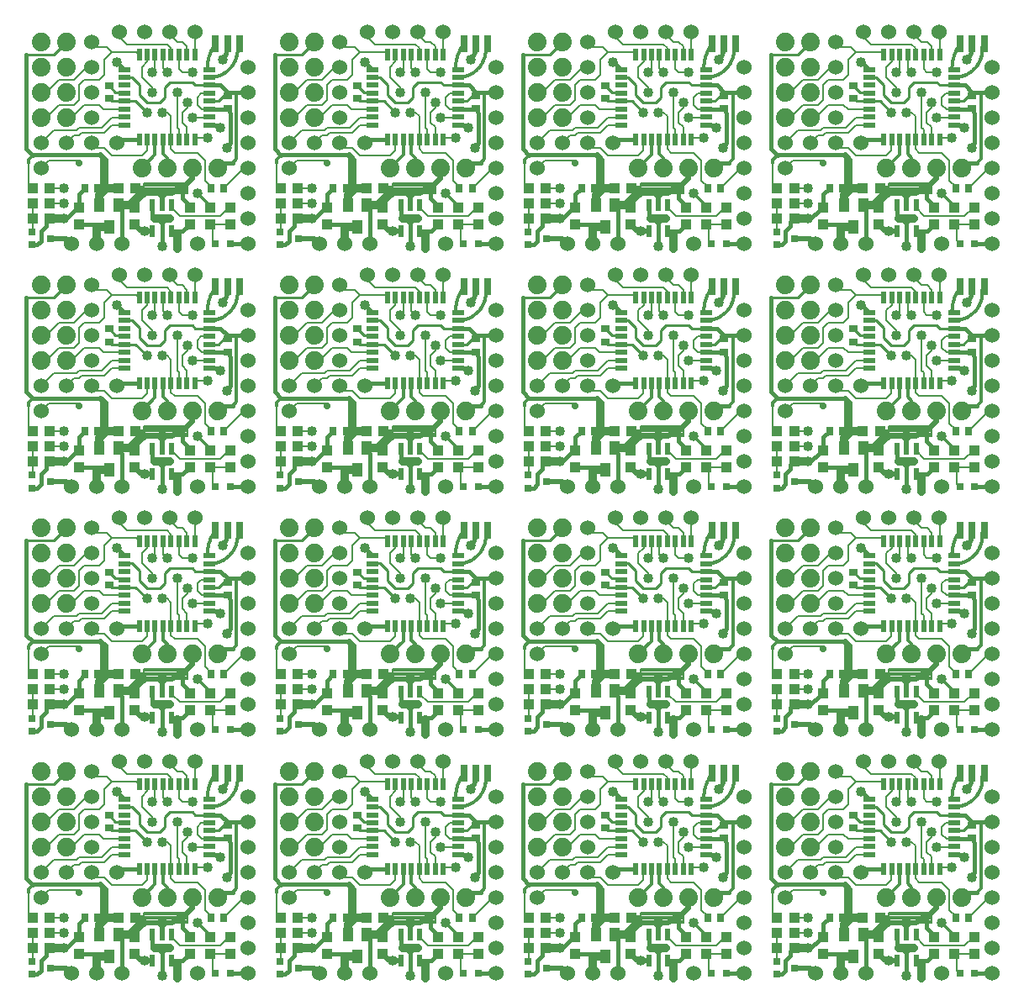
<source format=gtl>
G75*
%MOIN*%
%OFA0B0*%
%FSLAX25Y25*%
%IPPOS*%
%LPD*%
%AMOC8*
5,1,8,0,0,1.08239X$1,22.5*
%
%ADD10R,0.02756X0.03543*%
%ADD11R,0.04331X0.03937*%
%ADD12R,0.03543X0.02756*%
%ADD13R,0.02756X0.06693*%
%ADD14R,0.05000X0.02200*%
%ADD15R,0.02200X0.05000*%
%ADD16R,0.02756X0.02756*%
%ADD17R,0.03937X0.05512*%
%ADD18R,0.02165X0.04724*%
%ADD19R,0.03937X0.04331*%
%ADD20R,0.03150X0.03150*%
%ADD21C,0.06000*%
%ADD22C,0.07400*%
%ADD23C,0.00800*%
%ADD24C,0.01600*%
%ADD25C,0.04000*%
%ADD26C,0.02000*%
%ADD27C,0.03200*%
%ADD28C,0.01000*%
%ADD29C,0.01200*%
%ADD30C,0.01500*%
%ADD31C,0.02200*%
%ADD32C,0.00700*%
%ADD33C,0.02800*%
D10*
X0030378Y0030969D03*
X0035496Y0030969D03*
X0080378Y0030969D03*
X0085496Y0030969D03*
X0128803Y0030969D03*
X0133921Y0030969D03*
X0178803Y0030969D03*
X0183921Y0030969D03*
X0227228Y0030969D03*
X0232346Y0030969D03*
X0277228Y0030969D03*
X0282346Y0030969D03*
X0325654Y0030969D03*
X0330772Y0030969D03*
X0375654Y0030969D03*
X0380772Y0030969D03*
X0380772Y0127425D03*
X0375654Y0127425D03*
X0330772Y0127425D03*
X0325654Y0127425D03*
X0282346Y0127425D03*
X0277228Y0127425D03*
X0232346Y0127425D03*
X0227228Y0127425D03*
X0183921Y0127425D03*
X0178803Y0127425D03*
X0133921Y0127425D03*
X0128803Y0127425D03*
X0085496Y0127425D03*
X0080378Y0127425D03*
X0035496Y0127425D03*
X0030378Y0127425D03*
X0030378Y0223882D03*
X0035496Y0223882D03*
X0080378Y0223882D03*
X0085496Y0223882D03*
X0128803Y0223882D03*
X0133921Y0223882D03*
X0178803Y0223882D03*
X0183921Y0223882D03*
X0227228Y0223882D03*
X0232346Y0223882D03*
X0277228Y0223882D03*
X0282346Y0223882D03*
X0325654Y0223882D03*
X0330772Y0223882D03*
X0375654Y0223882D03*
X0380772Y0223882D03*
X0380772Y0320339D03*
X0375654Y0320339D03*
X0330772Y0320339D03*
X0325654Y0320339D03*
X0282346Y0320339D03*
X0277228Y0320339D03*
X0232346Y0320339D03*
X0227228Y0320339D03*
X0183921Y0320339D03*
X0178803Y0320339D03*
X0133921Y0320339D03*
X0128803Y0320339D03*
X0085496Y0320339D03*
X0080378Y0320339D03*
X0035496Y0320339D03*
X0030378Y0320339D03*
D11*
X0043591Y0320339D03*
X0050283Y0320339D03*
X0016283Y0320339D03*
X0016283Y0314339D03*
X0016283Y0308339D03*
X0009591Y0308339D03*
X0009591Y0314339D03*
X0009591Y0320339D03*
X0009591Y0223882D03*
X0009591Y0217882D03*
X0009591Y0211882D03*
X0016283Y0211882D03*
X0016283Y0217882D03*
X0016283Y0223882D03*
X0043591Y0223882D03*
X0050283Y0223882D03*
X0108016Y0223882D03*
X0108016Y0217882D03*
X0114709Y0217882D03*
X0114709Y0223882D03*
X0114709Y0211882D03*
X0108016Y0211882D03*
X0142016Y0223882D03*
X0148709Y0223882D03*
X0206441Y0223882D03*
X0206441Y0217882D03*
X0206441Y0211882D03*
X0213134Y0211882D03*
X0213134Y0217882D03*
X0213134Y0223882D03*
X0240441Y0223882D03*
X0247134Y0223882D03*
X0304866Y0223882D03*
X0304866Y0217882D03*
X0311559Y0217882D03*
X0311559Y0223882D03*
X0311559Y0211882D03*
X0304866Y0211882D03*
X0338866Y0223882D03*
X0345559Y0223882D03*
X0311559Y0308339D03*
X0311559Y0314339D03*
X0304866Y0314339D03*
X0304866Y0308339D03*
X0304866Y0320339D03*
X0311559Y0320339D03*
X0338866Y0320339D03*
X0345559Y0320339D03*
X0247134Y0320339D03*
X0240441Y0320339D03*
X0213134Y0320339D03*
X0213134Y0314339D03*
X0213134Y0308339D03*
X0206441Y0308339D03*
X0206441Y0314339D03*
X0206441Y0320339D03*
X0148709Y0320339D03*
X0142016Y0320339D03*
X0114709Y0320339D03*
X0108016Y0320339D03*
X0108016Y0314339D03*
X0108016Y0308339D03*
X0114709Y0308339D03*
X0114709Y0314339D03*
X0114709Y0127425D03*
X0114709Y0121425D03*
X0108016Y0121425D03*
X0108016Y0127425D03*
X0108016Y0115425D03*
X0114709Y0115425D03*
X0142016Y0127425D03*
X0148709Y0127425D03*
X0206441Y0127425D03*
X0206441Y0121425D03*
X0206441Y0115425D03*
X0213134Y0115425D03*
X0213134Y0121425D03*
X0213134Y0127425D03*
X0240441Y0127425D03*
X0247134Y0127425D03*
X0304866Y0127425D03*
X0304866Y0121425D03*
X0311559Y0121425D03*
X0311559Y0127425D03*
X0311559Y0115425D03*
X0304866Y0115425D03*
X0338866Y0127425D03*
X0345559Y0127425D03*
X0345559Y0030969D03*
X0338866Y0030969D03*
X0311559Y0030969D03*
X0311559Y0024969D03*
X0304866Y0024969D03*
X0304866Y0030969D03*
X0304866Y0018969D03*
X0311559Y0018969D03*
X0247134Y0030969D03*
X0240441Y0030969D03*
X0213134Y0030969D03*
X0213134Y0024969D03*
X0213134Y0018969D03*
X0206441Y0018969D03*
X0206441Y0024969D03*
X0206441Y0030969D03*
X0148709Y0030969D03*
X0142016Y0030969D03*
X0114709Y0030969D03*
X0114709Y0024969D03*
X0108016Y0024969D03*
X0108016Y0030969D03*
X0108016Y0018969D03*
X0114709Y0018969D03*
X0050283Y0030969D03*
X0043591Y0030969D03*
X0016283Y0030969D03*
X0016283Y0024969D03*
X0016283Y0018969D03*
X0009591Y0018969D03*
X0009591Y0024969D03*
X0009591Y0030969D03*
X0009591Y0115425D03*
X0009591Y0121425D03*
X0009591Y0127425D03*
X0016283Y0127425D03*
X0016283Y0121425D03*
X0016283Y0115425D03*
X0043591Y0127425D03*
X0050283Y0127425D03*
D12*
X0039937Y0162866D03*
X0039937Y0167984D03*
X0086937Y0163984D03*
X0086937Y0158866D03*
X0138362Y0162866D03*
X0138362Y0167984D03*
X0185362Y0163984D03*
X0185362Y0158866D03*
X0236787Y0162866D03*
X0236787Y0167984D03*
X0283787Y0163984D03*
X0283787Y0158866D03*
X0335213Y0162866D03*
X0335213Y0167984D03*
X0382213Y0163984D03*
X0382213Y0158866D03*
X0335213Y0071528D03*
X0335213Y0066409D03*
X0382213Y0067528D03*
X0382213Y0062409D03*
X0283787Y0062409D03*
X0283787Y0067528D03*
X0236787Y0066409D03*
X0236787Y0071528D03*
X0185362Y0067528D03*
X0185362Y0062409D03*
X0138362Y0066409D03*
X0138362Y0071528D03*
X0086937Y0067528D03*
X0086937Y0062409D03*
X0039937Y0066409D03*
X0039937Y0071528D03*
X0086937Y0255323D03*
X0086937Y0260441D03*
X0039937Y0259323D03*
X0039937Y0264441D03*
X0086937Y0351780D03*
X0086937Y0356898D03*
X0039937Y0355780D03*
X0039937Y0360898D03*
X0138362Y0360898D03*
X0138362Y0355780D03*
X0185362Y0356898D03*
X0185362Y0351780D03*
X0236787Y0355780D03*
X0236787Y0360898D03*
X0283787Y0356898D03*
X0283787Y0351780D03*
X0335213Y0355780D03*
X0335213Y0360898D03*
X0382213Y0356898D03*
X0382213Y0351780D03*
X0335213Y0264441D03*
X0335213Y0259323D03*
X0382213Y0260441D03*
X0382213Y0255323D03*
X0283787Y0255323D03*
X0283787Y0260441D03*
X0236787Y0259323D03*
X0236787Y0264441D03*
X0185362Y0260441D03*
X0185362Y0255323D03*
X0138362Y0259323D03*
X0138362Y0264441D03*
D13*
X0180638Y0281082D03*
X0185362Y0281082D03*
X0190087Y0281082D03*
X0279063Y0281082D03*
X0283787Y0281082D03*
X0288512Y0281082D03*
X0377488Y0281082D03*
X0382213Y0281082D03*
X0386937Y0281082D03*
X0386937Y0377539D03*
X0382213Y0377539D03*
X0377488Y0377539D03*
X0288512Y0377539D03*
X0283787Y0377539D03*
X0279063Y0377539D03*
X0190087Y0377539D03*
X0185362Y0377539D03*
X0180638Y0377539D03*
X0091661Y0377539D03*
X0086937Y0377539D03*
X0082213Y0377539D03*
X0082213Y0281082D03*
X0086937Y0281082D03*
X0091661Y0281082D03*
X0091661Y0184625D03*
X0086937Y0184625D03*
X0082213Y0184625D03*
X0082213Y0088169D03*
X0086937Y0088169D03*
X0091661Y0088169D03*
X0180638Y0088169D03*
X0185362Y0088169D03*
X0190087Y0088169D03*
X0279063Y0088169D03*
X0283787Y0088169D03*
X0288512Y0088169D03*
X0377488Y0088169D03*
X0382213Y0088169D03*
X0386937Y0088169D03*
X0386937Y0184625D03*
X0382213Y0184625D03*
X0377488Y0184625D03*
X0288512Y0184625D03*
X0283787Y0184625D03*
X0279063Y0184625D03*
X0190087Y0184625D03*
X0185362Y0184625D03*
X0180638Y0184625D03*
D14*
X0178262Y0174449D03*
X0178262Y0171299D03*
X0178262Y0168150D03*
X0178262Y0165000D03*
X0178262Y0161850D03*
X0178262Y0158701D03*
X0178262Y0155551D03*
X0178262Y0152402D03*
X0144462Y0152402D03*
X0144462Y0155551D03*
X0144462Y0158701D03*
X0144462Y0161850D03*
X0144462Y0165000D03*
X0144462Y0168150D03*
X0144462Y0171299D03*
X0144462Y0174449D03*
X0079837Y0174449D03*
X0079837Y0171299D03*
X0079837Y0168150D03*
X0079837Y0165000D03*
X0079837Y0161850D03*
X0079837Y0158701D03*
X0079837Y0155551D03*
X0079837Y0152402D03*
X0046037Y0152402D03*
X0046037Y0155551D03*
X0046037Y0158701D03*
X0046037Y0161850D03*
X0046037Y0165000D03*
X0046037Y0168150D03*
X0046037Y0171299D03*
X0046037Y0174449D03*
X0046037Y0248858D03*
X0046037Y0252008D03*
X0046037Y0255157D03*
X0046037Y0258307D03*
X0046037Y0261457D03*
X0046037Y0264606D03*
X0046037Y0267756D03*
X0046037Y0270906D03*
X0079837Y0270906D03*
X0079837Y0267756D03*
X0079837Y0264606D03*
X0079837Y0261457D03*
X0079837Y0258307D03*
X0079837Y0255157D03*
X0079837Y0252008D03*
X0079837Y0248858D03*
X0144462Y0248858D03*
X0144462Y0252008D03*
X0144462Y0255157D03*
X0144462Y0258307D03*
X0144462Y0261457D03*
X0144462Y0264606D03*
X0144462Y0267756D03*
X0144462Y0270906D03*
X0178262Y0270906D03*
X0178262Y0267756D03*
X0178262Y0264606D03*
X0178262Y0261457D03*
X0178262Y0258307D03*
X0178262Y0255157D03*
X0178262Y0252008D03*
X0178262Y0248858D03*
X0242887Y0248858D03*
X0242887Y0252008D03*
X0242887Y0255157D03*
X0242887Y0258307D03*
X0242887Y0261457D03*
X0242887Y0264606D03*
X0242887Y0267756D03*
X0242887Y0270906D03*
X0276687Y0270906D03*
X0276687Y0267756D03*
X0276687Y0264606D03*
X0276687Y0261457D03*
X0276687Y0258307D03*
X0276687Y0255157D03*
X0276687Y0252008D03*
X0276687Y0248858D03*
X0341313Y0248858D03*
X0341313Y0252008D03*
X0341313Y0255157D03*
X0341313Y0258307D03*
X0341313Y0261457D03*
X0341313Y0264606D03*
X0341313Y0267756D03*
X0341313Y0270906D03*
X0375113Y0270906D03*
X0375113Y0267756D03*
X0375113Y0264606D03*
X0375113Y0261457D03*
X0375113Y0258307D03*
X0375113Y0255157D03*
X0375113Y0252008D03*
X0375113Y0248858D03*
X0375113Y0174449D03*
X0375113Y0171299D03*
X0375113Y0168150D03*
X0375113Y0165000D03*
X0375113Y0161850D03*
X0375113Y0158701D03*
X0375113Y0155551D03*
X0375113Y0152402D03*
X0341313Y0152402D03*
X0341313Y0155551D03*
X0341313Y0158701D03*
X0341313Y0161850D03*
X0341313Y0165000D03*
X0341313Y0168150D03*
X0341313Y0171299D03*
X0341313Y0174449D03*
X0276687Y0174449D03*
X0276687Y0171299D03*
X0276687Y0168150D03*
X0276687Y0165000D03*
X0276687Y0161850D03*
X0276687Y0158701D03*
X0276687Y0155551D03*
X0276687Y0152402D03*
X0242887Y0152402D03*
X0242887Y0155551D03*
X0242887Y0158701D03*
X0242887Y0161850D03*
X0242887Y0165000D03*
X0242887Y0168150D03*
X0242887Y0171299D03*
X0242887Y0174449D03*
X0242887Y0077992D03*
X0242887Y0074843D03*
X0242887Y0071693D03*
X0242887Y0068543D03*
X0242887Y0065394D03*
X0242887Y0062244D03*
X0242887Y0059094D03*
X0242887Y0055945D03*
X0276687Y0055945D03*
X0276687Y0059094D03*
X0276687Y0062244D03*
X0276687Y0065394D03*
X0276687Y0068543D03*
X0276687Y0071693D03*
X0276687Y0074843D03*
X0276687Y0077992D03*
X0341313Y0077992D03*
X0341313Y0074843D03*
X0341313Y0071693D03*
X0341313Y0068543D03*
X0341313Y0065394D03*
X0341313Y0062244D03*
X0341313Y0059094D03*
X0341313Y0055945D03*
X0375113Y0055945D03*
X0375113Y0059094D03*
X0375113Y0062244D03*
X0375113Y0065394D03*
X0375113Y0068543D03*
X0375113Y0071693D03*
X0375113Y0074843D03*
X0375113Y0077992D03*
X0178262Y0077992D03*
X0178262Y0074843D03*
X0178262Y0071693D03*
X0178262Y0068543D03*
X0178262Y0065394D03*
X0178262Y0062244D03*
X0178262Y0059094D03*
X0178262Y0055945D03*
X0144462Y0055945D03*
X0144462Y0059094D03*
X0144462Y0062244D03*
X0144462Y0065394D03*
X0144462Y0068543D03*
X0144462Y0071693D03*
X0144462Y0074843D03*
X0144462Y0077992D03*
X0079837Y0077992D03*
X0079837Y0074843D03*
X0079837Y0071693D03*
X0079837Y0068543D03*
X0079837Y0065394D03*
X0079837Y0062244D03*
X0079837Y0059094D03*
X0079837Y0055945D03*
X0046037Y0055945D03*
X0046037Y0059094D03*
X0046037Y0062244D03*
X0046037Y0065394D03*
X0046037Y0068543D03*
X0046037Y0071693D03*
X0046037Y0074843D03*
X0046037Y0077992D03*
X0046037Y0345315D03*
X0046037Y0348465D03*
X0046037Y0351614D03*
X0046037Y0354764D03*
X0046037Y0357913D03*
X0046037Y0361063D03*
X0046037Y0364213D03*
X0046037Y0367362D03*
X0079837Y0367362D03*
X0079837Y0364213D03*
X0079837Y0361063D03*
X0079837Y0357913D03*
X0079837Y0354764D03*
X0079837Y0351614D03*
X0079837Y0348465D03*
X0079837Y0345315D03*
X0144462Y0345315D03*
X0144462Y0348465D03*
X0144462Y0351614D03*
X0144462Y0354764D03*
X0144462Y0357913D03*
X0144462Y0361063D03*
X0144462Y0364213D03*
X0144462Y0367362D03*
X0178262Y0367362D03*
X0178262Y0364213D03*
X0178262Y0361063D03*
X0178262Y0357913D03*
X0178262Y0354764D03*
X0178262Y0351614D03*
X0178262Y0348465D03*
X0178262Y0345315D03*
X0242887Y0345315D03*
X0242887Y0348465D03*
X0242887Y0351614D03*
X0242887Y0354764D03*
X0242887Y0357913D03*
X0242887Y0361063D03*
X0242887Y0364213D03*
X0242887Y0367362D03*
X0276687Y0367362D03*
X0276687Y0364213D03*
X0276687Y0361063D03*
X0276687Y0357913D03*
X0276687Y0354764D03*
X0276687Y0351614D03*
X0276687Y0348465D03*
X0276687Y0345315D03*
X0341313Y0345315D03*
X0341313Y0348465D03*
X0341313Y0351614D03*
X0341313Y0354764D03*
X0341313Y0357913D03*
X0341313Y0361063D03*
X0341313Y0364213D03*
X0341313Y0367362D03*
X0375113Y0367362D03*
X0375113Y0364213D03*
X0375113Y0361063D03*
X0375113Y0357913D03*
X0375113Y0354764D03*
X0375113Y0351614D03*
X0375113Y0348465D03*
X0375113Y0345315D03*
D15*
X0369236Y0339439D03*
X0366087Y0339439D03*
X0362937Y0339439D03*
X0359787Y0339439D03*
X0356638Y0339439D03*
X0353488Y0339439D03*
X0350339Y0339439D03*
X0347189Y0339439D03*
X0347189Y0373239D03*
X0350339Y0373239D03*
X0353488Y0373239D03*
X0356638Y0373239D03*
X0359787Y0373239D03*
X0362937Y0373239D03*
X0366087Y0373239D03*
X0369236Y0373239D03*
X0369236Y0276782D03*
X0366087Y0276782D03*
X0362937Y0276782D03*
X0359787Y0276782D03*
X0356638Y0276782D03*
X0353488Y0276782D03*
X0350339Y0276782D03*
X0347189Y0276782D03*
X0347189Y0242982D03*
X0350339Y0242982D03*
X0353488Y0242982D03*
X0356638Y0242982D03*
X0359787Y0242982D03*
X0362937Y0242982D03*
X0366087Y0242982D03*
X0369236Y0242982D03*
X0369236Y0180325D03*
X0366087Y0180325D03*
X0362937Y0180325D03*
X0359787Y0180325D03*
X0356638Y0180325D03*
X0353488Y0180325D03*
X0350339Y0180325D03*
X0347189Y0180325D03*
X0347189Y0146525D03*
X0350339Y0146525D03*
X0353488Y0146525D03*
X0356638Y0146525D03*
X0359787Y0146525D03*
X0362937Y0146525D03*
X0366087Y0146525D03*
X0369236Y0146525D03*
X0369236Y0083869D03*
X0366087Y0083869D03*
X0362937Y0083869D03*
X0359787Y0083869D03*
X0356638Y0083869D03*
X0353488Y0083869D03*
X0350339Y0083869D03*
X0347189Y0083869D03*
X0347189Y0050069D03*
X0350339Y0050069D03*
X0353488Y0050069D03*
X0356638Y0050069D03*
X0359787Y0050069D03*
X0362937Y0050069D03*
X0366087Y0050069D03*
X0369236Y0050069D03*
X0270811Y0050069D03*
X0267661Y0050069D03*
X0264512Y0050069D03*
X0261362Y0050069D03*
X0258213Y0050069D03*
X0255063Y0050069D03*
X0251913Y0050069D03*
X0248764Y0050069D03*
X0248764Y0083869D03*
X0251913Y0083869D03*
X0255063Y0083869D03*
X0258213Y0083869D03*
X0261362Y0083869D03*
X0264512Y0083869D03*
X0267661Y0083869D03*
X0270811Y0083869D03*
X0270811Y0146525D03*
X0267661Y0146525D03*
X0264512Y0146525D03*
X0261362Y0146525D03*
X0258213Y0146525D03*
X0255063Y0146525D03*
X0251913Y0146525D03*
X0248764Y0146525D03*
X0248764Y0180325D03*
X0251913Y0180325D03*
X0255063Y0180325D03*
X0258213Y0180325D03*
X0261362Y0180325D03*
X0264512Y0180325D03*
X0267661Y0180325D03*
X0270811Y0180325D03*
X0270811Y0242982D03*
X0267661Y0242982D03*
X0264512Y0242982D03*
X0261362Y0242982D03*
X0258213Y0242982D03*
X0255063Y0242982D03*
X0251913Y0242982D03*
X0248764Y0242982D03*
X0248764Y0276782D03*
X0251913Y0276782D03*
X0255063Y0276782D03*
X0258213Y0276782D03*
X0261362Y0276782D03*
X0264512Y0276782D03*
X0267661Y0276782D03*
X0270811Y0276782D03*
X0270811Y0339439D03*
X0267661Y0339439D03*
X0264512Y0339439D03*
X0261362Y0339439D03*
X0258213Y0339439D03*
X0255063Y0339439D03*
X0251913Y0339439D03*
X0248764Y0339439D03*
X0248764Y0373239D03*
X0251913Y0373239D03*
X0255063Y0373239D03*
X0258213Y0373239D03*
X0261362Y0373239D03*
X0264512Y0373239D03*
X0267661Y0373239D03*
X0270811Y0373239D03*
X0172386Y0373239D03*
X0169236Y0373239D03*
X0166087Y0373239D03*
X0162937Y0373239D03*
X0159787Y0373239D03*
X0156638Y0373239D03*
X0153488Y0373239D03*
X0150339Y0373239D03*
X0150339Y0339439D03*
X0153488Y0339439D03*
X0156638Y0339439D03*
X0159787Y0339439D03*
X0162937Y0339439D03*
X0166087Y0339439D03*
X0169236Y0339439D03*
X0172386Y0339439D03*
X0172386Y0276782D03*
X0169236Y0276782D03*
X0166087Y0276782D03*
X0162937Y0276782D03*
X0159787Y0276782D03*
X0156638Y0276782D03*
X0153488Y0276782D03*
X0150339Y0276782D03*
X0150339Y0242982D03*
X0153488Y0242982D03*
X0156638Y0242982D03*
X0159787Y0242982D03*
X0162937Y0242982D03*
X0166087Y0242982D03*
X0169236Y0242982D03*
X0172386Y0242982D03*
X0172386Y0180325D03*
X0169236Y0180325D03*
X0166087Y0180325D03*
X0162937Y0180325D03*
X0159787Y0180325D03*
X0156638Y0180325D03*
X0153488Y0180325D03*
X0150339Y0180325D03*
X0150339Y0146525D03*
X0153488Y0146525D03*
X0156638Y0146525D03*
X0159787Y0146525D03*
X0162937Y0146525D03*
X0166087Y0146525D03*
X0169236Y0146525D03*
X0172386Y0146525D03*
X0172386Y0083869D03*
X0169236Y0083869D03*
X0166087Y0083869D03*
X0162937Y0083869D03*
X0159787Y0083869D03*
X0156638Y0083869D03*
X0153488Y0083869D03*
X0150339Y0083869D03*
X0150339Y0050069D03*
X0153488Y0050069D03*
X0156638Y0050069D03*
X0159787Y0050069D03*
X0162937Y0050069D03*
X0166087Y0050069D03*
X0169236Y0050069D03*
X0172386Y0050069D03*
X0073961Y0050069D03*
X0070811Y0050069D03*
X0067661Y0050069D03*
X0064512Y0050069D03*
X0061362Y0050069D03*
X0058213Y0050069D03*
X0055063Y0050069D03*
X0051913Y0050069D03*
X0051913Y0083869D03*
X0055063Y0083869D03*
X0058213Y0083869D03*
X0061362Y0083869D03*
X0064512Y0083869D03*
X0067661Y0083869D03*
X0070811Y0083869D03*
X0073961Y0083869D03*
X0073961Y0146525D03*
X0070811Y0146525D03*
X0067661Y0146525D03*
X0064512Y0146525D03*
X0061362Y0146525D03*
X0058213Y0146525D03*
X0055063Y0146525D03*
X0051913Y0146525D03*
X0051913Y0180325D03*
X0055063Y0180325D03*
X0058213Y0180325D03*
X0061362Y0180325D03*
X0064512Y0180325D03*
X0067661Y0180325D03*
X0070811Y0180325D03*
X0073961Y0180325D03*
X0073961Y0242982D03*
X0070811Y0242982D03*
X0067661Y0242982D03*
X0064512Y0242982D03*
X0061362Y0242982D03*
X0058213Y0242982D03*
X0055063Y0242982D03*
X0051913Y0242982D03*
X0051913Y0276782D03*
X0055063Y0276782D03*
X0058213Y0276782D03*
X0061362Y0276782D03*
X0064512Y0276782D03*
X0067661Y0276782D03*
X0070811Y0276782D03*
X0073961Y0276782D03*
X0073961Y0339439D03*
X0070811Y0339439D03*
X0067661Y0339439D03*
X0064512Y0339439D03*
X0061362Y0339439D03*
X0058213Y0339439D03*
X0055063Y0339439D03*
X0051913Y0339439D03*
X0051913Y0373239D03*
X0055063Y0373239D03*
X0058213Y0373239D03*
X0061362Y0373239D03*
X0064512Y0373239D03*
X0067661Y0373239D03*
X0070811Y0373239D03*
X0073961Y0373239D03*
D16*
X0009295Y0008409D03*
X0009295Y0013528D03*
X0016579Y0010969D03*
X0107720Y0013528D03*
X0107720Y0008409D03*
X0115004Y0010969D03*
X0206146Y0013528D03*
X0206146Y0008409D03*
X0213429Y0010969D03*
X0304571Y0013528D03*
X0304571Y0008409D03*
X0311854Y0010969D03*
X0304571Y0104866D03*
X0304571Y0109984D03*
X0311854Y0107425D03*
X0304571Y0201323D03*
X0304571Y0206441D03*
X0311854Y0203882D03*
X0304571Y0297780D03*
X0304571Y0302898D03*
X0311854Y0300339D03*
X0213429Y0300339D03*
X0206146Y0302898D03*
X0206146Y0297780D03*
X0115004Y0300339D03*
X0107720Y0302898D03*
X0107720Y0297780D03*
X0016579Y0300339D03*
X0009295Y0302898D03*
X0009295Y0297780D03*
X0009295Y0206441D03*
X0009295Y0201323D03*
X0016579Y0203882D03*
X0107720Y0201323D03*
X0107720Y0206441D03*
X0115004Y0203882D03*
X0206146Y0201323D03*
X0206146Y0206441D03*
X0213429Y0203882D03*
X0206146Y0109984D03*
X0206146Y0104866D03*
X0213429Y0107425D03*
X0115004Y0107425D03*
X0107720Y0104866D03*
X0107720Y0109984D03*
X0016579Y0107425D03*
X0009295Y0104866D03*
X0009295Y0109984D03*
D17*
X0036197Y0120756D03*
X0043677Y0120756D03*
X0039937Y0112094D03*
X0036197Y0024299D03*
X0043677Y0024299D03*
X0039937Y0015638D03*
X0134622Y0024299D03*
X0142102Y0024299D03*
X0138362Y0015638D03*
X0233047Y0024299D03*
X0240528Y0024299D03*
X0236787Y0015638D03*
X0331472Y0024299D03*
X0338953Y0024299D03*
X0335213Y0015638D03*
X0335213Y0112094D03*
X0338953Y0120756D03*
X0331472Y0120756D03*
X0335213Y0208551D03*
X0338953Y0217213D03*
X0331472Y0217213D03*
X0335213Y0305008D03*
X0338953Y0313669D03*
X0331472Y0313669D03*
X0240528Y0313669D03*
X0233047Y0313669D03*
X0236787Y0305008D03*
X0233047Y0217213D03*
X0240528Y0217213D03*
X0236787Y0208551D03*
X0233047Y0120756D03*
X0240528Y0120756D03*
X0236787Y0112094D03*
X0142102Y0120756D03*
X0134622Y0120756D03*
X0138362Y0112094D03*
X0138362Y0208551D03*
X0134622Y0217213D03*
X0142102Y0217213D03*
X0138362Y0305008D03*
X0134622Y0313669D03*
X0142102Y0313669D03*
X0043677Y0313669D03*
X0036197Y0313669D03*
X0039937Y0305008D03*
X0036197Y0217213D03*
X0043677Y0217213D03*
X0039937Y0208551D03*
D18*
X0057197Y0206763D03*
X0064677Y0206763D03*
X0064677Y0217000D03*
X0060937Y0217000D03*
X0057197Y0217000D03*
X0057197Y0303220D03*
X0064677Y0303220D03*
X0064677Y0313457D03*
X0060937Y0313457D03*
X0057197Y0313457D03*
X0155622Y0313457D03*
X0159362Y0313457D03*
X0163102Y0313457D03*
X0163102Y0303220D03*
X0155622Y0303220D03*
X0155622Y0217000D03*
X0159362Y0217000D03*
X0163102Y0217000D03*
X0163102Y0206763D03*
X0155622Y0206763D03*
X0155622Y0120544D03*
X0159362Y0120544D03*
X0163102Y0120544D03*
X0163102Y0110307D03*
X0155622Y0110307D03*
X0155622Y0024087D03*
X0159362Y0024087D03*
X0163102Y0024087D03*
X0163102Y0013850D03*
X0155622Y0013850D03*
X0064677Y0013850D03*
X0057197Y0013850D03*
X0057197Y0024087D03*
X0060937Y0024087D03*
X0064677Y0024087D03*
X0064677Y0110307D03*
X0057197Y0110307D03*
X0057197Y0120544D03*
X0060937Y0120544D03*
X0064677Y0120544D03*
X0254047Y0120544D03*
X0257787Y0120544D03*
X0261528Y0120544D03*
X0261528Y0110307D03*
X0254047Y0110307D03*
X0254047Y0024087D03*
X0257787Y0024087D03*
X0261528Y0024087D03*
X0261528Y0013850D03*
X0254047Y0013850D03*
X0352472Y0013850D03*
X0359953Y0013850D03*
X0359953Y0024087D03*
X0356213Y0024087D03*
X0352472Y0024087D03*
X0352472Y0110307D03*
X0359953Y0110307D03*
X0359953Y0120544D03*
X0356213Y0120544D03*
X0352472Y0120544D03*
X0352472Y0206763D03*
X0359953Y0206763D03*
X0359953Y0217000D03*
X0356213Y0217000D03*
X0352472Y0217000D03*
X0352472Y0303220D03*
X0359953Y0303220D03*
X0359953Y0313457D03*
X0356213Y0313457D03*
X0352472Y0313457D03*
X0261528Y0313457D03*
X0257787Y0313457D03*
X0254047Y0313457D03*
X0254047Y0303220D03*
X0261528Y0303220D03*
X0261528Y0217000D03*
X0257787Y0217000D03*
X0254047Y0217000D03*
X0254047Y0206763D03*
X0261528Y0206763D03*
D19*
X0268787Y0209535D03*
X0268787Y0216228D03*
X0276787Y0216228D03*
X0276787Y0209535D03*
X0284787Y0209535D03*
X0284787Y0216228D03*
X0323213Y0216228D03*
X0323213Y0209535D03*
X0345213Y0209535D03*
X0345213Y0216228D03*
X0367213Y0216228D03*
X0367213Y0209535D03*
X0375213Y0209535D03*
X0375213Y0216228D03*
X0383213Y0216228D03*
X0383213Y0209535D03*
X0383213Y0119772D03*
X0383213Y0113079D03*
X0375213Y0113079D03*
X0375213Y0119772D03*
X0367213Y0119772D03*
X0367213Y0113079D03*
X0345213Y0113079D03*
X0345213Y0119772D03*
X0323213Y0119772D03*
X0323213Y0113079D03*
X0284787Y0113079D03*
X0284787Y0119772D03*
X0276787Y0119772D03*
X0276787Y0113079D03*
X0268787Y0113079D03*
X0268787Y0119772D03*
X0246787Y0119772D03*
X0246787Y0113079D03*
X0224787Y0113079D03*
X0224787Y0119772D03*
X0186362Y0119772D03*
X0186362Y0113079D03*
X0178362Y0113079D03*
X0178362Y0119772D03*
X0170362Y0119772D03*
X0170362Y0113079D03*
X0148362Y0113079D03*
X0148362Y0119772D03*
X0126362Y0119772D03*
X0126362Y0113079D03*
X0087937Y0113079D03*
X0087937Y0119772D03*
X0079937Y0119772D03*
X0079937Y0113079D03*
X0071937Y0113079D03*
X0071937Y0119772D03*
X0049937Y0119772D03*
X0049937Y0113079D03*
X0027937Y0113079D03*
X0027937Y0119772D03*
X0027937Y0209535D03*
X0027937Y0216228D03*
X0049937Y0216228D03*
X0049937Y0209535D03*
X0071937Y0209535D03*
X0071937Y0216228D03*
X0079937Y0216228D03*
X0079937Y0209535D03*
X0087937Y0209535D03*
X0087937Y0216228D03*
X0126362Y0216228D03*
X0126362Y0209535D03*
X0148362Y0209535D03*
X0148362Y0216228D03*
X0170362Y0216228D03*
X0170362Y0209535D03*
X0178362Y0209535D03*
X0178362Y0216228D03*
X0186362Y0216228D03*
X0186362Y0209535D03*
X0224787Y0209535D03*
X0224787Y0216228D03*
X0246787Y0216228D03*
X0246787Y0209535D03*
X0246787Y0305992D03*
X0246787Y0312685D03*
X0224787Y0312685D03*
X0224787Y0305992D03*
X0186362Y0305992D03*
X0186362Y0312685D03*
X0178362Y0312685D03*
X0178362Y0305992D03*
X0170362Y0305992D03*
X0170362Y0312685D03*
X0148362Y0312685D03*
X0148362Y0305992D03*
X0126362Y0305992D03*
X0126362Y0312685D03*
X0087937Y0312685D03*
X0087937Y0305992D03*
X0079937Y0305992D03*
X0079937Y0312685D03*
X0071937Y0312685D03*
X0071937Y0305992D03*
X0049937Y0305992D03*
X0049937Y0312685D03*
X0027937Y0312685D03*
X0027937Y0305992D03*
X0268787Y0305992D03*
X0268787Y0312685D03*
X0276787Y0312685D03*
X0276787Y0305992D03*
X0284787Y0305992D03*
X0284787Y0312685D03*
X0323213Y0312685D03*
X0323213Y0305992D03*
X0345213Y0305992D03*
X0345213Y0312685D03*
X0367213Y0312685D03*
X0367213Y0305992D03*
X0375213Y0305992D03*
X0375213Y0312685D03*
X0383213Y0312685D03*
X0383213Y0305992D03*
X0383213Y0023315D03*
X0383213Y0016622D03*
X0375213Y0016622D03*
X0375213Y0023315D03*
X0367213Y0023315D03*
X0367213Y0016622D03*
X0345213Y0016622D03*
X0345213Y0023315D03*
X0323213Y0023315D03*
X0323213Y0016622D03*
X0284787Y0016622D03*
X0284787Y0023315D03*
X0276787Y0023315D03*
X0276787Y0016622D03*
X0268787Y0016622D03*
X0268787Y0023315D03*
X0246787Y0023315D03*
X0246787Y0016622D03*
X0224787Y0016622D03*
X0224787Y0023315D03*
X0186362Y0023315D03*
X0186362Y0016622D03*
X0178362Y0016622D03*
X0178362Y0023315D03*
X0170362Y0023315D03*
X0170362Y0016622D03*
X0148362Y0016622D03*
X0148362Y0023315D03*
X0126362Y0023315D03*
X0126362Y0016622D03*
X0087937Y0016622D03*
X0087937Y0023315D03*
X0079937Y0023315D03*
X0079937Y0016622D03*
X0071937Y0016622D03*
X0071937Y0023315D03*
X0049937Y0023315D03*
X0049937Y0016622D03*
X0027937Y0016622D03*
X0027937Y0023315D03*
D20*
X0082016Y0008937D03*
X0087921Y0008937D03*
X0180441Y0008937D03*
X0186346Y0008937D03*
X0278866Y0008937D03*
X0284772Y0008937D03*
X0377291Y0008937D03*
X0383197Y0008937D03*
X0383197Y0105394D03*
X0377291Y0105394D03*
X0284772Y0105394D03*
X0278866Y0105394D03*
X0186346Y0105394D03*
X0180441Y0105394D03*
X0087921Y0105394D03*
X0082016Y0105394D03*
X0082016Y0201850D03*
X0087921Y0201850D03*
X0180441Y0201850D03*
X0186346Y0201850D03*
X0278866Y0201850D03*
X0284772Y0201850D03*
X0377291Y0201850D03*
X0383197Y0201850D03*
X0383197Y0298307D03*
X0377291Y0298307D03*
X0284772Y0298307D03*
X0278866Y0298307D03*
X0186346Y0298307D03*
X0180441Y0298307D03*
X0087921Y0298307D03*
X0082016Y0298307D03*
D21*
X0074937Y0298339D03*
X0073937Y0285882D03*
X0063937Y0285882D03*
X0053937Y0285882D03*
X0043937Y0285882D03*
X0032937Y0281882D03*
X0032937Y0271882D03*
X0032937Y0261882D03*
X0032937Y0251882D03*
X0032937Y0241882D03*
X0042937Y0241882D03*
X0022937Y0241882D03*
X0012937Y0241882D03*
X0012937Y0231850D03*
X0024937Y0201882D03*
X0034937Y0201882D03*
X0044937Y0201882D03*
X0043937Y0189425D03*
X0032937Y0185425D03*
X0032937Y0175425D03*
X0032937Y0165425D03*
X0032937Y0155425D03*
X0032937Y0145425D03*
X0042937Y0145425D03*
X0022937Y0145425D03*
X0012937Y0145425D03*
X0012937Y0135394D03*
X0024937Y0105425D03*
X0034937Y0105425D03*
X0044937Y0105425D03*
X0043937Y0092969D03*
X0032937Y0088969D03*
X0032937Y0078969D03*
X0032937Y0068969D03*
X0032937Y0058969D03*
X0032937Y0048969D03*
X0042937Y0048969D03*
X0022937Y0048969D03*
X0012937Y0048969D03*
X0012937Y0038937D03*
X0024937Y0008969D03*
X0034937Y0008969D03*
X0044937Y0008969D03*
X0074937Y0008969D03*
X0094937Y0008969D03*
X0094937Y0018969D03*
X0094937Y0028969D03*
X0094937Y0038969D03*
X0094937Y0048969D03*
X0094937Y0058969D03*
X0094937Y0068969D03*
X0094937Y0078969D03*
X0073937Y0092969D03*
X0063937Y0092969D03*
X0053937Y0092969D03*
X0074937Y0105425D03*
X0094937Y0105425D03*
X0094937Y0115425D03*
X0094937Y0125425D03*
X0094937Y0135425D03*
X0094937Y0145425D03*
X0094937Y0155425D03*
X0094937Y0165425D03*
X0094937Y0175425D03*
X0073937Y0189425D03*
X0063937Y0189425D03*
X0053937Y0189425D03*
X0074937Y0201882D03*
X0094937Y0201882D03*
X0094937Y0211882D03*
X0094937Y0221882D03*
X0094937Y0231882D03*
X0094937Y0241882D03*
X0094937Y0251882D03*
X0094937Y0261882D03*
X0094937Y0271882D03*
X0094937Y0298339D03*
X0094937Y0308339D03*
X0094937Y0318339D03*
X0094937Y0328339D03*
X0094937Y0338339D03*
X0094937Y0348339D03*
X0094937Y0358339D03*
X0094937Y0368339D03*
X0073937Y0382339D03*
X0063937Y0382339D03*
X0053937Y0382339D03*
X0043937Y0382339D03*
X0032937Y0378339D03*
X0032937Y0368339D03*
X0032937Y0358339D03*
X0032937Y0348339D03*
X0032937Y0338339D03*
X0042937Y0338339D03*
X0022937Y0338339D03*
X0012937Y0338339D03*
X0012937Y0328307D03*
X0024937Y0298339D03*
X0034937Y0298339D03*
X0044937Y0298339D03*
X0111362Y0328307D03*
X0111362Y0338339D03*
X0121362Y0338339D03*
X0131362Y0338339D03*
X0131362Y0348339D03*
X0131362Y0358339D03*
X0131362Y0368339D03*
X0131362Y0378339D03*
X0142362Y0382339D03*
X0152362Y0382339D03*
X0162362Y0382339D03*
X0172362Y0382339D03*
X0193362Y0368339D03*
X0193362Y0358339D03*
X0193362Y0348339D03*
X0193362Y0338339D03*
X0193362Y0328339D03*
X0193362Y0318339D03*
X0193362Y0308339D03*
X0193362Y0298339D03*
X0173362Y0298339D03*
X0172362Y0285882D03*
X0162362Y0285882D03*
X0152362Y0285882D03*
X0142362Y0285882D03*
X0131362Y0281882D03*
X0131362Y0271882D03*
X0131362Y0261882D03*
X0131362Y0251882D03*
X0131362Y0241882D03*
X0121362Y0241882D03*
X0111362Y0241882D03*
X0111362Y0231850D03*
X0123362Y0201882D03*
X0133362Y0201882D03*
X0143362Y0201882D03*
X0142362Y0189425D03*
X0152362Y0189425D03*
X0162362Y0189425D03*
X0172362Y0189425D03*
X0173362Y0201882D03*
X0193362Y0201882D03*
X0193362Y0211882D03*
X0193362Y0221882D03*
X0193362Y0231882D03*
X0193362Y0241882D03*
X0193362Y0251882D03*
X0193362Y0261882D03*
X0193362Y0271882D03*
X0209787Y0241882D03*
X0219787Y0241882D03*
X0229787Y0241882D03*
X0229787Y0251882D03*
X0239787Y0241882D03*
X0229787Y0261882D03*
X0229787Y0271882D03*
X0229787Y0281882D03*
X0240787Y0285882D03*
X0250787Y0285882D03*
X0260787Y0285882D03*
X0270787Y0285882D03*
X0271787Y0298339D03*
X0291787Y0298339D03*
X0291787Y0308339D03*
X0291787Y0318339D03*
X0291787Y0328339D03*
X0291787Y0338339D03*
X0291787Y0348339D03*
X0291787Y0358339D03*
X0291787Y0368339D03*
X0270787Y0382339D03*
X0260787Y0382339D03*
X0250787Y0382339D03*
X0240787Y0382339D03*
X0229787Y0378339D03*
X0229787Y0368339D03*
X0229787Y0358339D03*
X0229787Y0348339D03*
X0229787Y0338339D03*
X0239787Y0338339D03*
X0219787Y0338339D03*
X0209787Y0338339D03*
X0209787Y0328307D03*
X0221787Y0298339D03*
X0231787Y0298339D03*
X0241787Y0298339D03*
X0291787Y0271882D03*
X0291787Y0261882D03*
X0291787Y0251882D03*
X0291787Y0241882D03*
X0291787Y0231882D03*
X0291787Y0221882D03*
X0291787Y0211882D03*
X0291787Y0201882D03*
X0271787Y0201882D03*
X0270787Y0189425D03*
X0260787Y0189425D03*
X0250787Y0189425D03*
X0240787Y0189425D03*
X0229787Y0185425D03*
X0229787Y0175425D03*
X0229787Y0165425D03*
X0229787Y0155425D03*
X0229787Y0145425D03*
X0239787Y0145425D03*
X0219787Y0145425D03*
X0209787Y0145425D03*
X0209787Y0135394D03*
X0193362Y0135425D03*
X0193362Y0125425D03*
X0193362Y0115425D03*
X0193362Y0105425D03*
X0173362Y0105425D03*
X0172362Y0092969D03*
X0162362Y0092969D03*
X0152362Y0092969D03*
X0142362Y0092969D03*
X0131362Y0088969D03*
X0131362Y0078969D03*
X0131362Y0068969D03*
X0131362Y0058969D03*
X0131362Y0048969D03*
X0121362Y0048969D03*
X0111362Y0048969D03*
X0111362Y0038937D03*
X0123362Y0008969D03*
X0133362Y0008969D03*
X0143362Y0008969D03*
X0173362Y0008969D03*
X0193362Y0008969D03*
X0193362Y0018969D03*
X0193362Y0028969D03*
X0193362Y0038969D03*
X0193362Y0048969D03*
X0193362Y0058969D03*
X0193362Y0068969D03*
X0193362Y0078969D03*
X0209787Y0048969D03*
X0219787Y0048969D03*
X0229787Y0048969D03*
X0229787Y0058969D03*
X0239787Y0048969D03*
X0229787Y0068969D03*
X0229787Y0078969D03*
X0229787Y0088969D03*
X0240787Y0092969D03*
X0250787Y0092969D03*
X0260787Y0092969D03*
X0270787Y0092969D03*
X0271787Y0105425D03*
X0291787Y0105425D03*
X0291787Y0115425D03*
X0291787Y0125425D03*
X0291787Y0135425D03*
X0291787Y0145425D03*
X0291787Y0155425D03*
X0291787Y0165425D03*
X0291787Y0175425D03*
X0308213Y0145425D03*
X0318213Y0145425D03*
X0328213Y0145425D03*
X0338213Y0145425D03*
X0328213Y0155425D03*
X0328213Y0165425D03*
X0328213Y0175425D03*
X0328213Y0185425D03*
X0339213Y0189425D03*
X0349213Y0189425D03*
X0359213Y0189425D03*
X0369213Y0189425D03*
X0370213Y0201882D03*
X0390213Y0201882D03*
X0390213Y0211882D03*
X0390213Y0221882D03*
X0390213Y0231882D03*
X0390213Y0241882D03*
X0390213Y0251882D03*
X0390213Y0261882D03*
X0390213Y0271882D03*
X0369213Y0285882D03*
X0359213Y0285882D03*
X0349213Y0285882D03*
X0339213Y0285882D03*
X0328213Y0281882D03*
X0328213Y0271882D03*
X0328213Y0261882D03*
X0328213Y0251882D03*
X0328213Y0241882D03*
X0338213Y0241882D03*
X0318213Y0241882D03*
X0308213Y0241882D03*
X0308213Y0231850D03*
X0320213Y0201882D03*
X0330213Y0201882D03*
X0340213Y0201882D03*
X0390213Y0175425D03*
X0390213Y0165425D03*
X0390213Y0155425D03*
X0390213Y0145425D03*
X0390213Y0135425D03*
X0390213Y0125425D03*
X0390213Y0115425D03*
X0390213Y0105425D03*
X0370213Y0105425D03*
X0369213Y0092969D03*
X0359213Y0092969D03*
X0349213Y0092969D03*
X0339213Y0092969D03*
X0328213Y0088969D03*
X0328213Y0078969D03*
X0328213Y0068969D03*
X0328213Y0058969D03*
X0328213Y0048969D03*
X0338213Y0048969D03*
X0318213Y0048969D03*
X0308213Y0048969D03*
X0308213Y0038937D03*
X0291787Y0038969D03*
X0291787Y0028969D03*
X0291787Y0018969D03*
X0291787Y0008969D03*
X0271787Y0008969D03*
X0241787Y0008969D03*
X0231787Y0008969D03*
X0221787Y0008969D03*
X0209787Y0038937D03*
X0221787Y0105425D03*
X0231787Y0105425D03*
X0241787Y0105425D03*
X0291787Y0078969D03*
X0291787Y0068969D03*
X0291787Y0058969D03*
X0291787Y0048969D03*
X0320213Y0008969D03*
X0330213Y0008969D03*
X0340213Y0008969D03*
X0370213Y0008969D03*
X0390213Y0008969D03*
X0390213Y0018969D03*
X0390213Y0028969D03*
X0390213Y0038969D03*
X0390213Y0048969D03*
X0390213Y0058969D03*
X0390213Y0068969D03*
X0390213Y0078969D03*
X0340213Y0105425D03*
X0330213Y0105425D03*
X0320213Y0105425D03*
X0308213Y0135394D03*
X0241787Y0201882D03*
X0231787Y0201882D03*
X0221787Y0201882D03*
X0209787Y0231850D03*
X0193362Y0175425D03*
X0193362Y0165425D03*
X0193362Y0155425D03*
X0193362Y0145425D03*
X0141362Y0145425D03*
X0131362Y0145425D03*
X0121362Y0145425D03*
X0131362Y0155425D03*
X0131362Y0165425D03*
X0131362Y0175425D03*
X0131362Y0185425D03*
X0111362Y0145425D03*
X0111362Y0135394D03*
X0123362Y0105425D03*
X0133362Y0105425D03*
X0143362Y0105425D03*
X0141362Y0048969D03*
X0141362Y0241882D03*
X0143362Y0298339D03*
X0133362Y0298339D03*
X0123362Y0298339D03*
X0141362Y0338339D03*
X0308213Y0338339D03*
X0318213Y0338339D03*
X0308213Y0328307D03*
X0328213Y0338339D03*
X0338213Y0338339D03*
X0328213Y0348339D03*
X0328213Y0358339D03*
X0328213Y0368339D03*
X0328213Y0378339D03*
X0339213Y0382339D03*
X0349213Y0382339D03*
X0359213Y0382339D03*
X0369213Y0382339D03*
X0390213Y0368339D03*
X0390213Y0358339D03*
X0390213Y0348339D03*
X0390213Y0338339D03*
X0390213Y0328339D03*
X0390213Y0318339D03*
X0390213Y0308339D03*
X0390213Y0298339D03*
X0370213Y0298339D03*
X0340213Y0298339D03*
X0330213Y0298339D03*
X0320213Y0298339D03*
D22*
X0318213Y0281882D03*
X0308213Y0281882D03*
X0308213Y0271882D03*
X0318213Y0271882D03*
X0318213Y0261882D03*
X0308213Y0261882D03*
X0308213Y0251882D03*
X0318213Y0251882D03*
X0348213Y0231850D03*
X0358213Y0231850D03*
X0368213Y0231850D03*
X0378213Y0231850D03*
X0318213Y0185425D03*
X0308213Y0185425D03*
X0308213Y0175425D03*
X0318213Y0175425D03*
X0318213Y0165425D03*
X0308213Y0165425D03*
X0308213Y0155425D03*
X0318213Y0155425D03*
X0348213Y0135394D03*
X0358213Y0135394D03*
X0368213Y0135394D03*
X0378213Y0135394D03*
X0318213Y0088969D03*
X0308213Y0088969D03*
X0308213Y0078969D03*
X0318213Y0078969D03*
X0318213Y0068969D03*
X0308213Y0068969D03*
X0308213Y0058969D03*
X0318213Y0058969D03*
X0348213Y0038937D03*
X0358213Y0038937D03*
X0368213Y0038937D03*
X0378213Y0038937D03*
X0279787Y0038937D03*
X0269787Y0038937D03*
X0259787Y0038937D03*
X0249787Y0038937D03*
X0219787Y0058969D03*
X0209787Y0058969D03*
X0209787Y0068969D03*
X0209787Y0078969D03*
X0219787Y0078969D03*
X0219787Y0068969D03*
X0219787Y0088969D03*
X0209787Y0088969D03*
X0181362Y0135394D03*
X0171362Y0135394D03*
X0161362Y0135394D03*
X0151362Y0135394D03*
X0121362Y0155425D03*
X0111362Y0155425D03*
X0111362Y0165425D03*
X0111362Y0175425D03*
X0111362Y0185425D03*
X0121362Y0185425D03*
X0121362Y0175425D03*
X0121362Y0165425D03*
X0082937Y0135394D03*
X0072937Y0135394D03*
X0062937Y0135394D03*
X0052937Y0135394D03*
X0022937Y0155425D03*
X0012937Y0155425D03*
X0012937Y0165425D03*
X0022937Y0165425D03*
X0022937Y0175425D03*
X0012937Y0175425D03*
X0012937Y0185425D03*
X0022937Y0185425D03*
X0052937Y0231850D03*
X0062937Y0231850D03*
X0072937Y0231850D03*
X0082937Y0231850D03*
X0111362Y0251882D03*
X0111362Y0261882D03*
X0111362Y0271882D03*
X0111362Y0281882D03*
X0121362Y0281882D03*
X0121362Y0271882D03*
X0121362Y0261882D03*
X0121362Y0251882D03*
X0151362Y0231850D03*
X0161362Y0231850D03*
X0171362Y0231850D03*
X0181362Y0231850D03*
X0209787Y0251882D03*
X0219787Y0251882D03*
X0219787Y0261882D03*
X0209787Y0261882D03*
X0209787Y0271882D03*
X0219787Y0271882D03*
X0219787Y0281882D03*
X0209787Y0281882D03*
X0181362Y0328307D03*
X0171362Y0328307D03*
X0161362Y0328307D03*
X0151362Y0328307D03*
X0121362Y0348339D03*
X0121362Y0358339D03*
X0121362Y0368339D03*
X0121362Y0378339D03*
X0111362Y0378339D03*
X0111362Y0368339D03*
X0111362Y0358339D03*
X0111362Y0348339D03*
X0082937Y0328307D03*
X0072937Y0328307D03*
X0062937Y0328307D03*
X0052937Y0328307D03*
X0022937Y0348339D03*
X0022937Y0358339D03*
X0012937Y0358339D03*
X0012937Y0348339D03*
X0012937Y0368339D03*
X0012937Y0378339D03*
X0022937Y0378339D03*
X0022937Y0368339D03*
X0022937Y0281882D03*
X0012937Y0281882D03*
X0012937Y0271882D03*
X0022937Y0271882D03*
X0022937Y0261882D03*
X0012937Y0261882D03*
X0012937Y0251882D03*
X0022937Y0251882D03*
X0022937Y0088969D03*
X0012937Y0088969D03*
X0012937Y0078969D03*
X0022937Y0078969D03*
X0022937Y0068969D03*
X0012937Y0068969D03*
X0012937Y0058969D03*
X0022937Y0058969D03*
X0052937Y0038937D03*
X0062937Y0038937D03*
X0072937Y0038937D03*
X0082937Y0038937D03*
X0111362Y0058969D03*
X0111362Y0068969D03*
X0111362Y0078969D03*
X0111362Y0088969D03*
X0121362Y0088969D03*
X0121362Y0078969D03*
X0121362Y0068969D03*
X0121362Y0058969D03*
X0151362Y0038937D03*
X0161362Y0038937D03*
X0171362Y0038937D03*
X0181362Y0038937D03*
X0249787Y0135394D03*
X0259787Y0135394D03*
X0269787Y0135394D03*
X0279787Y0135394D03*
X0219787Y0155425D03*
X0209787Y0155425D03*
X0209787Y0165425D03*
X0209787Y0175425D03*
X0219787Y0175425D03*
X0219787Y0165425D03*
X0219787Y0185425D03*
X0209787Y0185425D03*
X0249787Y0231850D03*
X0259787Y0231850D03*
X0269787Y0231850D03*
X0279787Y0231850D03*
X0279787Y0328307D03*
X0269787Y0328307D03*
X0259787Y0328307D03*
X0249787Y0328307D03*
X0219787Y0348339D03*
X0219787Y0358339D03*
X0209787Y0358339D03*
X0209787Y0348339D03*
X0209787Y0368339D03*
X0209787Y0378339D03*
X0219787Y0378339D03*
X0219787Y0368339D03*
X0308213Y0368339D03*
X0308213Y0378339D03*
X0318213Y0378339D03*
X0318213Y0368339D03*
X0318213Y0358339D03*
X0308213Y0358339D03*
X0308213Y0348339D03*
X0318213Y0348339D03*
X0348213Y0328307D03*
X0358213Y0328307D03*
X0368213Y0328307D03*
X0378213Y0328307D03*
D23*
X0373213Y0331339D02*
X0373213Y0323339D01*
X0375654Y0320898D01*
X0375654Y0320339D01*
X0380772Y0320339D02*
X0388772Y0328339D01*
X0390213Y0328339D01*
X0383213Y0312685D02*
X0382559Y0312685D01*
X0379213Y0309339D01*
X0363213Y0309339D01*
X0359953Y0312598D01*
X0359953Y0313457D01*
X0366866Y0312685D02*
X0367213Y0312685D01*
X0366213Y0318339D02*
X0366213Y0322339D01*
X0349124Y0322339D01*
X0349124Y0320739D01*
X0346213Y0320739D01*
X0346213Y0319939D01*
X0349124Y0319939D01*
X0349124Y0318339D01*
X0366213Y0318339D01*
X0366213Y0318752D02*
X0349124Y0318752D01*
X0349124Y0319550D02*
X0366213Y0319550D01*
X0366213Y0320349D02*
X0346213Y0320349D01*
X0349124Y0321147D02*
X0366213Y0321147D01*
X0366213Y0321946D02*
X0349124Y0321946D01*
X0348213Y0333339D02*
X0336213Y0333339D01*
X0333213Y0336339D01*
X0330213Y0336339D01*
X0328213Y0338339D01*
X0324213Y0342339D02*
X0323213Y0341339D01*
X0321213Y0341339D01*
X0318213Y0338339D01*
X0322213Y0343339D02*
X0313213Y0343339D01*
X0308213Y0338339D01*
X0311213Y0331307D02*
X0308213Y0328307D01*
X0311213Y0331307D02*
X0322213Y0331307D01*
X0323213Y0330307D01*
X0317213Y0320339D02*
X0311559Y0320339D01*
X0304866Y0320339D02*
X0303213Y0321992D01*
X0303213Y0330339D01*
X0291787Y0328339D02*
X0290346Y0328339D01*
X0282346Y0320339D01*
X0277228Y0320339D02*
X0277228Y0320898D01*
X0274787Y0323339D01*
X0274787Y0331339D01*
X0271787Y0334339D01*
X0262787Y0334339D01*
X0261362Y0335764D01*
X0261362Y0339439D01*
X0261362Y0348764D01*
X0259787Y0350339D01*
X0257787Y0350339D01*
X0263787Y0344339D02*
X0263787Y0358339D01*
X0267787Y0354339D02*
X0267787Y0352339D01*
X0265787Y0350339D01*
X0265787Y0346339D01*
X0267661Y0344465D01*
X0267661Y0339439D01*
X0264512Y0339439D02*
X0264512Y0343614D01*
X0263787Y0344339D01*
X0269787Y0348339D02*
X0276561Y0348339D01*
X0276687Y0348465D01*
X0276687Y0351614D02*
X0273512Y0351614D01*
X0271787Y0353339D01*
X0271787Y0356339D01*
X0273362Y0357913D01*
X0276687Y0357913D01*
X0269787Y0366339D02*
X0265787Y0366339D01*
X0264512Y0367614D01*
X0264512Y0373239D01*
X0267661Y0373239D02*
X0267661Y0376465D01*
X0265819Y0378307D01*
X0263787Y0378307D01*
X0260787Y0381307D01*
X0260787Y0382339D01*
X0259787Y0377339D02*
X0243787Y0377339D01*
X0240787Y0380339D01*
X0240787Y0382339D01*
X0235787Y0376339D02*
X0237787Y0374339D01*
X0234787Y0371339D01*
X0234787Y0365339D01*
X0232787Y0363339D01*
X0226787Y0363339D01*
X0224787Y0361339D01*
X0224787Y0355339D01*
X0222787Y0353339D01*
X0216787Y0353339D01*
X0211787Y0348339D01*
X0209787Y0348339D01*
X0214787Y0343339D02*
X0209787Y0338339D01*
X0214787Y0343339D02*
X0223787Y0343339D01*
X0224787Y0344339D01*
X0225787Y0342339D02*
X0224787Y0341339D01*
X0222787Y0341339D01*
X0219787Y0338339D01*
X0223787Y0331307D02*
X0212787Y0331307D01*
X0209787Y0328307D01*
X0204787Y0330339D02*
X0204787Y0321992D01*
X0206441Y0320339D01*
X0206441Y0314339D02*
X0206441Y0308339D01*
X0206441Y0303193D01*
X0206146Y0302898D01*
X0213134Y0314339D02*
X0218787Y0314339D01*
X0218787Y0320339D02*
X0213134Y0320339D01*
X0223787Y0331307D02*
X0224787Y0330307D01*
X0231787Y0336339D02*
X0229787Y0338339D01*
X0231787Y0336339D02*
X0234787Y0336339D01*
X0237787Y0333339D01*
X0249787Y0333339D01*
X0251787Y0335339D01*
X0251787Y0339313D01*
X0251913Y0339439D01*
X0242887Y0345315D02*
X0237764Y0345315D01*
X0234787Y0342339D01*
X0233787Y0344339D02*
X0237787Y0348339D01*
X0242761Y0348339D01*
X0242887Y0348465D01*
X0242887Y0351614D02*
X0234512Y0351614D01*
X0232787Y0353339D01*
X0226787Y0353339D01*
X0221787Y0348339D01*
X0219787Y0348339D01*
X0211787Y0358339D02*
X0209787Y0358339D01*
X0211787Y0358339D02*
X0216787Y0363339D01*
X0222787Y0363339D01*
X0227787Y0368339D01*
X0229787Y0368339D01*
X0231787Y0376339D02*
X0229787Y0378339D01*
X0231787Y0376339D02*
X0235787Y0376339D01*
X0237787Y0374339D02*
X0247664Y0374339D01*
X0248764Y0373239D01*
X0248787Y0373215D01*
X0248787Y0371339D01*
X0249787Y0368339D02*
X0249787Y0364339D01*
X0253787Y0360339D01*
X0253787Y0358339D01*
X0253787Y0366339D02*
X0255063Y0367614D01*
X0255063Y0373239D01*
X0258213Y0373239D02*
X0258213Y0367913D01*
X0259787Y0366339D01*
X0251913Y0370465D02*
X0249787Y0368339D01*
X0251913Y0370465D02*
X0251913Y0373239D01*
X0259787Y0377339D02*
X0261362Y0375764D01*
X0261362Y0373239D01*
X0270811Y0373239D02*
X0270811Y0380315D01*
X0243013Y0364339D02*
X0242887Y0364213D01*
X0237228Y0360898D02*
X0236787Y0360898D01*
X0242462Y0358339D02*
X0242887Y0357913D01*
X0270811Y0339439D02*
X0271711Y0340339D01*
X0275787Y0340339D01*
X0276687Y0345315D02*
X0274787Y0345315D01*
X0276687Y0345315D02*
X0278811Y0345315D01*
X0267787Y0322339D02*
X0267787Y0318339D01*
X0250699Y0318339D01*
X0250699Y0319939D01*
X0247787Y0319939D01*
X0247787Y0320739D01*
X0250699Y0320739D01*
X0250699Y0322339D01*
X0267787Y0322339D01*
X0267787Y0321946D02*
X0250699Y0321946D01*
X0250699Y0321147D02*
X0267787Y0321147D01*
X0267787Y0320349D02*
X0247787Y0320349D01*
X0250699Y0319550D02*
X0267787Y0319550D01*
X0267787Y0318752D02*
X0250699Y0318752D01*
X0261528Y0313457D02*
X0261528Y0312598D01*
X0264787Y0309339D01*
X0280787Y0309339D01*
X0284134Y0312685D01*
X0284787Y0312685D01*
X0284787Y0305992D02*
X0276787Y0305992D01*
X0277787Y0304992D01*
X0277787Y0299386D01*
X0278866Y0298307D01*
X0270811Y0283858D02*
X0270811Y0276782D01*
X0267661Y0276782D02*
X0267661Y0280008D01*
X0265819Y0281850D01*
X0263787Y0281850D01*
X0260787Y0284850D01*
X0260787Y0285882D01*
X0259787Y0280882D02*
X0243787Y0280882D01*
X0240787Y0283882D01*
X0240787Y0285882D01*
X0235787Y0279882D02*
X0231787Y0279882D01*
X0229787Y0281882D01*
X0235787Y0279882D02*
X0237787Y0277882D01*
X0234787Y0274882D01*
X0234787Y0268882D01*
X0232787Y0266882D01*
X0226787Y0266882D01*
X0224787Y0264882D01*
X0224787Y0258882D01*
X0222787Y0256882D01*
X0216787Y0256882D01*
X0211787Y0251882D01*
X0209787Y0251882D01*
X0214787Y0246882D02*
X0209787Y0241882D01*
X0214787Y0246882D02*
X0223787Y0246882D01*
X0224787Y0247882D01*
X0225787Y0245882D02*
X0224787Y0244882D01*
X0222787Y0244882D01*
X0219787Y0241882D01*
X0223787Y0234850D02*
X0212787Y0234850D01*
X0209787Y0231850D01*
X0204787Y0233882D02*
X0204787Y0225535D01*
X0206441Y0223882D01*
X0206441Y0217882D02*
X0206441Y0211882D01*
X0206441Y0206736D01*
X0206146Y0206441D01*
X0213134Y0217882D02*
X0218787Y0217882D01*
X0218787Y0223882D02*
X0213134Y0223882D01*
X0223787Y0234850D02*
X0224787Y0233850D01*
X0231787Y0239882D02*
X0229787Y0241882D01*
X0231787Y0239882D02*
X0234787Y0239882D01*
X0237787Y0236882D01*
X0249787Y0236882D01*
X0251787Y0238882D01*
X0251787Y0242856D01*
X0251913Y0242982D01*
X0261362Y0242982D02*
X0261362Y0239307D01*
X0262787Y0237882D01*
X0271787Y0237882D01*
X0274787Y0234882D01*
X0274787Y0226882D01*
X0277228Y0224441D01*
X0277228Y0223882D01*
X0282346Y0223882D02*
X0290346Y0231882D01*
X0291787Y0231882D01*
X0303213Y0233882D02*
X0303213Y0225535D01*
X0304866Y0223882D01*
X0304866Y0217882D02*
X0304866Y0211882D01*
X0304866Y0206736D01*
X0304571Y0206441D01*
X0311559Y0217882D02*
X0317213Y0217882D01*
X0317213Y0223882D02*
X0311559Y0223882D01*
X0308213Y0231850D02*
X0311213Y0234850D01*
X0322213Y0234850D01*
X0323213Y0233850D01*
X0330213Y0239882D02*
X0328213Y0241882D01*
X0330213Y0239882D02*
X0333213Y0239882D01*
X0336213Y0236882D01*
X0348213Y0236882D01*
X0350213Y0238882D01*
X0350213Y0242856D01*
X0350339Y0242982D01*
X0359787Y0242982D02*
X0359787Y0239307D01*
X0361213Y0237882D01*
X0370213Y0237882D01*
X0373213Y0234882D01*
X0373213Y0226882D01*
X0375654Y0224441D01*
X0375654Y0223882D01*
X0380772Y0223882D02*
X0388772Y0231882D01*
X0390213Y0231882D01*
X0383213Y0216228D02*
X0382559Y0216228D01*
X0379213Y0212882D01*
X0363213Y0212882D01*
X0359953Y0216142D01*
X0359953Y0217000D01*
X0366866Y0216228D02*
X0367213Y0216228D01*
X0366213Y0221882D02*
X0366213Y0225882D01*
X0349124Y0225882D01*
X0349124Y0224282D01*
X0346213Y0224282D01*
X0346213Y0223482D01*
X0349124Y0223482D01*
X0349124Y0221882D01*
X0366213Y0221882D01*
X0366213Y0222132D02*
X0349124Y0222132D01*
X0349124Y0222931D02*
X0366213Y0222931D01*
X0366213Y0223729D02*
X0346213Y0223729D01*
X0349124Y0224528D02*
X0366213Y0224528D01*
X0366213Y0225326D02*
X0349124Y0225326D01*
X0334213Y0223882D02*
X0330772Y0223882D01*
X0318213Y0241882D02*
X0321213Y0244882D01*
X0323213Y0244882D01*
X0324213Y0245882D01*
X0323213Y0247882D02*
X0322213Y0246882D01*
X0313213Y0246882D01*
X0308213Y0241882D01*
X0308213Y0251882D02*
X0310213Y0251882D01*
X0315213Y0256882D01*
X0321213Y0256882D01*
X0323213Y0258882D01*
X0323213Y0264882D01*
X0325213Y0266882D01*
X0331213Y0266882D01*
X0333213Y0268882D01*
X0333213Y0274882D01*
X0336213Y0277882D01*
X0334213Y0279882D01*
X0330213Y0279882D01*
X0328213Y0281882D01*
X0336213Y0277882D02*
X0346089Y0277882D01*
X0347189Y0276782D01*
X0347213Y0276758D01*
X0347213Y0274882D01*
X0348213Y0271882D02*
X0348213Y0267882D01*
X0352213Y0263882D01*
X0352213Y0261882D01*
X0352213Y0269882D02*
X0353488Y0271157D01*
X0353488Y0276782D01*
X0350339Y0276782D02*
X0350339Y0274008D01*
X0348213Y0271882D01*
X0341439Y0267882D02*
X0341313Y0267756D01*
X0340887Y0261882D02*
X0341313Y0261457D01*
X0341313Y0255157D02*
X0332937Y0255157D01*
X0331213Y0256882D01*
X0325213Y0256882D01*
X0320213Y0251882D01*
X0318213Y0251882D01*
X0310213Y0261882D02*
X0308213Y0261882D01*
X0310213Y0261882D02*
X0315213Y0266882D01*
X0321213Y0266882D01*
X0326213Y0271882D01*
X0328213Y0271882D01*
X0335213Y0264441D02*
X0335654Y0264441D01*
X0341313Y0252008D02*
X0341187Y0251882D01*
X0336213Y0251882D01*
X0332213Y0247882D01*
X0333213Y0245882D02*
X0336189Y0248858D01*
X0341313Y0248858D01*
X0356213Y0253882D02*
X0358213Y0253882D01*
X0359787Y0252307D01*
X0359787Y0242982D01*
X0362937Y0242982D02*
X0362937Y0247157D01*
X0362213Y0247882D01*
X0362213Y0261882D01*
X0366213Y0257882D02*
X0366213Y0255882D01*
X0364213Y0253882D01*
X0364213Y0249882D01*
X0366087Y0248008D01*
X0366087Y0242982D01*
X0369236Y0242982D02*
X0370136Y0243882D01*
X0374213Y0243882D01*
X0375113Y0248858D02*
X0377236Y0248858D01*
X0375113Y0248858D02*
X0373213Y0248858D01*
X0374987Y0251882D02*
X0368213Y0251882D01*
X0371937Y0255157D02*
X0375113Y0255157D01*
X0375113Y0252008D02*
X0374987Y0251882D01*
X0371937Y0255157D02*
X0370213Y0256882D01*
X0370213Y0259882D01*
X0371787Y0261457D01*
X0375113Y0261457D01*
X0368213Y0269882D02*
X0364213Y0269882D01*
X0362937Y0271157D01*
X0362937Y0276782D01*
X0359787Y0276782D02*
X0359787Y0279307D01*
X0358213Y0280882D01*
X0342213Y0280882D01*
X0339213Y0283882D01*
X0339213Y0285882D01*
X0356638Y0276782D02*
X0356638Y0271457D01*
X0358213Y0269882D01*
X0366087Y0276782D02*
X0366087Y0280008D01*
X0364244Y0281850D01*
X0362213Y0281850D01*
X0359213Y0284850D01*
X0359213Y0285882D01*
X0369236Y0283858D02*
X0369236Y0276782D01*
X0377291Y0298307D02*
X0376213Y0299386D01*
X0376213Y0304992D01*
X0375213Y0305992D01*
X0383213Y0305992D01*
X0373213Y0331339D02*
X0370213Y0334339D01*
X0361213Y0334339D01*
X0359787Y0335764D01*
X0359787Y0339439D01*
X0359787Y0348764D01*
X0358213Y0350339D01*
X0356213Y0350339D01*
X0362213Y0344339D02*
X0362213Y0358339D01*
X0366213Y0354339D02*
X0366213Y0352339D01*
X0364213Y0350339D01*
X0364213Y0346339D01*
X0366087Y0344465D01*
X0366087Y0339439D01*
X0369236Y0339439D02*
X0370136Y0340339D01*
X0374213Y0340339D01*
X0375113Y0345315D02*
X0377236Y0345315D01*
X0375113Y0345315D02*
X0373213Y0345315D01*
X0374987Y0348339D02*
X0368213Y0348339D01*
X0371937Y0351614D02*
X0370213Y0353339D01*
X0370213Y0356339D01*
X0371787Y0357913D01*
X0375113Y0357913D01*
X0375113Y0351614D02*
X0371937Y0351614D01*
X0375113Y0348465D02*
X0374987Y0348339D01*
X0362937Y0343614D02*
X0362937Y0339439D01*
X0362937Y0343614D02*
X0362213Y0344339D01*
X0350339Y0339439D02*
X0350213Y0339313D01*
X0350213Y0335339D01*
X0348213Y0333339D01*
X0341313Y0345315D02*
X0336189Y0345315D01*
X0333213Y0342339D01*
X0332213Y0344339D02*
X0336213Y0348339D01*
X0341187Y0348339D01*
X0341313Y0348465D01*
X0341313Y0351614D02*
X0332937Y0351614D01*
X0331213Y0353339D01*
X0325213Y0353339D01*
X0320213Y0348339D01*
X0318213Y0348339D01*
X0315213Y0353339D02*
X0321213Y0353339D01*
X0323213Y0355339D01*
X0323213Y0361339D01*
X0325213Y0363339D01*
X0331213Y0363339D01*
X0333213Y0365339D01*
X0333213Y0371339D01*
X0336213Y0374339D01*
X0334213Y0376339D01*
X0330213Y0376339D01*
X0328213Y0378339D01*
X0336213Y0374339D02*
X0346089Y0374339D01*
X0347189Y0373239D01*
X0347213Y0373215D01*
X0347213Y0371339D01*
X0348213Y0368339D02*
X0348213Y0364339D01*
X0352213Y0360339D01*
X0352213Y0358339D01*
X0352213Y0366339D02*
X0353488Y0367614D01*
X0353488Y0373239D01*
X0350339Y0373239D02*
X0350339Y0370465D01*
X0348213Y0368339D01*
X0341439Y0364339D02*
X0341313Y0364213D01*
X0340887Y0358339D02*
X0341313Y0357913D01*
X0335654Y0360898D02*
X0335213Y0360898D01*
X0328213Y0368339D02*
X0326213Y0368339D01*
X0321213Y0363339D01*
X0315213Y0363339D01*
X0310213Y0358339D01*
X0308213Y0358339D01*
X0315213Y0353339D02*
X0310213Y0348339D01*
X0308213Y0348339D01*
X0322213Y0343339D02*
X0323213Y0344339D01*
X0330772Y0320339D02*
X0334213Y0320339D01*
X0317213Y0314339D02*
X0311559Y0314339D01*
X0304866Y0314339D02*
X0304866Y0308339D01*
X0304866Y0303193D01*
X0304571Y0302898D01*
X0268787Y0312685D02*
X0268441Y0312685D01*
X0259787Y0280882D02*
X0261362Y0279307D01*
X0261362Y0276782D01*
X0258213Y0276782D02*
X0258213Y0271457D01*
X0259787Y0269882D01*
X0255063Y0271157D02*
X0253787Y0269882D01*
X0255063Y0271157D02*
X0255063Y0276782D01*
X0251913Y0276782D02*
X0251913Y0274008D01*
X0249787Y0271882D01*
X0249787Y0267882D01*
X0253787Y0263882D01*
X0253787Y0261882D01*
X0257787Y0253882D02*
X0259787Y0253882D01*
X0261362Y0252307D01*
X0261362Y0242982D01*
X0264512Y0242982D02*
X0264512Y0247157D01*
X0263787Y0247882D01*
X0263787Y0261882D01*
X0267787Y0257882D02*
X0267787Y0255882D01*
X0265787Y0253882D01*
X0265787Y0249882D01*
X0267661Y0248008D01*
X0267661Y0242982D01*
X0270811Y0242982D02*
X0271711Y0243882D01*
X0275787Y0243882D01*
X0276687Y0248858D02*
X0274787Y0248858D01*
X0276687Y0248858D02*
X0278811Y0248858D01*
X0276561Y0251882D02*
X0269787Y0251882D01*
X0273512Y0255157D02*
X0276687Y0255157D01*
X0276687Y0252008D02*
X0276561Y0251882D01*
X0273512Y0255157D02*
X0271787Y0256882D01*
X0271787Y0259882D01*
X0273362Y0261457D01*
X0276687Y0261457D01*
X0269787Y0269882D02*
X0265787Y0269882D01*
X0264512Y0271157D01*
X0264512Y0276782D01*
X0248787Y0276758D02*
X0248787Y0274882D01*
X0248787Y0276758D02*
X0248764Y0276782D01*
X0247664Y0277882D01*
X0237787Y0277882D01*
X0229787Y0271882D02*
X0227787Y0271882D01*
X0222787Y0266882D01*
X0216787Y0266882D01*
X0211787Y0261882D01*
X0209787Y0261882D01*
X0219787Y0251882D02*
X0221787Y0251882D01*
X0226787Y0256882D01*
X0232787Y0256882D01*
X0234512Y0255157D01*
X0242887Y0255157D01*
X0242887Y0252008D02*
X0242761Y0251882D01*
X0237787Y0251882D01*
X0233787Y0247882D01*
X0234787Y0245882D02*
X0237764Y0248858D01*
X0242887Y0248858D01*
X0242887Y0261457D02*
X0242462Y0261882D01*
X0237228Y0264441D02*
X0236787Y0264441D01*
X0242887Y0267756D02*
X0243013Y0267882D01*
X0250699Y0225882D02*
X0267787Y0225882D01*
X0267787Y0221882D01*
X0250699Y0221882D01*
X0250699Y0223482D01*
X0247787Y0223482D01*
X0247787Y0224282D01*
X0250699Y0224282D01*
X0250699Y0225882D01*
X0250699Y0225326D02*
X0267787Y0225326D01*
X0267787Y0224528D02*
X0250699Y0224528D01*
X0250699Y0222931D02*
X0267787Y0222931D01*
X0267787Y0223729D02*
X0247787Y0223729D01*
X0250699Y0222132D02*
X0267787Y0222132D01*
X0268441Y0216228D02*
X0268787Y0216228D01*
X0264787Y0212882D02*
X0280787Y0212882D01*
X0284134Y0216228D01*
X0284787Y0216228D01*
X0284787Y0209535D02*
X0276787Y0209535D01*
X0277787Y0208535D01*
X0277787Y0202929D01*
X0278866Y0201850D01*
X0264787Y0212882D02*
X0261528Y0216142D01*
X0261528Y0217000D01*
X0235787Y0223882D02*
X0232346Y0223882D01*
X0240787Y0189425D02*
X0240787Y0187425D01*
X0243787Y0184425D01*
X0259787Y0184425D01*
X0261362Y0182850D01*
X0261362Y0180325D01*
X0258213Y0180325D02*
X0258213Y0175000D01*
X0259787Y0173425D01*
X0255063Y0174701D02*
X0253787Y0173425D01*
X0255063Y0174701D02*
X0255063Y0180325D01*
X0251913Y0180325D02*
X0251913Y0177551D01*
X0249787Y0175425D01*
X0249787Y0171425D01*
X0253787Y0167425D01*
X0253787Y0165425D01*
X0257787Y0157425D02*
X0259787Y0157425D01*
X0261362Y0155850D01*
X0261362Y0146525D01*
X0261362Y0142850D01*
X0262787Y0141425D01*
X0271787Y0141425D01*
X0274787Y0138425D01*
X0274787Y0130425D01*
X0277228Y0127984D01*
X0277228Y0127425D01*
X0282346Y0127425D02*
X0290346Y0135425D01*
X0291787Y0135425D01*
X0303213Y0137425D02*
X0303213Y0129079D01*
X0304866Y0127425D01*
X0304866Y0121425D02*
X0304866Y0115425D01*
X0304866Y0110280D01*
X0304571Y0109984D01*
X0311559Y0121425D02*
X0317213Y0121425D01*
X0317213Y0127425D02*
X0311559Y0127425D01*
X0308213Y0135394D02*
X0311213Y0138394D01*
X0322213Y0138394D01*
X0323213Y0137394D01*
X0330213Y0143425D02*
X0328213Y0145425D01*
X0330213Y0143425D02*
X0333213Y0143425D01*
X0336213Y0140425D01*
X0348213Y0140425D01*
X0350213Y0142425D01*
X0350213Y0146399D01*
X0350339Y0146525D01*
X0359787Y0146525D02*
X0359787Y0155850D01*
X0358213Y0157425D01*
X0356213Y0157425D01*
X0364213Y0157425D02*
X0364213Y0153425D01*
X0366087Y0151551D01*
X0366087Y0146525D01*
X0369236Y0146525D02*
X0370136Y0147425D01*
X0374213Y0147425D01*
X0370213Y0141425D02*
X0373213Y0138425D01*
X0373213Y0130425D01*
X0375654Y0127984D01*
X0375654Y0127425D01*
X0380772Y0127425D02*
X0388772Y0135425D01*
X0390213Y0135425D01*
X0383213Y0119772D02*
X0382559Y0119772D01*
X0379213Y0116425D01*
X0363213Y0116425D01*
X0359953Y0119685D01*
X0359953Y0120544D01*
X0366866Y0119772D02*
X0367213Y0119772D01*
X0366213Y0125425D02*
X0366213Y0129425D01*
X0349124Y0129425D01*
X0349124Y0127825D01*
X0346213Y0127825D01*
X0346213Y0127025D01*
X0349124Y0127025D01*
X0349124Y0125425D01*
X0366213Y0125425D01*
X0366213Y0125512D02*
X0349124Y0125512D01*
X0349124Y0126311D02*
X0366213Y0126311D01*
X0366213Y0127109D02*
X0346213Y0127109D01*
X0349124Y0127908D02*
X0366213Y0127908D01*
X0366213Y0128706D02*
X0349124Y0128706D01*
X0361213Y0141425D02*
X0359787Y0142850D01*
X0359787Y0146525D01*
X0362937Y0146525D02*
X0362937Y0150701D01*
X0362213Y0151425D01*
X0362213Y0165425D01*
X0366213Y0161425D02*
X0366213Y0159425D01*
X0364213Y0157425D01*
X0368213Y0155425D02*
X0374987Y0155425D01*
X0375113Y0155551D01*
X0375113Y0152402D02*
X0377236Y0152402D01*
X0375113Y0152402D02*
X0373213Y0152402D01*
X0371937Y0158701D02*
X0375113Y0158701D01*
X0371937Y0158701D02*
X0370213Y0160425D01*
X0370213Y0163425D01*
X0371787Y0165000D01*
X0375113Y0165000D01*
X0368213Y0173425D02*
X0364213Y0173425D01*
X0362937Y0174701D01*
X0362937Y0180325D01*
X0359787Y0180325D02*
X0359787Y0182850D01*
X0358213Y0184425D01*
X0342213Y0184425D01*
X0339213Y0187425D01*
X0339213Y0189425D01*
X0334213Y0183425D02*
X0330213Y0183425D01*
X0328213Y0185425D01*
X0334213Y0183425D02*
X0336213Y0181425D01*
X0333213Y0178425D01*
X0333213Y0172425D01*
X0331213Y0170425D01*
X0325213Y0170425D01*
X0323213Y0168425D01*
X0323213Y0162425D01*
X0321213Y0160425D01*
X0315213Y0160425D01*
X0310213Y0155425D01*
X0308213Y0155425D01*
X0313213Y0150425D02*
X0308213Y0145425D01*
X0313213Y0150425D02*
X0322213Y0150425D01*
X0323213Y0151425D01*
X0324213Y0149425D02*
X0323213Y0148425D01*
X0321213Y0148425D01*
X0318213Y0145425D01*
X0318213Y0155425D02*
X0320213Y0155425D01*
X0325213Y0160425D01*
X0331213Y0160425D01*
X0332937Y0158701D01*
X0341313Y0158701D01*
X0341313Y0155551D02*
X0341187Y0155425D01*
X0336213Y0155425D01*
X0332213Y0151425D01*
X0333213Y0149425D02*
X0336189Y0152402D01*
X0341313Y0152402D01*
X0341313Y0165000D02*
X0340887Y0165425D01*
X0341313Y0171299D02*
X0341439Y0171425D01*
X0335654Y0167984D02*
X0335213Y0167984D01*
X0328213Y0175425D02*
X0326213Y0175425D01*
X0321213Y0170425D01*
X0315213Y0170425D01*
X0310213Y0165425D01*
X0308213Y0165425D01*
X0336213Y0181425D02*
X0346089Y0181425D01*
X0347189Y0180325D01*
X0347213Y0180302D01*
X0347213Y0178425D01*
X0348213Y0175425D02*
X0348213Y0171425D01*
X0352213Y0167425D01*
X0352213Y0165425D01*
X0352213Y0173425D02*
X0353488Y0174701D01*
X0353488Y0180325D01*
X0350339Y0180325D02*
X0350339Y0177551D01*
X0348213Y0175425D01*
X0356638Y0175000D02*
X0356638Y0180325D01*
X0362213Y0185394D02*
X0359213Y0188394D01*
X0359213Y0189425D01*
X0362213Y0185394D02*
X0364244Y0185394D01*
X0366087Y0183551D01*
X0366087Y0180325D01*
X0369236Y0180325D02*
X0369236Y0187402D01*
X0356638Y0175000D02*
X0358213Y0173425D01*
X0377291Y0201850D02*
X0376213Y0202929D01*
X0376213Y0208535D01*
X0375213Y0209535D01*
X0383213Y0209535D01*
X0370213Y0141425D02*
X0361213Y0141425D01*
X0334213Y0127425D02*
X0330772Y0127425D01*
X0339213Y0092969D02*
X0339213Y0090969D01*
X0342213Y0087969D01*
X0358213Y0087969D01*
X0359787Y0086394D01*
X0359787Y0083869D01*
X0356638Y0083869D02*
X0356638Y0078543D01*
X0358213Y0076969D01*
X0362937Y0078244D02*
X0362937Y0083869D01*
X0366087Y0083869D02*
X0366087Y0087094D01*
X0364244Y0088937D01*
X0362213Y0088937D01*
X0359213Y0091937D01*
X0359213Y0092969D01*
X0369236Y0090945D02*
X0369236Y0083869D01*
X0368213Y0076969D02*
X0364213Y0076969D01*
X0362937Y0078244D01*
X0362213Y0068969D02*
X0362213Y0054969D01*
X0362937Y0054244D01*
X0362937Y0050069D01*
X0359787Y0050069D02*
X0359787Y0046394D01*
X0361213Y0044969D01*
X0370213Y0044969D01*
X0373213Y0041969D01*
X0373213Y0033969D01*
X0375654Y0031528D01*
X0375654Y0030969D01*
X0380772Y0030969D02*
X0388772Y0038969D01*
X0390213Y0038969D01*
X0383213Y0023315D02*
X0382559Y0023315D01*
X0379213Y0019969D01*
X0363213Y0019969D01*
X0359953Y0023228D01*
X0359953Y0024087D01*
X0366866Y0023315D02*
X0367213Y0023315D01*
X0366213Y0028969D02*
X0366213Y0032969D01*
X0349124Y0032969D01*
X0349124Y0031368D01*
X0346213Y0031368D01*
X0346213Y0030569D01*
X0349124Y0030569D01*
X0349124Y0028969D01*
X0366213Y0028969D01*
X0366213Y0029691D02*
X0349124Y0029691D01*
X0349124Y0030489D02*
X0366213Y0030489D01*
X0366213Y0031288D02*
X0346213Y0031288D01*
X0349124Y0032086D02*
X0366213Y0032086D01*
X0366213Y0032885D02*
X0349124Y0032885D01*
X0348213Y0043969D02*
X0336213Y0043969D01*
X0333213Y0046969D01*
X0330213Y0046969D01*
X0328213Y0048969D01*
X0324213Y0052969D02*
X0323213Y0051969D01*
X0321213Y0051969D01*
X0318213Y0048969D01*
X0322213Y0053969D02*
X0313213Y0053969D01*
X0308213Y0048969D01*
X0311213Y0041937D02*
X0308213Y0038937D01*
X0311213Y0041937D02*
X0322213Y0041937D01*
X0323213Y0040937D01*
X0317213Y0030969D02*
X0311559Y0030969D01*
X0311559Y0024969D02*
X0317213Y0024969D01*
X0304866Y0024969D02*
X0304866Y0018969D01*
X0304866Y0013823D01*
X0304571Y0013528D01*
X0304866Y0030969D02*
X0303213Y0032622D01*
X0303213Y0040969D01*
X0291787Y0038969D02*
X0290346Y0038969D01*
X0282346Y0030969D01*
X0277228Y0030969D02*
X0277228Y0031528D01*
X0274787Y0033969D01*
X0274787Y0041969D01*
X0271787Y0044969D01*
X0262787Y0044969D01*
X0261362Y0046394D01*
X0261362Y0050069D01*
X0261362Y0059394D01*
X0259787Y0060969D01*
X0257787Y0060969D01*
X0265787Y0060969D02*
X0265787Y0056969D01*
X0267661Y0055094D01*
X0267661Y0050069D01*
X0264512Y0050069D02*
X0264512Y0054244D01*
X0263787Y0054969D01*
X0263787Y0068969D01*
X0267787Y0064969D02*
X0267787Y0062969D01*
X0265787Y0060969D01*
X0269787Y0058969D02*
X0276561Y0058969D01*
X0276687Y0059094D01*
X0276687Y0055945D02*
X0274787Y0055945D01*
X0276687Y0055945D02*
X0278811Y0055945D01*
X0275787Y0050969D02*
X0271711Y0050969D01*
X0270811Y0050069D01*
X0273512Y0062244D02*
X0271787Y0063969D01*
X0271787Y0066969D01*
X0273362Y0068543D01*
X0276687Y0068543D01*
X0276687Y0062244D02*
X0273512Y0062244D01*
X0269787Y0076969D02*
X0265787Y0076969D01*
X0264512Y0078244D01*
X0264512Y0083869D01*
X0267661Y0083869D02*
X0267661Y0087094D01*
X0265819Y0088937D01*
X0263787Y0088937D01*
X0260787Y0091937D01*
X0260787Y0092969D01*
X0259787Y0087969D02*
X0243787Y0087969D01*
X0240787Y0090969D01*
X0240787Y0092969D01*
X0235787Y0086969D02*
X0231787Y0086969D01*
X0229787Y0088969D01*
X0235787Y0086969D02*
X0237787Y0084969D01*
X0234787Y0081969D01*
X0234787Y0075969D01*
X0232787Y0073969D01*
X0226787Y0073969D01*
X0224787Y0071969D01*
X0224787Y0065969D01*
X0222787Y0063969D01*
X0216787Y0063969D01*
X0211787Y0058969D01*
X0209787Y0058969D01*
X0214787Y0053969D02*
X0209787Y0048969D01*
X0214787Y0053969D02*
X0223787Y0053969D01*
X0224787Y0054969D01*
X0225787Y0052969D02*
X0224787Y0051969D01*
X0222787Y0051969D01*
X0219787Y0048969D01*
X0223787Y0041937D02*
X0212787Y0041937D01*
X0209787Y0038937D01*
X0204787Y0040969D02*
X0204787Y0032622D01*
X0206441Y0030969D01*
X0206441Y0024969D02*
X0206441Y0018969D01*
X0206441Y0013823D01*
X0206146Y0013528D01*
X0213134Y0024969D02*
X0218787Y0024969D01*
X0218787Y0030969D02*
X0213134Y0030969D01*
X0223787Y0041937D02*
X0224787Y0040937D01*
X0231787Y0046969D02*
X0229787Y0048969D01*
X0231787Y0046969D02*
X0234787Y0046969D01*
X0237787Y0043969D01*
X0249787Y0043969D01*
X0251787Y0045969D01*
X0251787Y0049943D01*
X0251913Y0050069D01*
X0242887Y0055945D02*
X0237764Y0055945D01*
X0234787Y0052969D01*
X0233787Y0054969D02*
X0237787Y0058969D01*
X0242761Y0058969D01*
X0242887Y0059094D01*
X0242887Y0062244D02*
X0234512Y0062244D01*
X0232787Y0063969D01*
X0226787Y0063969D01*
X0221787Y0058969D01*
X0219787Y0058969D01*
X0211787Y0068969D02*
X0209787Y0068969D01*
X0211787Y0068969D02*
X0216787Y0073969D01*
X0222787Y0073969D01*
X0227787Y0078969D01*
X0229787Y0078969D01*
X0237787Y0084969D02*
X0247664Y0084969D01*
X0248764Y0083869D01*
X0248787Y0083845D01*
X0248787Y0081969D01*
X0249787Y0078969D02*
X0249787Y0074969D01*
X0253787Y0070969D01*
X0253787Y0068969D01*
X0253787Y0076969D02*
X0255063Y0078244D01*
X0255063Y0083869D01*
X0258213Y0083869D02*
X0258213Y0078543D01*
X0259787Y0076969D01*
X0261362Y0083869D02*
X0261362Y0086394D01*
X0259787Y0087969D01*
X0251913Y0083869D02*
X0251913Y0081094D01*
X0249787Y0078969D01*
X0243013Y0074969D02*
X0242887Y0074843D01*
X0242462Y0068969D02*
X0242887Y0068543D01*
X0237228Y0071528D02*
X0236787Y0071528D01*
X0270811Y0083869D02*
X0270811Y0090945D01*
X0278866Y0105394D02*
X0277787Y0106472D01*
X0277787Y0112079D01*
X0276787Y0113079D01*
X0284787Y0113079D01*
X0280787Y0116425D02*
X0284134Y0119772D01*
X0284787Y0119772D01*
X0280787Y0116425D02*
X0264787Y0116425D01*
X0261528Y0119685D01*
X0261528Y0120544D01*
X0267787Y0125425D02*
X0267787Y0129425D01*
X0250699Y0129425D01*
X0250699Y0127825D01*
X0247787Y0127825D01*
X0247787Y0127025D01*
X0250699Y0127025D01*
X0250699Y0125425D01*
X0267787Y0125425D01*
X0267787Y0125512D02*
X0250699Y0125512D01*
X0250699Y0126311D02*
X0267787Y0126311D01*
X0267787Y0127109D02*
X0247787Y0127109D01*
X0250699Y0127908D02*
X0267787Y0127908D01*
X0267787Y0128706D02*
X0250699Y0128706D01*
X0249787Y0140425D02*
X0237787Y0140425D01*
X0234787Y0143425D01*
X0231787Y0143425D01*
X0229787Y0145425D01*
X0225787Y0149425D02*
X0224787Y0148425D01*
X0222787Y0148425D01*
X0219787Y0145425D01*
X0223787Y0150425D02*
X0214787Y0150425D01*
X0209787Y0145425D01*
X0212787Y0138394D02*
X0209787Y0135394D01*
X0212787Y0138394D02*
X0223787Y0138394D01*
X0224787Y0137394D01*
X0218787Y0127425D02*
X0213134Y0127425D01*
X0213134Y0121425D02*
X0218787Y0121425D01*
X0206441Y0121425D02*
X0206441Y0115425D01*
X0206441Y0110280D01*
X0206146Y0109984D01*
X0206441Y0127425D02*
X0204787Y0129079D01*
X0204787Y0137425D01*
X0193362Y0135425D02*
X0191921Y0135425D01*
X0183921Y0127425D01*
X0178803Y0127425D02*
X0178803Y0127984D01*
X0176362Y0130425D01*
X0176362Y0138425D01*
X0173362Y0141425D01*
X0164362Y0141425D01*
X0162937Y0142850D01*
X0162937Y0146525D01*
X0162937Y0155850D01*
X0161362Y0157425D01*
X0159362Y0157425D01*
X0167362Y0157425D02*
X0167362Y0153425D01*
X0169236Y0151551D01*
X0169236Y0146525D01*
X0166087Y0146525D02*
X0166087Y0150701D01*
X0165362Y0151425D01*
X0165362Y0165425D01*
X0169362Y0161425D02*
X0169362Y0159425D01*
X0167362Y0157425D01*
X0171362Y0155425D02*
X0178136Y0155425D01*
X0178262Y0155551D01*
X0178262Y0152402D02*
X0180386Y0152402D01*
X0178262Y0152402D02*
X0176362Y0152402D01*
X0175087Y0158701D02*
X0178262Y0158701D01*
X0175087Y0158701D02*
X0173362Y0160425D01*
X0173362Y0163425D01*
X0174937Y0165000D01*
X0178262Y0165000D01*
X0171362Y0173425D02*
X0167362Y0173425D01*
X0166087Y0174701D01*
X0166087Y0180325D01*
X0169236Y0180325D02*
X0169236Y0183551D01*
X0167394Y0185394D01*
X0165362Y0185394D01*
X0162362Y0188394D01*
X0162362Y0189425D01*
X0161362Y0184425D02*
X0145362Y0184425D01*
X0142362Y0187425D01*
X0142362Y0189425D01*
X0137362Y0183425D02*
X0133362Y0183425D01*
X0131362Y0185425D01*
X0137362Y0183425D02*
X0139362Y0181425D01*
X0136362Y0178425D01*
X0136362Y0172425D01*
X0134362Y0170425D01*
X0128362Y0170425D01*
X0126362Y0168425D01*
X0126362Y0162425D01*
X0124362Y0160425D01*
X0118362Y0160425D01*
X0113362Y0155425D01*
X0111362Y0155425D01*
X0116362Y0150425D02*
X0111362Y0145425D01*
X0116362Y0150425D02*
X0125362Y0150425D01*
X0126362Y0151425D01*
X0127362Y0149425D02*
X0126362Y0148425D01*
X0124362Y0148425D01*
X0121362Y0145425D01*
X0125362Y0138394D02*
X0114362Y0138394D01*
X0111362Y0135394D01*
X0106362Y0137425D02*
X0106362Y0129079D01*
X0108016Y0127425D01*
X0108016Y0121425D02*
X0108016Y0115425D01*
X0108016Y0110280D01*
X0107720Y0109984D01*
X0114709Y0121425D02*
X0120362Y0121425D01*
X0120362Y0127425D02*
X0114709Y0127425D01*
X0125362Y0138394D02*
X0126362Y0137394D01*
X0133362Y0143425D02*
X0131362Y0145425D01*
X0133362Y0143425D02*
X0136362Y0143425D01*
X0139362Y0140425D01*
X0151362Y0140425D01*
X0153362Y0142425D01*
X0153362Y0146399D01*
X0153488Y0146525D01*
X0144462Y0152402D02*
X0139339Y0152402D01*
X0136362Y0149425D01*
X0135362Y0151425D02*
X0139362Y0155425D01*
X0144336Y0155425D01*
X0144462Y0155551D01*
X0144462Y0158701D02*
X0136087Y0158701D01*
X0134362Y0160425D01*
X0128362Y0160425D01*
X0123362Y0155425D01*
X0121362Y0155425D01*
X0113362Y0165425D02*
X0111362Y0165425D01*
X0113362Y0165425D02*
X0118362Y0170425D01*
X0124362Y0170425D01*
X0129362Y0175425D01*
X0131362Y0175425D01*
X0139362Y0181425D02*
X0149239Y0181425D01*
X0150339Y0180325D01*
X0150362Y0180302D01*
X0150362Y0178425D01*
X0151362Y0175425D02*
X0151362Y0171425D01*
X0155362Y0167425D01*
X0155362Y0165425D01*
X0155362Y0173425D02*
X0156638Y0174701D01*
X0156638Y0180325D01*
X0159787Y0180325D02*
X0159787Y0175000D01*
X0161362Y0173425D01*
X0162937Y0180325D02*
X0162937Y0182850D01*
X0161362Y0184425D01*
X0153488Y0180325D02*
X0153488Y0177551D01*
X0151362Y0175425D01*
X0144588Y0171425D02*
X0144462Y0171299D01*
X0144037Y0165425D02*
X0144462Y0165000D01*
X0138803Y0167984D02*
X0138362Y0167984D01*
X0172386Y0180325D02*
X0172386Y0187402D01*
X0180441Y0201850D02*
X0179362Y0202929D01*
X0179362Y0208535D01*
X0178362Y0209535D01*
X0186362Y0209535D01*
X0182362Y0212882D02*
X0185709Y0216228D01*
X0186362Y0216228D01*
X0182362Y0212882D02*
X0166362Y0212882D01*
X0163102Y0216142D01*
X0163102Y0217000D01*
X0170016Y0216228D02*
X0170362Y0216228D01*
X0169362Y0221882D02*
X0169362Y0225882D01*
X0152274Y0225882D01*
X0152274Y0224282D01*
X0149362Y0224282D01*
X0149362Y0223482D01*
X0152274Y0223482D01*
X0152274Y0221882D01*
X0169362Y0221882D01*
X0169362Y0222132D02*
X0152274Y0222132D01*
X0152274Y0222931D02*
X0169362Y0222931D01*
X0169362Y0223729D02*
X0149362Y0223729D01*
X0152274Y0224528D02*
X0169362Y0224528D01*
X0169362Y0225326D02*
X0152274Y0225326D01*
X0151362Y0236882D02*
X0139362Y0236882D01*
X0136362Y0239882D01*
X0133362Y0239882D01*
X0131362Y0241882D01*
X0127362Y0245882D02*
X0126362Y0244882D01*
X0124362Y0244882D01*
X0121362Y0241882D01*
X0125362Y0246882D02*
X0116362Y0246882D01*
X0111362Y0241882D01*
X0114362Y0234850D02*
X0111362Y0231850D01*
X0114362Y0234850D02*
X0125362Y0234850D01*
X0126362Y0233850D01*
X0120362Y0223882D02*
X0114709Y0223882D01*
X0114709Y0217882D02*
X0120362Y0217882D01*
X0108016Y0217882D02*
X0108016Y0211882D01*
X0108016Y0206736D01*
X0107720Y0206441D01*
X0108016Y0223882D02*
X0106362Y0225535D01*
X0106362Y0233882D01*
X0094937Y0231882D02*
X0093496Y0231882D01*
X0085496Y0223882D01*
X0080378Y0223882D02*
X0080378Y0224441D01*
X0077937Y0226882D01*
X0077937Y0234882D01*
X0074937Y0237882D01*
X0065937Y0237882D01*
X0064512Y0239307D01*
X0064512Y0242982D01*
X0064512Y0252307D01*
X0062937Y0253882D01*
X0060937Y0253882D01*
X0068937Y0253882D02*
X0068937Y0249882D01*
X0070811Y0248008D01*
X0070811Y0242982D01*
X0067661Y0242982D02*
X0067661Y0247157D01*
X0066937Y0247882D01*
X0066937Y0261882D01*
X0070937Y0257882D02*
X0070937Y0255882D01*
X0068937Y0253882D01*
X0072937Y0251882D02*
X0079711Y0251882D01*
X0079837Y0252008D01*
X0079837Y0255157D02*
X0076661Y0255157D01*
X0074937Y0256882D01*
X0074937Y0259882D01*
X0076512Y0261457D01*
X0079837Y0261457D01*
X0072937Y0269882D02*
X0068937Y0269882D01*
X0067661Y0271157D01*
X0067661Y0276782D01*
X0064512Y0276782D02*
X0064512Y0279307D01*
X0062937Y0280882D01*
X0046937Y0280882D01*
X0043937Y0283882D01*
X0043937Y0285882D01*
X0038937Y0279882D02*
X0034937Y0279882D01*
X0032937Y0281882D01*
X0038937Y0279882D02*
X0040937Y0277882D01*
X0037937Y0274882D01*
X0037937Y0268882D01*
X0035937Y0266882D01*
X0029937Y0266882D01*
X0027937Y0264882D01*
X0027937Y0258882D01*
X0025937Y0256882D01*
X0019937Y0256882D01*
X0014937Y0251882D01*
X0012937Y0251882D01*
X0017937Y0246882D02*
X0012937Y0241882D01*
X0017937Y0246882D02*
X0026937Y0246882D01*
X0027937Y0247882D01*
X0028937Y0245882D02*
X0027937Y0244882D01*
X0025937Y0244882D01*
X0022937Y0241882D01*
X0026937Y0234850D02*
X0015937Y0234850D01*
X0012937Y0231850D01*
X0007937Y0233882D02*
X0007937Y0225535D01*
X0009591Y0223882D01*
X0009591Y0217882D02*
X0009591Y0211882D01*
X0009591Y0206736D01*
X0009295Y0206441D01*
X0016283Y0217882D02*
X0021937Y0217882D01*
X0021937Y0223882D02*
X0016283Y0223882D01*
X0026937Y0234850D02*
X0027937Y0233850D01*
X0034937Y0239882D02*
X0032937Y0241882D01*
X0034937Y0239882D02*
X0037937Y0239882D01*
X0040937Y0236882D01*
X0052937Y0236882D01*
X0054937Y0238882D01*
X0054937Y0242856D01*
X0055063Y0242982D01*
X0046037Y0248858D02*
X0040913Y0248858D01*
X0037937Y0245882D01*
X0036937Y0247882D02*
X0040937Y0251882D01*
X0045911Y0251882D01*
X0046037Y0252008D01*
X0046037Y0255157D02*
X0037661Y0255157D01*
X0035937Y0256882D01*
X0029937Y0256882D01*
X0024937Y0251882D01*
X0022937Y0251882D01*
X0014937Y0261882D02*
X0012937Y0261882D01*
X0014937Y0261882D02*
X0019937Y0266882D01*
X0025937Y0266882D01*
X0030937Y0271882D01*
X0032937Y0271882D01*
X0039937Y0264441D02*
X0040378Y0264441D01*
X0045612Y0261882D02*
X0046037Y0261457D01*
X0046037Y0267756D02*
X0046163Y0267882D01*
X0052937Y0267882D02*
X0056937Y0263882D01*
X0056937Y0261882D01*
X0052937Y0267882D02*
X0052937Y0271882D01*
X0055063Y0274008D01*
X0055063Y0276782D01*
X0051937Y0276758D02*
X0051937Y0274882D01*
X0051937Y0276758D02*
X0051913Y0276782D01*
X0050813Y0277882D01*
X0040937Y0277882D01*
X0058213Y0276782D02*
X0058213Y0271157D01*
X0056937Y0269882D01*
X0061362Y0271457D02*
X0062937Y0269882D01*
X0061362Y0271457D02*
X0061362Y0276782D01*
X0066937Y0281850D02*
X0063937Y0284850D01*
X0063937Y0285882D01*
X0066937Y0281850D02*
X0068969Y0281850D01*
X0070811Y0280008D01*
X0070811Y0276782D01*
X0073961Y0276782D02*
X0073961Y0283858D01*
X0082016Y0298307D02*
X0080937Y0299386D01*
X0080937Y0304992D01*
X0079937Y0305992D01*
X0087937Y0305992D01*
X0083937Y0309339D02*
X0087283Y0312685D01*
X0087937Y0312685D01*
X0083937Y0309339D02*
X0067937Y0309339D01*
X0064677Y0312598D01*
X0064677Y0313457D01*
X0071591Y0312685D02*
X0071937Y0312685D01*
X0070937Y0318339D02*
X0070937Y0322339D01*
X0053849Y0322339D01*
X0053849Y0320739D01*
X0050937Y0320739D01*
X0050937Y0319939D01*
X0053849Y0319939D01*
X0053849Y0318339D01*
X0070937Y0318339D01*
X0070937Y0318752D02*
X0053849Y0318752D01*
X0053849Y0319550D02*
X0070937Y0319550D01*
X0070937Y0320349D02*
X0050937Y0320349D01*
X0053849Y0321147D02*
X0070937Y0321147D01*
X0070937Y0321946D02*
X0053849Y0321946D01*
X0052937Y0333339D02*
X0040937Y0333339D01*
X0037937Y0336339D01*
X0034937Y0336339D01*
X0032937Y0338339D01*
X0028937Y0342339D02*
X0027937Y0341339D01*
X0025937Y0341339D01*
X0022937Y0338339D01*
X0026937Y0343339D02*
X0017937Y0343339D01*
X0012937Y0338339D01*
X0015937Y0331307D02*
X0012937Y0328307D01*
X0015937Y0331307D02*
X0026937Y0331307D01*
X0027937Y0330307D01*
X0021937Y0320339D02*
X0016283Y0320339D01*
X0016283Y0314339D02*
X0021937Y0314339D01*
X0009591Y0314339D02*
X0009591Y0308339D01*
X0009591Y0303193D01*
X0009295Y0302898D01*
X0009591Y0320339D02*
X0007937Y0321992D01*
X0007937Y0330339D01*
X0012937Y0348339D02*
X0014937Y0348339D01*
X0019937Y0353339D01*
X0025937Y0353339D01*
X0027937Y0355339D01*
X0027937Y0361339D01*
X0029937Y0363339D01*
X0035937Y0363339D01*
X0037937Y0365339D01*
X0037937Y0371339D01*
X0040937Y0374339D01*
X0038937Y0376339D01*
X0034937Y0376339D01*
X0032937Y0378339D01*
X0040937Y0374339D02*
X0050813Y0374339D01*
X0051913Y0373239D01*
X0051937Y0373215D01*
X0051937Y0371339D01*
X0052937Y0368339D02*
X0052937Y0364339D01*
X0056937Y0360339D01*
X0056937Y0358339D01*
X0056937Y0366339D02*
X0058213Y0367614D01*
X0058213Y0373239D01*
X0061362Y0373239D02*
X0061362Y0367913D01*
X0062937Y0366339D01*
X0067661Y0367614D02*
X0068937Y0366339D01*
X0072937Y0366339D01*
X0067661Y0367614D02*
X0067661Y0373239D01*
X0064512Y0373239D02*
X0064512Y0375764D01*
X0062937Y0377339D01*
X0046937Y0377339D01*
X0043937Y0380339D01*
X0043937Y0382339D01*
X0055063Y0373239D02*
X0055063Y0370465D01*
X0052937Y0368339D01*
X0046163Y0364339D02*
X0046037Y0364213D01*
X0040378Y0360898D02*
X0039937Y0360898D01*
X0045612Y0358339D02*
X0046037Y0357913D01*
X0046037Y0351614D02*
X0037661Y0351614D01*
X0035937Y0353339D01*
X0029937Y0353339D01*
X0024937Y0348339D01*
X0022937Y0348339D01*
X0027937Y0344339D02*
X0026937Y0343339D01*
X0036937Y0344339D02*
X0040937Y0348339D01*
X0045911Y0348339D01*
X0046037Y0348465D01*
X0046037Y0345315D02*
X0040913Y0345315D01*
X0037937Y0342339D01*
X0054937Y0339313D02*
X0054937Y0335339D01*
X0052937Y0333339D01*
X0054937Y0339313D02*
X0055063Y0339439D01*
X0064512Y0339439D02*
X0064512Y0348764D01*
X0062937Y0350339D01*
X0060937Y0350339D01*
X0066937Y0344339D02*
X0066937Y0358339D01*
X0070937Y0354339D02*
X0070937Y0352339D01*
X0068937Y0350339D01*
X0068937Y0346339D01*
X0070811Y0344465D01*
X0070811Y0339439D01*
X0067661Y0339439D02*
X0067661Y0343614D01*
X0066937Y0344339D01*
X0064512Y0339439D02*
X0064512Y0335764D01*
X0065937Y0334339D01*
X0074937Y0334339D01*
X0077937Y0331339D01*
X0077937Y0323339D01*
X0080378Y0320898D01*
X0080378Y0320339D01*
X0085496Y0320339D02*
X0093496Y0328339D01*
X0094937Y0328339D01*
X0106362Y0330339D02*
X0106362Y0321992D01*
X0108016Y0320339D01*
X0114709Y0320339D02*
X0120362Y0320339D01*
X0120362Y0314339D02*
X0114709Y0314339D01*
X0108016Y0314339D02*
X0108016Y0308339D01*
X0108016Y0303193D01*
X0107720Y0302898D01*
X0131362Y0281882D02*
X0133362Y0279882D01*
X0137362Y0279882D01*
X0139362Y0277882D01*
X0136362Y0274882D01*
X0136362Y0268882D01*
X0134362Y0266882D01*
X0128362Y0266882D01*
X0126362Y0264882D01*
X0126362Y0258882D01*
X0124362Y0256882D01*
X0118362Y0256882D01*
X0113362Y0251882D01*
X0111362Y0251882D01*
X0111362Y0261882D02*
X0113362Y0261882D01*
X0118362Y0266882D01*
X0124362Y0266882D01*
X0129362Y0271882D01*
X0131362Y0271882D01*
X0139362Y0277882D02*
X0149239Y0277882D01*
X0150339Y0276782D01*
X0150362Y0276758D01*
X0150362Y0274882D01*
X0151362Y0271882D02*
X0151362Y0267882D01*
X0155362Y0263882D01*
X0155362Y0261882D01*
X0155362Y0269882D02*
X0156638Y0271157D01*
X0156638Y0276782D01*
X0159787Y0276782D02*
X0159787Y0271457D01*
X0161362Y0269882D01*
X0166087Y0271157D02*
X0167362Y0269882D01*
X0171362Y0269882D01*
X0166087Y0271157D02*
X0166087Y0276782D01*
X0169236Y0276782D02*
X0169236Y0280008D01*
X0167394Y0281850D01*
X0165362Y0281850D01*
X0162362Y0284850D01*
X0162362Y0285882D01*
X0161362Y0280882D02*
X0145362Y0280882D01*
X0142362Y0283882D01*
X0142362Y0285882D01*
X0153488Y0276782D02*
X0153488Y0274008D01*
X0151362Y0271882D01*
X0144588Y0267882D02*
X0144462Y0267756D01*
X0144037Y0261882D02*
X0144462Y0261457D01*
X0144462Y0255157D02*
X0136087Y0255157D01*
X0134362Y0256882D01*
X0128362Y0256882D01*
X0123362Y0251882D01*
X0121362Y0251882D01*
X0126362Y0247882D02*
X0125362Y0246882D01*
X0135362Y0247882D02*
X0139362Y0251882D01*
X0144336Y0251882D01*
X0144462Y0252008D01*
X0144462Y0248858D02*
X0139339Y0248858D01*
X0136362Y0245882D01*
X0151362Y0236882D02*
X0153362Y0238882D01*
X0153362Y0242856D01*
X0153488Y0242982D01*
X0162937Y0242982D02*
X0162937Y0239307D01*
X0164362Y0237882D01*
X0173362Y0237882D01*
X0176362Y0234882D01*
X0176362Y0226882D01*
X0178803Y0224441D01*
X0178803Y0223882D01*
X0183921Y0223882D02*
X0191921Y0231882D01*
X0193362Y0231882D01*
X0177362Y0243882D02*
X0173286Y0243882D01*
X0172386Y0242982D01*
X0169236Y0242982D02*
X0169236Y0248008D01*
X0167362Y0249882D01*
X0167362Y0253882D01*
X0169362Y0255882D01*
X0169362Y0257882D01*
X0173362Y0256882D02*
X0175087Y0255157D01*
X0178262Y0255157D01*
X0178262Y0252008D02*
X0178136Y0251882D01*
X0171362Y0251882D01*
X0166087Y0247157D02*
X0165362Y0247882D01*
X0165362Y0261882D01*
X0173362Y0259882D02*
X0173362Y0256882D01*
X0173362Y0259882D02*
X0174937Y0261457D01*
X0178262Y0261457D01*
X0178262Y0248858D02*
X0180386Y0248858D01*
X0178262Y0248858D02*
X0176362Y0248858D01*
X0166087Y0247157D02*
X0166087Y0242982D01*
X0162937Y0242982D02*
X0162937Y0252307D01*
X0161362Y0253882D01*
X0159362Y0253882D01*
X0138803Y0264441D02*
X0138362Y0264441D01*
X0162937Y0276782D02*
X0162937Y0279307D01*
X0161362Y0280882D01*
X0172386Y0283858D02*
X0172386Y0276782D01*
X0180441Y0298307D02*
X0179362Y0299386D01*
X0179362Y0304992D01*
X0178362Y0305992D01*
X0186362Y0305992D01*
X0182362Y0309339D02*
X0185709Y0312685D01*
X0186362Y0312685D01*
X0182362Y0309339D02*
X0166362Y0309339D01*
X0163102Y0312598D01*
X0163102Y0313457D01*
X0170016Y0312685D02*
X0170362Y0312685D01*
X0169362Y0318339D02*
X0169362Y0322339D01*
X0152274Y0322339D01*
X0152274Y0320739D01*
X0149362Y0320739D01*
X0149362Y0319939D01*
X0152274Y0319939D01*
X0152274Y0318339D01*
X0169362Y0318339D01*
X0169362Y0318752D02*
X0152274Y0318752D01*
X0152274Y0319550D02*
X0169362Y0319550D01*
X0169362Y0320349D02*
X0149362Y0320349D01*
X0152274Y0321147D02*
X0169362Y0321147D01*
X0169362Y0321946D02*
X0152274Y0321946D01*
X0151362Y0333339D02*
X0139362Y0333339D01*
X0136362Y0336339D01*
X0133362Y0336339D01*
X0131362Y0338339D01*
X0127362Y0342339D02*
X0126362Y0341339D01*
X0124362Y0341339D01*
X0121362Y0338339D01*
X0125362Y0343339D02*
X0116362Y0343339D01*
X0111362Y0338339D01*
X0114362Y0331307D02*
X0111362Y0328307D01*
X0114362Y0331307D02*
X0125362Y0331307D01*
X0126362Y0330307D01*
X0133921Y0320339D02*
X0137362Y0320339D01*
X0151362Y0333339D02*
X0153362Y0335339D01*
X0153362Y0339313D01*
X0153488Y0339439D01*
X0162937Y0339439D02*
X0162937Y0335764D01*
X0164362Y0334339D01*
X0173362Y0334339D01*
X0176362Y0331339D01*
X0176362Y0323339D01*
X0178803Y0320898D01*
X0178803Y0320339D01*
X0183921Y0320339D02*
X0191921Y0328339D01*
X0193362Y0328339D01*
X0177362Y0340339D02*
X0173286Y0340339D01*
X0172386Y0339439D01*
X0169236Y0339439D02*
X0169236Y0344465D01*
X0167362Y0346339D01*
X0167362Y0350339D01*
X0169362Y0352339D01*
X0169362Y0354339D01*
X0173362Y0353339D02*
X0175087Y0351614D01*
X0178262Y0351614D01*
X0178262Y0348465D02*
X0178136Y0348339D01*
X0171362Y0348339D01*
X0173362Y0353339D02*
X0173362Y0356339D01*
X0174937Y0357913D01*
X0178262Y0357913D01*
X0171362Y0366339D02*
X0167362Y0366339D01*
X0166087Y0367614D01*
X0166087Y0373239D01*
X0169236Y0373239D02*
X0169236Y0376465D01*
X0167394Y0378307D01*
X0165362Y0378307D01*
X0162362Y0381307D01*
X0162362Y0382339D01*
X0161362Y0377339D02*
X0145362Y0377339D01*
X0142362Y0380339D01*
X0142362Y0382339D01*
X0137362Y0376339D02*
X0133362Y0376339D01*
X0131362Y0378339D01*
X0137362Y0376339D02*
X0139362Y0374339D01*
X0136362Y0371339D01*
X0136362Y0365339D01*
X0134362Y0363339D01*
X0128362Y0363339D01*
X0126362Y0361339D01*
X0126362Y0355339D01*
X0124362Y0353339D01*
X0118362Y0353339D01*
X0113362Y0348339D01*
X0111362Y0348339D01*
X0111362Y0358339D02*
X0113362Y0358339D01*
X0118362Y0363339D01*
X0124362Y0363339D01*
X0129362Y0368339D01*
X0131362Y0368339D01*
X0139362Y0374339D02*
X0149239Y0374339D01*
X0150339Y0373239D01*
X0150362Y0373215D01*
X0150362Y0371339D01*
X0151362Y0368339D02*
X0151362Y0364339D01*
X0155362Y0360339D01*
X0155362Y0358339D01*
X0155362Y0366339D02*
X0156638Y0367614D01*
X0156638Y0373239D01*
X0159787Y0373239D02*
X0159787Y0367913D01*
X0161362Y0366339D01*
X0162937Y0373239D02*
X0162937Y0375764D01*
X0161362Y0377339D01*
X0153488Y0373239D02*
X0153488Y0370465D01*
X0151362Y0368339D01*
X0144588Y0364339D02*
X0144462Y0364213D01*
X0144037Y0358339D02*
X0144462Y0357913D01*
X0144462Y0351614D02*
X0136087Y0351614D01*
X0134362Y0353339D01*
X0128362Y0353339D01*
X0123362Y0348339D01*
X0121362Y0348339D01*
X0126362Y0344339D02*
X0125362Y0343339D01*
X0135362Y0344339D02*
X0139362Y0348339D01*
X0144336Y0348339D01*
X0144462Y0348465D01*
X0144462Y0345315D02*
X0139339Y0345315D01*
X0136362Y0342339D01*
X0138362Y0360898D02*
X0138803Y0360898D01*
X0159362Y0350339D02*
X0161362Y0350339D01*
X0162937Y0348764D01*
X0162937Y0339439D01*
X0166087Y0339439D02*
X0166087Y0343614D01*
X0165362Y0344339D01*
X0165362Y0358339D01*
X0176362Y0345315D02*
X0178262Y0345315D01*
X0180386Y0345315D01*
X0172386Y0373239D02*
X0172386Y0380315D01*
X0232346Y0320339D02*
X0235787Y0320339D01*
X0137362Y0223882D02*
X0133921Y0223882D01*
X0087937Y0216228D02*
X0087283Y0216228D01*
X0083937Y0212882D01*
X0067937Y0212882D01*
X0064677Y0216142D01*
X0064677Y0217000D01*
X0071591Y0216228D02*
X0071937Y0216228D01*
X0070937Y0221882D02*
X0070937Y0225882D01*
X0053849Y0225882D01*
X0053849Y0224282D01*
X0050937Y0224282D01*
X0050937Y0223482D01*
X0053849Y0223482D01*
X0053849Y0221882D01*
X0070937Y0221882D01*
X0070937Y0222132D02*
X0053849Y0222132D01*
X0053849Y0222931D02*
X0070937Y0222931D01*
X0070937Y0223729D02*
X0050937Y0223729D01*
X0053849Y0224528D02*
X0070937Y0224528D01*
X0070937Y0225326D02*
X0053849Y0225326D01*
X0038937Y0223882D02*
X0035496Y0223882D01*
X0043937Y0189425D02*
X0043937Y0187425D01*
X0046937Y0184425D01*
X0062937Y0184425D01*
X0064512Y0182850D01*
X0064512Y0180325D01*
X0067661Y0180325D02*
X0067661Y0174701D01*
X0068937Y0173425D01*
X0072937Y0173425D01*
X0073961Y0180325D02*
X0073961Y0187402D01*
X0070811Y0183551D02*
X0068969Y0185394D01*
X0066937Y0185394D01*
X0063937Y0188394D01*
X0063937Y0189425D01*
X0070811Y0183551D02*
X0070811Y0180325D01*
X0061362Y0180325D02*
X0061362Y0175000D01*
X0062937Y0173425D01*
X0058213Y0174701D02*
X0056937Y0173425D01*
X0058213Y0174701D02*
X0058213Y0180325D01*
X0055063Y0180325D02*
X0055063Y0177551D01*
X0052937Y0175425D01*
X0052937Y0171425D01*
X0056937Y0167425D01*
X0056937Y0165425D01*
X0060937Y0157425D02*
X0062937Y0157425D01*
X0064512Y0155850D01*
X0064512Y0146525D01*
X0064512Y0142850D01*
X0065937Y0141425D01*
X0074937Y0141425D01*
X0077937Y0138425D01*
X0077937Y0130425D01*
X0080378Y0127984D01*
X0080378Y0127425D01*
X0085496Y0127425D02*
X0093496Y0135425D01*
X0094937Y0135425D01*
X0087937Y0119772D02*
X0087283Y0119772D01*
X0083937Y0116425D01*
X0067937Y0116425D01*
X0064677Y0119685D01*
X0064677Y0120544D01*
X0071591Y0119772D02*
X0071937Y0119772D01*
X0070937Y0125425D02*
X0070937Y0129425D01*
X0053849Y0129425D01*
X0053849Y0127825D01*
X0050937Y0127825D01*
X0050937Y0127025D01*
X0053849Y0127025D01*
X0053849Y0125425D01*
X0070937Y0125425D01*
X0070937Y0125512D02*
X0053849Y0125512D01*
X0053849Y0126311D02*
X0070937Y0126311D01*
X0070937Y0127109D02*
X0050937Y0127109D01*
X0053849Y0127908D02*
X0070937Y0127908D01*
X0070937Y0128706D02*
X0053849Y0128706D01*
X0052937Y0140425D02*
X0040937Y0140425D01*
X0037937Y0143425D01*
X0034937Y0143425D01*
X0032937Y0145425D01*
X0028937Y0149425D02*
X0027937Y0148425D01*
X0025937Y0148425D01*
X0022937Y0145425D01*
X0026937Y0150425D02*
X0017937Y0150425D01*
X0012937Y0145425D01*
X0015937Y0138394D02*
X0012937Y0135394D01*
X0015937Y0138394D02*
X0026937Y0138394D01*
X0027937Y0137394D01*
X0021937Y0127425D02*
X0016283Y0127425D01*
X0016283Y0121425D02*
X0021937Y0121425D01*
X0009591Y0121425D02*
X0009591Y0115425D01*
X0009591Y0110280D01*
X0009295Y0109984D01*
X0009591Y0127425D02*
X0007937Y0129079D01*
X0007937Y0137425D01*
X0012937Y0155425D02*
X0014937Y0155425D01*
X0019937Y0160425D01*
X0025937Y0160425D01*
X0027937Y0162425D01*
X0027937Y0168425D01*
X0029937Y0170425D01*
X0035937Y0170425D01*
X0037937Y0172425D01*
X0037937Y0178425D01*
X0040937Y0181425D01*
X0038937Y0183425D01*
X0034937Y0183425D01*
X0032937Y0185425D01*
X0040937Y0181425D02*
X0050813Y0181425D01*
X0051913Y0180325D01*
X0051937Y0180302D01*
X0051937Y0178425D01*
X0046163Y0171425D02*
X0046037Y0171299D01*
X0045612Y0165425D02*
X0046037Y0165000D01*
X0040378Y0167984D02*
X0039937Y0167984D01*
X0032937Y0175425D02*
X0030937Y0175425D01*
X0025937Y0170425D01*
X0019937Y0170425D01*
X0014937Y0165425D01*
X0012937Y0165425D01*
X0022937Y0155425D02*
X0024937Y0155425D01*
X0029937Y0160425D01*
X0035937Y0160425D01*
X0037661Y0158701D01*
X0046037Y0158701D01*
X0046037Y0155551D02*
X0045911Y0155425D01*
X0040937Y0155425D01*
X0036937Y0151425D01*
X0037937Y0149425D02*
X0040913Y0152402D01*
X0046037Y0152402D01*
X0054937Y0146399D02*
X0054937Y0142425D01*
X0052937Y0140425D01*
X0054937Y0146399D02*
X0055063Y0146525D01*
X0067661Y0146525D02*
X0067661Y0150701D01*
X0066937Y0151425D01*
X0066937Y0165425D01*
X0070937Y0161425D02*
X0070937Y0159425D01*
X0068937Y0157425D01*
X0068937Y0153425D01*
X0070811Y0151551D01*
X0070811Y0146525D01*
X0073961Y0146525D02*
X0074861Y0147425D01*
X0078937Y0147425D01*
X0079837Y0152402D02*
X0081961Y0152402D01*
X0079837Y0152402D02*
X0077937Y0152402D01*
X0079711Y0155425D02*
X0072937Y0155425D01*
X0076661Y0158701D02*
X0079837Y0158701D01*
X0079837Y0155551D02*
X0079711Y0155425D01*
X0076661Y0158701D02*
X0074937Y0160425D01*
X0074937Y0163425D01*
X0076512Y0165000D01*
X0079837Y0165000D01*
X0082016Y0201850D02*
X0080937Y0202929D01*
X0080937Y0208535D01*
X0079937Y0209535D01*
X0087937Y0209535D01*
X0078937Y0243882D02*
X0074861Y0243882D01*
X0073961Y0242982D01*
X0077937Y0248858D02*
X0079837Y0248858D01*
X0081961Y0248858D01*
X0038937Y0320339D02*
X0035496Y0320339D01*
X0014937Y0358339D02*
X0012937Y0358339D01*
X0014937Y0358339D02*
X0019937Y0363339D01*
X0025937Y0363339D01*
X0030937Y0368339D01*
X0032937Y0368339D01*
X0063937Y0381307D02*
X0063937Y0382339D01*
X0063937Y0381307D02*
X0066937Y0378307D01*
X0068969Y0378307D01*
X0070811Y0376465D01*
X0070811Y0373239D01*
X0073961Y0373239D02*
X0073961Y0380315D01*
X0076512Y0357913D02*
X0074937Y0356339D01*
X0074937Y0353339D01*
X0076661Y0351614D01*
X0079837Y0351614D01*
X0079837Y0348465D02*
X0079711Y0348339D01*
X0072937Y0348339D01*
X0077937Y0345315D02*
X0079837Y0345315D01*
X0081961Y0345315D01*
X0078937Y0340339D02*
X0074861Y0340339D01*
X0073961Y0339439D01*
X0076512Y0357913D02*
X0079837Y0357913D01*
X0229787Y0185425D02*
X0231787Y0183425D01*
X0235787Y0183425D01*
X0237787Y0181425D01*
X0234787Y0178425D01*
X0234787Y0172425D01*
X0232787Y0170425D01*
X0226787Y0170425D01*
X0224787Y0168425D01*
X0224787Y0162425D01*
X0222787Y0160425D01*
X0216787Y0160425D01*
X0211787Y0155425D01*
X0209787Y0155425D01*
X0219787Y0155425D02*
X0221787Y0155425D01*
X0226787Y0160425D01*
X0232787Y0160425D01*
X0234512Y0158701D01*
X0242887Y0158701D01*
X0242887Y0155551D02*
X0242761Y0155425D01*
X0237787Y0155425D01*
X0233787Y0151425D01*
X0234787Y0149425D02*
X0237764Y0152402D01*
X0242887Y0152402D01*
X0251787Y0146399D02*
X0251787Y0142425D01*
X0249787Y0140425D01*
X0251787Y0146399D02*
X0251913Y0146525D01*
X0263787Y0151425D02*
X0263787Y0165425D01*
X0267787Y0161425D02*
X0267787Y0159425D01*
X0265787Y0157425D01*
X0265787Y0153425D01*
X0267661Y0151551D01*
X0267661Y0146525D01*
X0264512Y0146525D02*
X0264512Y0150701D01*
X0263787Y0151425D01*
X0269787Y0155425D02*
X0276561Y0155425D01*
X0276687Y0155551D01*
X0276687Y0152402D02*
X0278811Y0152402D01*
X0276687Y0152402D02*
X0274787Y0152402D01*
X0273512Y0158701D02*
X0276687Y0158701D01*
X0273512Y0158701D02*
X0271787Y0160425D01*
X0271787Y0163425D01*
X0273362Y0165000D01*
X0276687Y0165000D01*
X0269787Y0173425D02*
X0265787Y0173425D01*
X0264512Y0174701D01*
X0264512Y0180325D01*
X0267661Y0180325D02*
X0267661Y0183551D01*
X0265819Y0185394D01*
X0263787Y0185394D01*
X0260787Y0188394D01*
X0260787Y0189425D01*
X0270811Y0187402D02*
X0270811Y0180325D01*
X0248787Y0180302D02*
X0248787Y0178425D01*
X0248787Y0180302D02*
X0248764Y0180325D01*
X0247664Y0181425D01*
X0237787Y0181425D01*
X0229787Y0175425D02*
X0227787Y0175425D01*
X0222787Y0170425D01*
X0216787Y0170425D01*
X0211787Y0165425D01*
X0209787Y0165425D01*
X0224787Y0151425D02*
X0223787Y0150425D01*
X0236787Y0167984D02*
X0237228Y0167984D01*
X0242462Y0165425D02*
X0242887Y0165000D01*
X0242887Y0171299D02*
X0243013Y0171425D01*
X0270811Y0146525D02*
X0271711Y0147425D01*
X0275787Y0147425D01*
X0268787Y0119772D02*
X0268441Y0119772D01*
X0235787Y0127425D02*
X0232346Y0127425D01*
X0186362Y0119772D02*
X0185709Y0119772D01*
X0182362Y0116425D01*
X0166362Y0116425D01*
X0163102Y0119685D01*
X0163102Y0120544D01*
X0170016Y0119772D02*
X0170362Y0119772D01*
X0169362Y0125425D02*
X0169362Y0129425D01*
X0152274Y0129425D01*
X0152274Y0127825D01*
X0149362Y0127825D01*
X0149362Y0127025D01*
X0152274Y0127025D01*
X0152274Y0125425D01*
X0169362Y0125425D01*
X0169362Y0125512D02*
X0152274Y0125512D01*
X0152274Y0126311D02*
X0169362Y0126311D01*
X0169362Y0127109D02*
X0149362Y0127109D01*
X0152274Y0127908D02*
X0169362Y0127908D01*
X0169362Y0128706D02*
X0152274Y0128706D01*
X0137362Y0127425D02*
X0133921Y0127425D01*
X0142362Y0092969D02*
X0142362Y0090969D01*
X0145362Y0087969D01*
X0161362Y0087969D01*
X0162937Y0086394D01*
X0162937Y0083869D01*
X0159787Y0083869D02*
X0159787Y0078543D01*
X0161362Y0076969D01*
X0156638Y0078244D02*
X0156638Y0083869D01*
X0153488Y0083869D02*
X0153488Y0081094D01*
X0151362Y0078969D01*
X0151362Y0074969D01*
X0155362Y0070969D01*
X0155362Y0068969D01*
X0155362Y0076969D02*
X0156638Y0078244D01*
X0150362Y0081969D02*
X0150362Y0083845D01*
X0150339Y0083869D01*
X0149239Y0084969D01*
X0139362Y0084969D01*
X0137362Y0086969D01*
X0133362Y0086969D01*
X0131362Y0088969D01*
X0136362Y0081969D02*
X0139362Y0084969D01*
X0136362Y0081969D02*
X0136362Y0075969D01*
X0134362Y0073969D01*
X0128362Y0073969D01*
X0126362Y0071969D01*
X0126362Y0065969D01*
X0124362Y0063969D01*
X0118362Y0063969D01*
X0113362Y0058969D01*
X0111362Y0058969D01*
X0116362Y0053969D02*
X0111362Y0048969D01*
X0116362Y0053969D02*
X0125362Y0053969D01*
X0126362Y0054969D01*
X0127362Y0052969D02*
X0126362Y0051969D01*
X0124362Y0051969D01*
X0121362Y0048969D01*
X0125362Y0041937D02*
X0114362Y0041937D01*
X0111362Y0038937D01*
X0106362Y0040969D02*
X0106362Y0032622D01*
X0108016Y0030969D01*
X0108016Y0024969D02*
X0108016Y0018969D01*
X0108016Y0013823D01*
X0107720Y0013528D01*
X0114709Y0024969D02*
X0120362Y0024969D01*
X0120362Y0030969D02*
X0114709Y0030969D01*
X0125362Y0041937D02*
X0126362Y0040937D01*
X0133362Y0046969D02*
X0131362Y0048969D01*
X0133362Y0046969D02*
X0136362Y0046969D01*
X0139362Y0043969D01*
X0151362Y0043969D01*
X0153362Y0045969D01*
X0153362Y0049943D01*
X0153488Y0050069D01*
X0162937Y0050069D02*
X0162937Y0059394D01*
X0161362Y0060969D01*
X0159362Y0060969D01*
X0167362Y0060969D02*
X0167362Y0056969D01*
X0169236Y0055094D01*
X0169236Y0050069D01*
X0166087Y0050069D02*
X0166087Y0054244D01*
X0165362Y0054969D01*
X0165362Y0068969D01*
X0169362Y0064969D02*
X0169362Y0062969D01*
X0167362Y0060969D01*
X0171362Y0058969D02*
X0178136Y0058969D01*
X0178262Y0059094D01*
X0178262Y0055945D02*
X0180386Y0055945D01*
X0178262Y0055945D02*
X0176362Y0055945D01*
X0177362Y0050969D02*
X0173286Y0050969D01*
X0172386Y0050069D01*
X0173362Y0044969D02*
X0176362Y0041969D01*
X0176362Y0033969D01*
X0178803Y0031528D01*
X0178803Y0030969D01*
X0183921Y0030969D02*
X0191921Y0038969D01*
X0193362Y0038969D01*
X0186362Y0023315D02*
X0185709Y0023315D01*
X0182362Y0019969D01*
X0166362Y0019969D01*
X0163102Y0023228D01*
X0163102Y0024087D01*
X0170016Y0023315D02*
X0170362Y0023315D01*
X0169362Y0028969D02*
X0169362Y0032969D01*
X0152274Y0032969D01*
X0152274Y0031368D01*
X0149362Y0031368D01*
X0149362Y0030569D01*
X0152274Y0030569D01*
X0152274Y0028969D01*
X0169362Y0028969D01*
X0169362Y0029691D02*
X0152274Y0029691D01*
X0152274Y0030489D02*
X0169362Y0030489D01*
X0169362Y0031288D02*
X0149362Y0031288D01*
X0152274Y0032086D02*
X0169362Y0032086D01*
X0169362Y0032885D02*
X0152274Y0032885D01*
X0164362Y0044969D02*
X0162937Y0046394D01*
X0162937Y0050069D01*
X0164362Y0044969D02*
X0173362Y0044969D01*
X0175087Y0062244D02*
X0178262Y0062244D01*
X0175087Y0062244D02*
X0173362Y0063969D01*
X0173362Y0066969D01*
X0174937Y0068543D01*
X0178262Y0068543D01*
X0171362Y0076969D02*
X0167362Y0076969D01*
X0166087Y0078244D01*
X0166087Y0083869D01*
X0169236Y0083869D02*
X0169236Y0087094D01*
X0167394Y0088937D01*
X0165362Y0088937D01*
X0162362Y0091937D01*
X0162362Y0092969D01*
X0172386Y0090945D02*
X0172386Y0083869D01*
X0180441Y0105394D02*
X0179362Y0106472D01*
X0179362Y0112079D01*
X0178362Y0113079D01*
X0186362Y0113079D01*
X0177362Y0147425D02*
X0173286Y0147425D01*
X0172386Y0146525D01*
X0131362Y0078969D02*
X0129362Y0078969D01*
X0124362Y0073969D01*
X0118362Y0073969D01*
X0113362Y0068969D01*
X0111362Y0068969D01*
X0121362Y0058969D02*
X0123362Y0058969D01*
X0128362Y0063969D01*
X0134362Y0063969D01*
X0136087Y0062244D01*
X0144462Y0062244D01*
X0144462Y0059094D02*
X0144336Y0058969D01*
X0139362Y0058969D01*
X0135362Y0054969D01*
X0136362Y0052969D02*
X0139339Y0055945D01*
X0144462Y0055945D01*
X0144462Y0068543D02*
X0144037Y0068969D01*
X0144462Y0074843D02*
X0144588Y0074969D01*
X0138803Y0071528D02*
X0138362Y0071528D01*
X0137362Y0030969D02*
X0133921Y0030969D01*
X0094937Y0038969D02*
X0093496Y0038969D01*
X0085496Y0030969D01*
X0080378Y0030969D02*
X0080378Y0031528D01*
X0077937Y0033969D01*
X0077937Y0041969D01*
X0074937Y0044969D01*
X0065937Y0044969D01*
X0064512Y0046394D01*
X0064512Y0050069D01*
X0064512Y0059394D01*
X0062937Y0060969D01*
X0060937Y0060969D01*
X0068937Y0060969D02*
X0068937Y0056969D01*
X0070811Y0055094D01*
X0070811Y0050069D01*
X0067661Y0050069D02*
X0067661Y0054244D01*
X0066937Y0054969D01*
X0066937Y0068969D01*
X0070937Y0064969D02*
X0070937Y0062969D01*
X0068937Y0060969D01*
X0072937Y0058969D02*
X0079711Y0058969D01*
X0079837Y0059094D01*
X0079837Y0055945D02*
X0081961Y0055945D01*
X0079837Y0055945D02*
X0077937Y0055945D01*
X0078937Y0050969D02*
X0074861Y0050969D01*
X0073961Y0050069D01*
X0076661Y0062244D02*
X0074937Y0063969D01*
X0074937Y0066969D01*
X0076512Y0068543D01*
X0079837Y0068543D01*
X0079837Y0062244D02*
X0076661Y0062244D01*
X0072937Y0076969D02*
X0068937Y0076969D01*
X0067661Y0078244D01*
X0067661Y0083869D01*
X0064512Y0083869D02*
X0064512Y0086394D01*
X0062937Y0087969D01*
X0046937Y0087969D01*
X0043937Y0090969D01*
X0043937Y0092969D01*
X0038937Y0086969D02*
X0034937Y0086969D01*
X0032937Y0088969D01*
X0038937Y0086969D02*
X0040937Y0084969D01*
X0037937Y0081969D01*
X0037937Y0075969D01*
X0035937Y0073969D01*
X0029937Y0073969D01*
X0027937Y0071969D01*
X0027937Y0065969D01*
X0025937Y0063969D01*
X0019937Y0063969D01*
X0014937Y0058969D01*
X0012937Y0058969D01*
X0017937Y0053969D02*
X0012937Y0048969D01*
X0017937Y0053969D02*
X0026937Y0053969D01*
X0027937Y0054969D01*
X0028937Y0052969D02*
X0027937Y0051969D01*
X0025937Y0051969D01*
X0022937Y0048969D01*
X0026937Y0041937D02*
X0015937Y0041937D01*
X0012937Y0038937D01*
X0007937Y0040969D02*
X0007937Y0032622D01*
X0009591Y0030969D01*
X0009591Y0024969D02*
X0009591Y0018969D01*
X0009591Y0013823D01*
X0009295Y0013528D01*
X0016283Y0024969D02*
X0021937Y0024969D01*
X0021937Y0030969D02*
X0016283Y0030969D01*
X0026937Y0041937D02*
X0027937Y0040937D01*
X0034937Y0046969D02*
X0032937Y0048969D01*
X0034937Y0046969D02*
X0037937Y0046969D01*
X0040937Y0043969D01*
X0052937Y0043969D01*
X0054937Y0045969D01*
X0054937Y0049943D01*
X0055063Y0050069D01*
X0046037Y0055945D02*
X0040913Y0055945D01*
X0037937Y0052969D01*
X0036937Y0054969D02*
X0040937Y0058969D01*
X0045911Y0058969D01*
X0046037Y0059094D01*
X0046037Y0062244D02*
X0037661Y0062244D01*
X0035937Y0063969D01*
X0029937Y0063969D01*
X0024937Y0058969D01*
X0022937Y0058969D01*
X0014937Y0068969D02*
X0012937Y0068969D01*
X0014937Y0068969D02*
X0019937Y0073969D01*
X0025937Y0073969D01*
X0030937Y0078969D01*
X0032937Y0078969D01*
X0040937Y0084969D02*
X0050813Y0084969D01*
X0051913Y0083869D01*
X0051937Y0083845D01*
X0051937Y0081969D01*
X0052937Y0078969D02*
X0052937Y0074969D01*
X0056937Y0070969D01*
X0056937Y0068969D01*
X0056937Y0076969D02*
X0058213Y0078244D01*
X0058213Y0083869D01*
X0061362Y0083869D02*
X0061362Y0078543D01*
X0062937Y0076969D01*
X0055063Y0081094D02*
X0052937Y0078969D01*
X0055063Y0081094D02*
X0055063Y0083869D01*
X0063937Y0091937D02*
X0063937Y0092969D01*
X0063937Y0091937D02*
X0066937Y0088937D01*
X0068969Y0088937D01*
X0070811Y0087094D01*
X0070811Y0083869D01*
X0073961Y0083869D02*
X0073961Y0090945D01*
X0082016Y0105394D02*
X0080937Y0106472D01*
X0080937Y0112079D01*
X0079937Y0113079D01*
X0087937Y0113079D01*
X0046163Y0074969D02*
X0046037Y0074843D01*
X0045612Y0068969D02*
X0046037Y0068543D01*
X0040378Y0071528D02*
X0039937Y0071528D01*
X0053849Y0032969D02*
X0070937Y0032969D01*
X0070937Y0028969D01*
X0053849Y0028969D01*
X0053849Y0030569D01*
X0050937Y0030569D01*
X0050937Y0031368D01*
X0053849Y0031368D01*
X0053849Y0032969D01*
X0053849Y0032885D02*
X0070937Y0032885D01*
X0070937Y0032086D02*
X0053849Y0032086D01*
X0053849Y0030489D02*
X0070937Y0030489D01*
X0070937Y0029691D02*
X0053849Y0029691D01*
X0050937Y0031288D02*
X0070937Y0031288D01*
X0064677Y0024087D02*
X0064677Y0023228D01*
X0067937Y0019969D01*
X0083937Y0019969D01*
X0087283Y0023315D01*
X0087937Y0023315D01*
X0087937Y0016622D02*
X0079937Y0016622D01*
X0080937Y0015622D01*
X0080937Y0010016D01*
X0082016Y0008937D01*
X0071937Y0023315D02*
X0071591Y0023315D01*
X0038937Y0030969D02*
X0035496Y0030969D01*
X0035496Y0127425D02*
X0038937Y0127425D01*
X0026937Y0150425D02*
X0027937Y0151425D01*
X0178362Y0016622D02*
X0179362Y0015622D01*
X0179362Y0010016D01*
X0180441Y0008937D01*
X0178362Y0016622D02*
X0186362Y0016622D01*
X0232346Y0030969D02*
X0235787Y0030969D01*
X0247787Y0031288D02*
X0267787Y0031288D01*
X0267787Y0032086D02*
X0250699Y0032086D01*
X0250699Y0031368D02*
X0250699Y0032969D01*
X0267787Y0032969D01*
X0267787Y0028969D01*
X0250699Y0028969D01*
X0250699Y0030569D01*
X0247787Y0030569D01*
X0247787Y0031368D01*
X0250699Y0031368D01*
X0250699Y0030489D02*
X0267787Y0030489D01*
X0267787Y0029691D02*
X0250699Y0029691D01*
X0250699Y0032885D02*
X0267787Y0032885D01*
X0261528Y0024087D02*
X0261528Y0023228D01*
X0264787Y0019969D01*
X0280787Y0019969D01*
X0284134Y0023315D01*
X0284787Y0023315D01*
X0284787Y0016622D02*
X0276787Y0016622D01*
X0277787Y0015622D01*
X0277787Y0010016D01*
X0278866Y0008937D01*
X0268787Y0023315D02*
X0268441Y0023315D01*
X0308213Y0058969D02*
X0310213Y0058969D01*
X0315213Y0063969D01*
X0321213Y0063969D01*
X0323213Y0065969D01*
X0323213Y0071969D01*
X0325213Y0073969D01*
X0331213Y0073969D01*
X0333213Y0075969D01*
X0333213Y0081969D01*
X0336213Y0084969D01*
X0334213Y0086969D01*
X0330213Y0086969D01*
X0328213Y0088969D01*
X0336213Y0084969D02*
X0346089Y0084969D01*
X0347189Y0083869D01*
X0347213Y0083845D01*
X0347213Y0081969D01*
X0348213Y0078969D02*
X0348213Y0074969D01*
X0352213Y0070969D01*
X0352213Y0068969D01*
X0352213Y0076969D02*
X0353488Y0078244D01*
X0353488Y0083869D01*
X0350339Y0083869D02*
X0350339Y0081094D01*
X0348213Y0078969D01*
X0341439Y0074969D02*
X0341313Y0074843D01*
X0340887Y0068969D02*
X0341313Y0068543D01*
X0341313Y0062244D02*
X0332937Y0062244D01*
X0331213Y0063969D01*
X0325213Y0063969D01*
X0320213Y0058969D01*
X0318213Y0058969D01*
X0323213Y0054969D02*
X0322213Y0053969D01*
X0332213Y0054969D02*
X0336213Y0058969D01*
X0341187Y0058969D01*
X0341313Y0059094D01*
X0341313Y0055945D02*
X0336189Y0055945D01*
X0333213Y0052969D01*
X0350213Y0049943D02*
X0350213Y0045969D01*
X0348213Y0043969D01*
X0350213Y0049943D02*
X0350339Y0050069D01*
X0359787Y0050069D02*
X0359787Y0059394D01*
X0358213Y0060969D01*
X0356213Y0060969D01*
X0364213Y0060969D02*
X0364213Y0056969D01*
X0366087Y0055094D01*
X0366087Y0050069D01*
X0369236Y0050069D02*
X0370136Y0050969D01*
X0374213Y0050969D01*
X0375113Y0055945D02*
X0377236Y0055945D01*
X0375113Y0055945D02*
X0373213Y0055945D01*
X0374987Y0058969D02*
X0368213Y0058969D01*
X0366213Y0062969D02*
X0366213Y0064969D01*
X0366213Y0062969D02*
X0364213Y0060969D01*
X0370213Y0063969D02*
X0370213Y0066969D01*
X0371787Y0068543D01*
X0375113Y0068543D01*
X0375113Y0062244D02*
X0371937Y0062244D01*
X0370213Y0063969D01*
X0375113Y0059094D02*
X0374987Y0058969D01*
X0335654Y0071528D02*
X0335213Y0071528D01*
X0328213Y0078969D02*
X0326213Y0078969D01*
X0321213Y0073969D01*
X0315213Y0073969D01*
X0310213Y0068969D01*
X0308213Y0068969D01*
X0330772Y0030969D02*
X0334213Y0030969D01*
X0375213Y0016622D02*
X0376213Y0015622D01*
X0376213Y0010016D01*
X0377291Y0008937D01*
X0375213Y0016622D02*
X0383213Y0016622D01*
X0377291Y0105394D02*
X0376213Y0106472D01*
X0376213Y0112079D01*
X0375213Y0113079D01*
X0383213Y0113079D01*
X0368213Y0366339D02*
X0364213Y0366339D01*
X0362937Y0367614D01*
X0362937Y0373239D01*
X0359787Y0373239D02*
X0359787Y0375764D01*
X0358213Y0377339D01*
X0342213Y0377339D01*
X0339213Y0380339D01*
X0339213Y0382339D01*
X0356638Y0373239D02*
X0356638Y0367913D01*
X0358213Y0366339D01*
X0366087Y0373239D02*
X0366087Y0376465D01*
X0364244Y0378307D01*
X0362213Y0378307D01*
X0359213Y0381307D01*
X0359213Y0382339D01*
X0369236Y0380315D02*
X0369236Y0373239D01*
D24*
X0380213Y0371339D02*
X0380354Y0371531D01*
X0380490Y0371727D01*
X0380621Y0371926D01*
X0380748Y0372128D01*
X0380870Y0372333D01*
X0380986Y0372540D01*
X0381098Y0372751D01*
X0381205Y0372964D01*
X0381307Y0373179D01*
X0381403Y0373397D01*
X0381495Y0373617D01*
X0381581Y0373840D01*
X0381661Y0374064D01*
X0381737Y0374290D01*
X0381807Y0374518D01*
X0381871Y0374747D01*
X0381930Y0374978D01*
X0381984Y0375210D01*
X0382032Y0375444D01*
X0382074Y0375678D01*
X0382111Y0375914D01*
X0382142Y0376150D01*
X0382168Y0376387D01*
X0382187Y0376625D01*
X0382202Y0376863D01*
X0382210Y0377101D01*
X0382213Y0377339D01*
X0382213Y0377539D01*
X0369236Y0380315D02*
X0369236Y0382315D01*
X0369213Y0382339D01*
X0375113Y0361063D02*
X0379488Y0361063D01*
X0382213Y0358339D01*
X0386213Y0358339D01*
X0390213Y0358339D01*
X0382213Y0351780D02*
X0383213Y0349780D01*
X0383213Y0338339D01*
X0381913Y0336339D01*
X0380213Y0330339D02*
X0378213Y0328339D01*
X0378213Y0328307D01*
X0380213Y0330339D02*
X0384213Y0330339D01*
X0379213Y0344339D02*
X0378213Y0344339D01*
X0377236Y0345315D01*
X0375113Y0351614D02*
X0382047Y0351614D01*
X0382213Y0351780D01*
X0368213Y0328307D02*
X0368213Y0324339D01*
X0364213Y0320339D02*
X0364213Y0316339D01*
X0366866Y0313685D01*
X0366866Y0312685D01*
X0367213Y0305992D02*
X0364441Y0303220D01*
X0359953Y0303220D01*
X0361331Y0303220D01*
X0362213Y0302339D01*
X0356213Y0307339D02*
X0356213Y0297339D01*
X0353213Y0308339D02*
X0352472Y0309079D01*
X0352472Y0313457D01*
X0345213Y0312685D02*
X0344228Y0313669D01*
X0340213Y0311409D02*
X0338953Y0313669D01*
X0338772Y0313850D01*
X0340213Y0311409D02*
X0340213Y0298339D01*
X0330213Y0305008D02*
X0329228Y0305992D01*
X0323213Y0305992D01*
X0318213Y0308339D02*
X0321559Y0311685D01*
X0323213Y0312685D01*
X0323213Y0317898D01*
X0325654Y0320339D01*
X0330472Y0320039D02*
X0330772Y0320339D01*
X0331744Y0333407D02*
X0305213Y0333407D01*
X0304944Y0333307D01*
X0285787Y0330339D02*
X0281787Y0330339D01*
X0279787Y0328339D01*
X0279787Y0328307D01*
X0283487Y0336339D02*
X0284787Y0338339D01*
X0284787Y0349780D01*
X0283787Y0351780D01*
X0283622Y0351614D01*
X0276687Y0351614D01*
X0278811Y0345315D02*
X0279787Y0344339D01*
X0280787Y0344339D01*
X0283787Y0358339D02*
X0281063Y0361063D01*
X0276687Y0361063D01*
X0283787Y0358339D02*
X0287787Y0358339D01*
X0291787Y0358339D01*
X0283787Y0377339D02*
X0283787Y0377539D01*
X0283787Y0377339D02*
X0283784Y0377101D01*
X0283776Y0376863D01*
X0283761Y0376625D01*
X0283742Y0376387D01*
X0283716Y0376150D01*
X0283685Y0375914D01*
X0283648Y0375678D01*
X0283606Y0375444D01*
X0283558Y0375210D01*
X0283504Y0374978D01*
X0283445Y0374747D01*
X0283381Y0374518D01*
X0283311Y0374290D01*
X0283235Y0374064D01*
X0283155Y0373840D01*
X0283069Y0373617D01*
X0282977Y0373397D01*
X0282881Y0373179D01*
X0282779Y0372964D01*
X0282672Y0372751D01*
X0282560Y0372540D01*
X0282444Y0372333D01*
X0282322Y0372128D01*
X0282195Y0371926D01*
X0282064Y0371727D01*
X0281928Y0371531D01*
X0281787Y0371339D01*
X0270811Y0380315D02*
X0270811Y0382315D01*
X0270787Y0382339D01*
X0242887Y0367362D02*
X0239911Y0370339D01*
X0239787Y0370339D01*
X0240887Y0339439D02*
X0239787Y0338339D01*
X0240887Y0339439D02*
X0248764Y0339439D01*
X0233319Y0333407D02*
X0206787Y0333407D01*
X0206519Y0333307D01*
X0187362Y0330339D02*
X0183362Y0330339D01*
X0181362Y0328339D01*
X0181362Y0328307D01*
X0185062Y0336339D02*
X0186362Y0338339D01*
X0186362Y0349780D01*
X0185362Y0351780D01*
X0185197Y0351614D01*
X0178262Y0351614D01*
X0180386Y0345315D02*
X0181362Y0344339D01*
X0182362Y0344339D01*
X0185362Y0358339D02*
X0182638Y0361063D01*
X0178262Y0361063D01*
X0185362Y0358339D02*
X0189362Y0358339D01*
X0193362Y0358339D01*
X0185362Y0377339D02*
X0185362Y0377539D01*
X0185362Y0377339D02*
X0185359Y0377101D01*
X0185351Y0376863D01*
X0185336Y0376625D01*
X0185317Y0376387D01*
X0185291Y0376150D01*
X0185260Y0375914D01*
X0185223Y0375678D01*
X0185181Y0375444D01*
X0185133Y0375210D01*
X0185079Y0374978D01*
X0185020Y0374747D01*
X0184956Y0374518D01*
X0184886Y0374290D01*
X0184810Y0374064D01*
X0184730Y0373840D01*
X0184644Y0373617D01*
X0184552Y0373397D01*
X0184456Y0373179D01*
X0184354Y0372964D01*
X0184247Y0372751D01*
X0184135Y0372540D01*
X0184019Y0372333D01*
X0183897Y0372128D01*
X0183770Y0371926D01*
X0183639Y0371727D01*
X0183503Y0371531D01*
X0183362Y0371339D01*
X0172386Y0380315D02*
X0172386Y0382315D01*
X0172362Y0382339D01*
X0144462Y0367362D02*
X0141486Y0370339D01*
X0141362Y0370339D01*
X0142462Y0339439D02*
X0141362Y0338339D01*
X0142462Y0339439D02*
X0150339Y0339439D01*
X0134894Y0333407D02*
X0108362Y0333407D01*
X0108094Y0333307D01*
X0126362Y0317898D02*
X0126362Y0312685D01*
X0124709Y0311685D01*
X0121362Y0308339D01*
X0120362Y0308339D01*
X0126362Y0305992D02*
X0132378Y0305992D01*
X0133362Y0305008D01*
X0143362Y0311409D02*
X0143362Y0298339D01*
X0143362Y0311409D02*
X0142102Y0313669D01*
X0141921Y0313850D01*
X0147378Y0313669D02*
X0148362Y0312685D01*
X0155622Y0313457D02*
X0155622Y0309079D01*
X0156362Y0308339D01*
X0159362Y0307339D02*
X0159362Y0297339D01*
X0163102Y0303220D02*
X0164481Y0303220D01*
X0165362Y0302339D01*
X0167590Y0303220D02*
X0170362Y0305992D01*
X0167590Y0303220D02*
X0163102Y0303220D01*
X0170016Y0312685D02*
X0170016Y0313685D01*
X0167362Y0316339D01*
X0167362Y0320339D01*
X0171362Y0324339D02*
X0171362Y0328307D01*
X0148709Y0320339D02*
X0148362Y0319992D01*
X0133921Y0320339D02*
X0133622Y0320039D01*
X0128803Y0320339D02*
X0126362Y0317898D01*
X0114709Y0308339D02*
X0113362Y0306992D01*
X0113362Y0305339D01*
X0111362Y0303339D01*
X0111362Y0299339D01*
X0109803Y0297780D01*
X0107720Y0297780D01*
X0094937Y0298339D02*
X0094906Y0298307D01*
X0087921Y0298307D01*
X0073961Y0285858D02*
X0073937Y0285882D01*
X0073961Y0285858D02*
X0073961Y0283858D01*
X0086937Y0280882D02*
X0086934Y0280644D01*
X0086926Y0280406D01*
X0086911Y0280168D01*
X0086892Y0279930D01*
X0086866Y0279693D01*
X0086835Y0279457D01*
X0086798Y0279221D01*
X0086756Y0278987D01*
X0086708Y0278753D01*
X0086654Y0278521D01*
X0086595Y0278290D01*
X0086531Y0278061D01*
X0086461Y0277833D01*
X0086385Y0277607D01*
X0086305Y0277383D01*
X0086219Y0277160D01*
X0086127Y0276940D01*
X0086031Y0276722D01*
X0085929Y0276507D01*
X0085822Y0276294D01*
X0085710Y0276083D01*
X0085594Y0275876D01*
X0085472Y0275671D01*
X0085345Y0275469D01*
X0085214Y0275270D01*
X0085078Y0275074D01*
X0084937Y0274882D01*
X0086937Y0280882D02*
X0086937Y0281082D01*
X0084213Y0264606D02*
X0079837Y0264606D01*
X0084213Y0264606D02*
X0086937Y0261882D01*
X0090937Y0261882D01*
X0094937Y0261882D01*
X0086937Y0255323D02*
X0087937Y0253323D01*
X0087937Y0241882D01*
X0086637Y0239882D01*
X0084937Y0233882D02*
X0082937Y0231882D01*
X0082937Y0231850D01*
X0084937Y0233882D02*
X0088937Y0233882D01*
X0083937Y0247882D02*
X0082937Y0247882D01*
X0081961Y0248858D01*
X0079837Y0255157D02*
X0086772Y0255157D01*
X0086937Y0255323D01*
X0072937Y0231850D02*
X0072937Y0227882D01*
X0068937Y0223882D02*
X0068937Y0219882D01*
X0071591Y0217228D01*
X0071591Y0216228D01*
X0071937Y0209535D02*
X0069165Y0206763D01*
X0064677Y0206763D01*
X0066056Y0206763D01*
X0066937Y0205882D01*
X0060937Y0210882D02*
X0060937Y0200882D01*
X0057937Y0211882D02*
X0057197Y0212622D01*
X0057197Y0217000D01*
X0049937Y0216228D02*
X0048953Y0217213D01*
X0044937Y0214953D02*
X0043677Y0217213D01*
X0043496Y0217394D01*
X0044937Y0214953D02*
X0044937Y0201882D01*
X0034937Y0208551D02*
X0033953Y0209535D01*
X0027937Y0209535D01*
X0022937Y0211882D02*
X0026283Y0215228D01*
X0027937Y0216228D01*
X0027937Y0221441D01*
X0030378Y0223882D01*
X0035197Y0223583D02*
X0035496Y0223882D01*
X0022937Y0211882D02*
X0021937Y0211882D01*
X0016283Y0211882D02*
X0014937Y0210535D01*
X0014937Y0208882D01*
X0012937Y0206882D01*
X0012937Y0202882D01*
X0011378Y0201323D01*
X0009295Y0201323D01*
X0042937Y0177425D02*
X0043061Y0177425D01*
X0046037Y0174449D01*
X0044037Y0146525D02*
X0042937Y0145425D01*
X0044037Y0146525D02*
X0051913Y0146525D01*
X0036469Y0140494D02*
X0009937Y0140494D01*
X0009669Y0140394D01*
X0027937Y0124984D02*
X0027937Y0119772D01*
X0026283Y0118772D01*
X0022937Y0115425D01*
X0021937Y0115425D01*
X0016283Y0115425D02*
X0014937Y0114079D01*
X0014937Y0112425D01*
X0012937Y0110425D01*
X0012937Y0106425D01*
X0011378Y0104866D01*
X0009295Y0104866D01*
X0027937Y0113079D02*
X0033953Y0113079D01*
X0034937Y0112094D01*
X0044937Y0118496D02*
X0043677Y0120756D01*
X0043496Y0120937D01*
X0044937Y0118496D02*
X0044937Y0105425D01*
X0049937Y0119772D02*
X0048953Y0120756D01*
X0049937Y0127079D02*
X0050283Y0127425D01*
X0057197Y0120544D02*
X0057197Y0116165D01*
X0057937Y0115425D01*
X0060937Y0114425D02*
X0060937Y0104425D01*
X0064677Y0110307D02*
X0066056Y0110307D01*
X0066937Y0109425D01*
X0069165Y0110307D02*
X0064677Y0110307D01*
X0069165Y0110307D02*
X0071937Y0113079D01*
X0071591Y0119772D02*
X0071591Y0120772D01*
X0068937Y0123425D01*
X0068937Y0127425D01*
X0072937Y0131425D02*
X0072937Y0135394D01*
X0082937Y0135425D02*
X0082937Y0135394D01*
X0082937Y0135425D02*
X0084937Y0137425D01*
X0088937Y0137425D01*
X0086637Y0143425D02*
X0087937Y0145425D01*
X0087937Y0156866D01*
X0086937Y0158866D01*
X0086772Y0158701D01*
X0079837Y0158701D01*
X0081961Y0152402D02*
X0082937Y0151425D01*
X0083937Y0151425D01*
X0086937Y0165425D02*
X0084213Y0168150D01*
X0079837Y0168150D01*
X0086937Y0165425D02*
X0090937Y0165425D01*
X0094937Y0165425D01*
X0086937Y0184425D02*
X0086937Y0184625D01*
X0086937Y0184425D02*
X0086934Y0184187D01*
X0086926Y0183949D01*
X0086911Y0183711D01*
X0086892Y0183473D01*
X0086866Y0183236D01*
X0086835Y0183000D01*
X0086798Y0182764D01*
X0086756Y0182530D01*
X0086708Y0182296D01*
X0086654Y0182064D01*
X0086595Y0181833D01*
X0086531Y0181604D01*
X0086461Y0181376D01*
X0086385Y0181150D01*
X0086305Y0180926D01*
X0086219Y0180703D01*
X0086127Y0180483D01*
X0086031Y0180265D01*
X0085929Y0180050D01*
X0085822Y0179837D01*
X0085710Y0179626D01*
X0085594Y0179419D01*
X0085472Y0179214D01*
X0085345Y0179012D01*
X0085214Y0178813D01*
X0085078Y0178617D01*
X0084937Y0178425D01*
X0073961Y0187402D02*
X0073961Y0189402D01*
X0073937Y0189425D01*
X0087921Y0201850D02*
X0094906Y0201850D01*
X0094937Y0201882D01*
X0107720Y0201323D02*
X0109803Y0201323D01*
X0111362Y0202882D01*
X0111362Y0206882D01*
X0113362Y0208882D01*
X0113362Y0210535D01*
X0114709Y0211882D01*
X0120362Y0211882D02*
X0121362Y0211882D01*
X0124709Y0215228D01*
X0126362Y0216228D01*
X0126362Y0221441D01*
X0128803Y0223882D01*
X0133622Y0223583D02*
X0133921Y0223882D01*
X0141921Y0217394D02*
X0142102Y0217213D01*
X0143362Y0214953D01*
X0143362Y0201882D01*
X0133362Y0208551D02*
X0132378Y0209535D01*
X0126362Y0209535D01*
X0147378Y0217213D02*
X0148362Y0216228D01*
X0155622Y0217000D02*
X0155622Y0212622D01*
X0156362Y0211882D01*
X0159362Y0210882D02*
X0159362Y0200882D01*
X0163102Y0206763D02*
X0164481Y0206763D01*
X0165362Y0205882D01*
X0167590Y0206763D02*
X0170362Y0209535D01*
X0167590Y0206763D02*
X0163102Y0206763D01*
X0170016Y0216228D02*
X0170016Y0217228D01*
X0167362Y0219882D01*
X0167362Y0223882D01*
X0171362Y0227882D02*
X0171362Y0231850D01*
X0181362Y0231882D02*
X0181362Y0231850D01*
X0181362Y0231882D02*
X0183362Y0233882D01*
X0187362Y0233882D01*
X0185062Y0239882D02*
X0186362Y0241882D01*
X0186362Y0253323D01*
X0185362Y0255323D01*
X0185197Y0255157D01*
X0178262Y0255157D01*
X0180386Y0248858D02*
X0181362Y0247882D01*
X0182362Y0247882D01*
X0185362Y0261882D02*
X0182638Y0264606D01*
X0178262Y0264606D01*
X0185362Y0261882D02*
X0189362Y0261882D01*
X0193362Y0261882D01*
X0185362Y0280882D02*
X0185362Y0281082D01*
X0185362Y0280882D02*
X0185359Y0280644D01*
X0185351Y0280406D01*
X0185336Y0280168D01*
X0185317Y0279930D01*
X0185291Y0279693D01*
X0185260Y0279457D01*
X0185223Y0279221D01*
X0185181Y0278987D01*
X0185133Y0278753D01*
X0185079Y0278521D01*
X0185020Y0278290D01*
X0184956Y0278061D01*
X0184886Y0277833D01*
X0184810Y0277607D01*
X0184730Y0277383D01*
X0184644Y0277160D01*
X0184552Y0276940D01*
X0184456Y0276722D01*
X0184354Y0276507D01*
X0184247Y0276294D01*
X0184135Y0276083D01*
X0184019Y0275876D01*
X0183897Y0275671D01*
X0183770Y0275469D01*
X0183639Y0275270D01*
X0183503Y0275074D01*
X0183362Y0274882D01*
X0172386Y0283858D02*
X0172386Y0285858D01*
X0172362Y0285882D01*
X0186346Y0298307D02*
X0193331Y0298307D01*
X0193362Y0298339D01*
X0206146Y0297780D02*
X0208228Y0297780D01*
X0209787Y0299339D01*
X0209787Y0303339D01*
X0211787Y0305339D01*
X0211787Y0306992D01*
X0213134Y0308339D01*
X0218787Y0308339D02*
X0219787Y0308339D01*
X0223134Y0311685D01*
X0224787Y0312685D01*
X0224787Y0317898D01*
X0227228Y0320339D01*
X0232047Y0320039D02*
X0232346Y0320339D01*
X0240346Y0313850D02*
X0240528Y0313669D01*
X0241787Y0311409D01*
X0241787Y0298339D01*
X0231787Y0305008D02*
X0230803Y0305992D01*
X0224787Y0305992D01*
X0245803Y0313669D02*
X0246787Y0312685D01*
X0254047Y0313457D02*
X0254047Y0309079D01*
X0254787Y0308339D01*
X0257787Y0307339D02*
X0257787Y0297339D01*
X0261528Y0303220D02*
X0262906Y0303220D01*
X0263787Y0302339D01*
X0266015Y0303220D02*
X0261528Y0303220D01*
X0266015Y0303220D02*
X0268787Y0305992D01*
X0268441Y0312685D02*
X0268441Y0313685D01*
X0265787Y0316339D01*
X0265787Y0320339D01*
X0269787Y0324339D02*
X0269787Y0328307D01*
X0247134Y0320339D02*
X0246787Y0319992D01*
X0270787Y0285882D02*
X0270811Y0285858D01*
X0270811Y0283858D01*
X0283787Y0280882D02*
X0283784Y0280644D01*
X0283776Y0280406D01*
X0283761Y0280168D01*
X0283742Y0279930D01*
X0283716Y0279693D01*
X0283685Y0279457D01*
X0283648Y0279221D01*
X0283606Y0278987D01*
X0283558Y0278753D01*
X0283504Y0278521D01*
X0283445Y0278290D01*
X0283381Y0278061D01*
X0283311Y0277833D01*
X0283235Y0277607D01*
X0283155Y0277383D01*
X0283069Y0277160D01*
X0282977Y0276940D01*
X0282881Y0276722D01*
X0282779Y0276507D01*
X0282672Y0276294D01*
X0282560Y0276083D01*
X0282444Y0275876D01*
X0282322Y0275671D01*
X0282195Y0275469D01*
X0282064Y0275270D01*
X0281928Y0275074D01*
X0281787Y0274882D01*
X0283787Y0280882D02*
X0283787Y0281082D01*
X0281063Y0264606D02*
X0276687Y0264606D01*
X0281063Y0264606D02*
X0283787Y0261882D01*
X0287787Y0261882D01*
X0291787Y0261882D01*
X0283787Y0255323D02*
X0284787Y0253323D01*
X0284787Y0241882D01*
X0283487Y0239882D01*
X0281787Y0233882D02*
X0279787Y0231882D01*
X0279787Y0231850D01*
X0281787Y0233882D02*
X0285787Y0233882D01*
X0280787Y0247882D02*
X0279787Y0247882D01*
X0278811Y0248858D01*
X0276687Y0255157D02*
X0283622Y0255157D01*
X0283787Y0255323D01*
X0269787Y0231850D02*
X0269787Y0227882D01*
X0265787Y0223882D02*
X0265787Y0219882D01*
X0268441Y0217228D01*
X0268441Y0216228D01*
X0268787Y0209535D02*
X0266015Y0206763D01*
X0261528Y0206763D01*
X0262906Y0206763D01*
X0263787Y0205882D01*
X0257787Y0210882D02*
X0257787Y0200882D01*
X0254787Y0211882D02*
X0254047Y0212622D01*
X0254047Y0217000D01*
X0246787Y0216228D02*
X0245803Y0217213D01*
X0241787Y0214953D02*
X0240528Y0217213D01*
X0240346Y0217394D01*
X0241787Y0214953D02*
X0241787Y0201882D01*
X0231787Y0208551D02*
X0230803Y0209535D01*
X0224787Y0209535D01*
X0219787Y0211882D02*
X0223134Y0215228D01*
X0224787Y0216228D01*
X0224787Y0221441D01*
X0227228Y0223882D01*
X0232047Y0223583D02*
X0232346Y0223882D01*
X0246787Y0223535D02*
X0247134Y0223882D01*
X0233319Y0236950D02*
X0206787Y0236950D01*
X0206519Y0236850D01*
X0213134Y0211882D02*
X0211787Y0210535D01*
X0211787Y0208882D01*
X0209787Y0206882D01*
X0209787Y0202882D01*
X0208228Y0201323D01*
X0206146Y0201323D01*
X0193362Y0201882D02*
X0193331Y0201850D01*
X0186346Y0201850D01*
X0172386Y0189402D02*
X0172362Y0189425D01*
X0172386Y0189402D02*
X0172386Y0187402D01*
X0185362Y0184425D02*
X0185359Y0184187D01*
X0185351Y0183949D01*
X0185336Y0183711D01*
X0185317Y0183473D01*
X0185291Y0183236D01*
X0185260Y0183000D01*
X0185223Y0182764D01*
X0185181Y0182530D01*
X0185133Y0182296D01*
X0185079Y0182064D01*
X0185020Y0181833D01*
X0184956Y0181604D01*
X0184886Y0181376D01*
X0184810Y0181150D01*
X0184730Y0180926D01*
X0184644Y0180703D01*
X0184552Y0180483D01*
X0184456Y0180265D01*
X0184354Y0180050D01*
X0184247Y0179837D01*
X0184135Y0179626D01*
X0184019Y0179419D01*
X0183897Y0179214D01*
X0183770Y0179012D01*
X0183639Y0178813D01*
X0183503Y0178617D01*
X0183362Y0178425D01*
X0185362Y0184425D02*
X0185362Y0184625D01*
X0182638Y0168150D02*
X0178262Y0168150D01*
X0182638Y0168150D02*
X0185362Y0165425D01*
X0189362Y0165425D01*
X0193362Y0165425D01*
X0185362Y0158866D02*
X0186362Y0156866D01*
X0186362Y0145425D01*
X0185062Y0143425D01*
X0183362Y0137425D02*
X0181362Y0135425D01*
X0181362Y0135394D01*
X0183362Y0137425D02*
X0187362Y0137425D01*
X0182362Y0151425D02*
X0181362Y0151425D01*
X0180386Y0152402D01*
X0178262Y0158701D02*
X0185197Y0158701D01*
X0185362Y0158866D01*
X0206519Y0140394D02*
X0206787Y0140494D01*
X0233319Y0140494D01*
X0239787Y0145425D02*
X0240887Y0146525D01*
X0248764Y0146525D01*
X0247134Y0127425D02*
X0246787Y0127079D01*
X0245803Y0120756D02*
X0246787Y0119772D01*
X0241787Y0118496D02*
X0240528Y0120756D01*
X0240346Y0120937D01*
X0241787Y0118496D02*
X0241787Y0105425D01*
X0231787Y0112094D02*
X0230803Y0113079D01*
X0224787Y0113079D01*
X0219787Y0115425D02*
X0223134Y0118772D01*
X0224787Y0119772D01*
X0224787Y0124984D01*
X0227228Y0127425D01*
X0232047Y0127126D02*
X0232346Y0127425D01*
X0219787Y0115425D02*
X0218787Y0115425D01*
X0213134Y0115425D02*
X0211787Y0114079D01*
X0211787Y0112425D01*
X0209787Y0110425D01*
X0209787Y0106425D01*
X0208228Y0104866D01*
X0206146Y0104866D01*
X0193362Y0105425D02*
X0193331Y0105394D01*
X0186346Y0105394D01*
X0172386Y0092945D02*
X0172362Y0092969D01*
X0172386Y0092945D02*
X0172386Y0090945D01*
X0185362Y0087968D02*
X0185359Y0087730D01*
X0185351Y0087492D01*
X0185336Y0087254D01*
X0185317Y0087016D01*
X0185291Y0086779D01*
X0185260Y0086543D01*
X0185223Y0086307D01*
X0185181Y0086073D01*
X0185133Y0085839D01*
X0185079Y0085607D01*
X0185020Y0085376D01*
X0184956Y0085147D01*
X0184886Y0084919D01*
X0184810Y0084693D01*
X0184730Y0084469D01*
X0184644Y0084246D01*
X0184552Y0084026D01*
X0184456Y0083808D01*
X0184354Y0083593D01*
X0184247Y0083380D01*
X0184135Y0083169D01*
X0184019Y0082962D01*
X0183897Y0082757D01*
X0183770Y0082555D01*
X0183639Y0082356D01*
X0183503Y0082160D01*
X0183362Y0081968D01*
X0185362Y0087969D02*
X0185362Y0088169D01*
X0182638Y0071693D02*
X0178262Y0071693D01*
X0182638Y0071693D02*
X0185362Y0068969D01*
X0189362Y0068969D01*
X0193362Y0068969D01*
X0185362Y0062409D02*
X0186362Y0060409D01*
X0186362Y0048969D01*
X0185062Y0046969D01*
X0183362Y0040969D02*
X0181362Y0038969D01*
X0181362Y0038937D01*
X0183362Y0040969D02*
X0187362Y0040969D01*
X0182362Y0054969D02*
X0181362Y0054969D01*
X0180386Y0055945D01*
X0178262Y0062244D02*
X0185197Y0062244D01*
X0185362Y0062409D01*
X0206519Y0043937D02*
X0206787Y0044037D01*
X0233319Y0044037D01*
X0239787Y0048969D02*
X0240887Y0050069D01*
X0248764Y0050069D01*
X0247134Y0030969D02*
X0246787Y0030622D01*
X0245803Y0024299D02*
X0246787Y0023315D01*
X0241787Y0022039D02*
X0240528Y0024299D01*
X0240346Y0024480D01*
X0241787Y0022039D02*
X0241787Y0008969D01*
X0231787Y0015638D02*
X0230803Y0016622D01*
X0224787Y0016622D01*
X0219787Y0018969D02*
X0223134Y0022315D01*
X0224787Y0023315D01*
X0224787Y0028528D01*
X0227228Y0030969D01*
X0232047Y0030669D02*
X0232346Y0030969D01*
X0219787Y0018969D02*
X0218787Y0018969D01*
X0213134Y0018969D02*
X0211787Y0017622D01*
X0211787Y0015969D01*
X0209787Y0013969D01*
X0209787Y0009969D01*
X0208228Y0008409D01*
X0206146Y0008409D01*
X0193362Y0008969D02*
X0193331Y0008937D01*
X0186346Y0008937D01*
X0170362Y0016622D02*
X0167590Y0013850D01*
X0163102Y0013850D01*
X0164481Y0013850D01*
X0165362Y0012969D01*
X0159362Y0017969D02*
X0159362Y0007969D01*
X0156362Y0018969D02*
X0155622Y0019709D01*
X0155622Y0024087D01*
X0148362Y0023315D02*
X0147378Y0024299D01*
X0143362Y0022039D02*
X0142102Y0024299D01*
X0141921Y0024480D01*
X0143362Y0022039D02*
X0143362Y0008969D01*
X0133362Y0015638D02*
X0132378Y0016622D01*
X0126362Y0016622D01*
X0121362Y0018969D02*
X0124709Y0022315D01*
X0126362Y0023315D01*
X0126362Y0028528D01*
X0128803Y0030969D01*
X0133622Y0030669D02*
X0133921Y0030969D01*
X0121362Y0018969D02*
X0120362Y0018969D01*
X0114709Y0018969D02*
X0113362Y0017622D01*
X0113362Y0015969D01*
X0111362Y0013969D01*
X0111362Y0009969D01*
X0109803Y0008409D01*
X0107720Y0008409D01*
X0094937Y0008969D02*
X0094906Y0008937D01*
X0087921Y0008937D01*
X0071937Y0016622D02*
X0069165Y0013850D01*
X0064677Y0013850D01*
X0066056Y0013850D01*
X0066937Y0012969D01*
X0060937Y0017969D02*
X0060937Y0007969D01*
X0057937Y0018969D02*
X0057197Y0019709D01*
X0057197Y0024087D01*
X0049937Y0023315D02*
X0048953Y0024299D01*
X0044937Y0022039D02*
X0043677Y0024299D01*
X0043496Y0024480D01*
X0044937Y0022039D02*
X0044937Y0008969D01*
X0034937Y0015638D02*
X0033953Y0016622D01*
X0027937Y0016622D01*
X0022937Y0018969D02*
X0026283Y0022315D01*
X0027937Y0023315D01*
X0027937Y0028528D01*
X0030378Y0030969D01*
X0035197Y0030669D02*
X0035496Y0030969D01*
X0022937Y0018969D02*
X0021937Y0018969D01*
X0016283Y0018969D02*
X0014937Y0017622D01*
X0014937Y0015969D01*
X0012937Y0013969D01*
X0012937Y0009969D01*
X0011378Y0008409D01*
X0009295Y0008409D01*
X0009669Y0043937D02*
X0009937Y0044037D01*
X0036469Y0044037D01*
X0042937Y0048969D02*
X0044037Y0050069D01*
X0051913Y0050069D01*
X0050283Y0030969D02*
X0049937Y0030622D01*
X0068937Y0030969D02*
X0068937Y0026969D01*
X0071591Y0024315D01*
X0071591Y0023315D01*
X0072937Y0034969D02*
X0072937Y0038937D01*
X0082937Y0038969D02*
X0082937Y0038937D01*
X0082937Y0038969D02*
X0084937Y0040969D01*
X0088937Y0040969D01*
X0086637Y0046969D02*
X0087937Y0048969D01*
X0087937Y0060409D01*
X0086937Y0062409D01*
X0086772Y0062244D01*
X0079837Y0062244D01*
X0081961Y0055945D02*
X0082937Y0054969D01*
X0083937Y0054969D01*
X0086937Y0068969D02*
X0084213Y0071693D01*
X0079837Y0071693D01*
X0086937Y0068969D02*
X0090937Y0068969D01*
X0094937Y0068969D01*
X0086937Y0087969D02*
X0086937Y0088169D01*
X0086937Y0087968D02*
X0086934Y0087730D01*
X0086926Y0087492D01*
X0086911Y0087254D01*
X0086892Y0087016D01*
X0086866Y0086779D01*
X0086835Y0086543D01*
X0086798Y0086307D01*
X0086756Y0086073D01*
X0086708Y0085839D01*
X0086654Y0085607D01*
X0086595Y0085376D01*
X0086531Y0085147D01*
X0086461Y0084919D01*
X0086385Y0084693D01*
X0086305Y0084469D01*
X0086219Y0084246D01*
X0086127Y0084026D01*
X0086031Y0083808D01*
X0085929Y0083593D01*
X0085822Y0083380D01*
X0085710Y0083169D01*
X0085594Y0082962D01*
X0085472Y0082757D01*
X0085345Y0082555D01*
X0085214Y0082356D01*
X0085078Y0082160D01*
X0084937Y0081968D01*
X0073961Y0090945D02*
X0073961Y0092945D01*
X0073937Y0092969D01*
X0087921Y0105394D02*
X0094906Y0105394D01*
X0094937Y0105425D01*
X0107720Y0104866D02*
X0109803Y0104866D01*
X0111362Y0106425D01*
X0111362Y0110425D01*
X0113362Y0112425D01*
X0113362Y0114079D01*
X0114709Y0115425D01*
X0120362Y0115425D02*
X0121362Y0115425D01*
X0124709Y0118772D01*
X0126362Y0119772D01*
X0126362Y0124984D01*
X0128803Y0127425D01*
X0133622Y0127126D02*
X0133921Y0127425D01*
X0141921Y0120937D02*
X0142102Y0120756D01*
X0143362Y0118496D01*
X0143362Y0105425D01*
X0133362Y0112094D02*
X0132378Y0113079D01*
X0126362Y0113079D01*
X0147378Y0120756D02*
X0148362Y0119772D01*
X0155622Y0120544D02*
X0155622Y0116165D01*
X0156362Y0115425D01*
X0159362Y0114425D02*
X0159362Y0104425D01*
X0163102Y0110307D02*
X0164481Y0110307D01*
X0165362Y0109425D01*
X0167590Y0110307D02*
X0170362Y0113079D01*
X0167590Y0110307D02*
X0163102Y0110307D01*
X0170016Y0119772D02*
X0170016Y0120772D01*
X0167362Y0123425D01*
X0167362Y0127425D01*
X0171362Y0131425D02*
X0171362Y0135394D01*
X0150339Y0146525D02*
X0142462Y0146525D01*
X0141362Y0145425D01*
X0134894Y0140494D02*
X0108362Y0140494D01*
X0108094Y0140394D01*
X0141362Y0177425D02*
X0141486Y0177425D01*
X0144462Y0174449D01*
X0148709Y0127425D02*
X0148362Y0127079D01*
X0141486Y0080969D02*
X0144462Y0077992D01*
X0141486Y0080969D02*
X0141362Y0080969D01*
X0142462Y0050069D02*
X0141362Y0048969D01*
X0142462Y0050069D02*
X0150339Y0050069D01*
X0134894Y0044037D02*
X0108362Y0044037D01*
X0108094Y0043937D01*
X0148362Y0030622D02*
X0148709Y0030969D01*
X0167362Y0030969D02*
X0167362Y0026969D01*
X0170016Y0024315D01*
X0170016Y0023315D01*
X0171362Y0034969D02*
X0171362Y0038937D01*
X0239787Y0080969D02*
X0239911Y0080969D01*
X0242887Y0077992D01*
X0257787Y0104425D02*
X0257787Y0114425D01*
X0254787Y0115425D02*
X0254047Y0116165D01*
X0254047Y0120544D01*
X0265787Y0123425D02*
X0265787Y0127425D01*
X0265787Y0123425D02*
X0268441Y0120772D01*
X0268441Y0119772D01*
X0268787Y0113079D02*
X0266015Y0110307D01*
X0261528Y0110307D01*
X0262906Y0110307D01*
X0263787Y0109425D01*
X0270787Y0092969D02*
X0270811Y0092945D01*
X0270811Y0090945D01*
X0283787Y0087968D02*
X0283784Y0087730D01*
X0283776Y0087492D01*
X0283761Y0087254D01*
X0283742Y0087016D01*
X0283716Y0086779D01*
X0283685Y0086543D01*
X0283648Y0086307D01*
X0283606Y0086073D01*
X0283558Y0085839D01*
X0283504Y0085607D01*
X0283445Y0085376D01*
X0283381Y0085147D01*
X0283311Y0084919D01*
X0283235Y0084693D01*
X0283155Y0084469D01*
X0283069Y0084246D01*
X0282977Y0084026D01*
X0282881Y0083808D01*
X0282779Y0083593D01*
X0282672Y0083380D01*
X0282560Y0083169D01*
X0282444Y0082962D01*
X0282322Y0082757D01*
X0282195Y0082555D01*
X0282064Y0082356D01*
X0281928Y0082160D01*
X0281787Y0081968D01*
X0283787Y0087969D02*
X0283787Y0088169D01*
X0284772Y0105394D02*
X0291756Y0105394D01*
X0291787Y0105425D01*
X0304571Y0104866D02*
X0306654Y0104866D01*
X0308213Y0106425D01*
X0308213Y0110425D01*
X0310213Y0112425D01*
X0310213Y0114079D01*
X0311559Y0115425D01*
X0317213Y0115425D02*
X0318213Y0115425D01*
X0321559Y0118772D01*
X0323213Y0119772D01*
X0323213Y0124984D01*
X0325654Y0127425D01*
X0330472Y0127126D02*
X0330772Y0127425D01*
X0338772Y0120937D02*
X0338953Y0120756D01*
X0340213Y0118496D01*
X0340213Y0105425D01*
X0330213Y0112094D02*
X0329228Y0113079D01*
X0323213Y0113079D01*
X0344228Y0120756D02*
X0345213Y0119772D01*
X0352472Y0120544D02*
X0352472Y0116165D01*
X0353213Y0115425D01*
X0356213Y0114425D02*
X0356213Y0104425D01*
X0359953Y0110307D02*
X0361331Y0110307D01*
X0362213Y0109425D01*
X0364441Y0110307D02*
X0359953Y0110307D01*
X0364441Y0110307D02*
X0367213Y0113079D01*
X0366866Y0119772D02*
X0366866Y0120772D01*
X0364213Y0123425D01*
X0364213Y0127425D01*
X0368213Y0131425D02*
X0368213Y0135394D01*
X0378213Y0135425D02*
X0378213Y0135394D01*
X0378213Y0135425D02*
X0380213Y0137425D01*
X0384213Y0137425D01*
X0381913Y0143425D02*
X0383213Y0145425D01*
X0383213Y0156866D01*
X0382213Y0158866D01*
X0382047Y0158701D01*
X0375113Y0158701D01*
X0377236Y0152402D02*
X0378213Y0151425D01*
X0379213Y0151425D01*
X0382213Y0165425D02*
X0379488Y0168150D01*
X0375113Y0168150D01*
X0382213Y0165425D02*
X0386213Y0165425D01*
X0390213Y0165425D01*
X0382213Y0184425D02*
X0382213Y0184625D01*
X0382213Y0184425D02*
X0382210Y0184187D01*
X0382202Y0183949D01*
X0382187Y0183711D01*
X0382168Y0183473D01*
X0382142Y0183236D01*
X0382111Y0183000D01*
X0382074Y0182764D01*
X0382032Y0182530D01*
X0381984Y0182296D01*
X0381930Y0182064D01*
X0381871Y0181833D01*
X0381807Y0181604D01*
X0381737Y0181376D01*
X0381661Y0181150D01*
X0381581Y0180926D01*
X0381495Y0180703D01*
X0381403Y0180483D01*
X0381307Y0180265D01*
X0381205Y0180050D01*
X0381098Y0179837D01*
X0380986Y0179626D01*
X0380870Y0179419D01*
X0380748Y0179214D01*
X0380621Y0179012D01*
X0380490Y0178813D01*
X0380354Y0178617D01*
X0380213Y0178425D01*
X0369236Y0187402D02*
X0369236Y0189402D01*
X0369213Y0189425D01*
X0356213Y0200882D02*
X0356213Y0210882D01*
X0353213Y0211882D02*
X0352472Y0212622D01*
X0352472Y0217000D01*
X0345213Y0216228D02*
X0344228Y0217213D01*
X0340213Y0214953D02*
X0338953Y0217213D01*
X0338772Y0217394D01*
X0340213Y0214953D02*
X0340213Y0201882D01*
X0330213Y0208551D02*
X0329228Y0209535D01*
X0323213Y0209535D01*
X0318213Y0211882D02*
X0321559Y0215228D01*
X0323213Y0216228D01*
X0323213Y0221441D01*
X0325654Y0223882D01*
X0330472Y0223583D02*
X0330772Y0223882D01*
X0318213Y0211882D02*
X0317213Y0211882D01*
X0311559Y0211882D02*
X0310213Y0210535D01*
X0310213Y0208882D01*
X0308213Y0206882D01*
X0308213Y0202882D01*
X0306654Y0201323D01*
X0304571Y0201323D01*
X0291787Y0201882D02*
X0291756Y0201850D01*
X0284772Y0201850D01*
X0283787Y0184625D02*
X0283787Y0184425D01*
X0283784Y0184187D01*
X0283776Y0183949D01*
X0283761Y0183711D01*
X0283742Y0183473D01*
X0283716Y0183236D01*
X0283685Y0183000D01*
X0283648Y0182764D01*
X0283606Y0182530D01*
X0283558Y0182296D01*
X0283504Y0182064D01*
X0283445Y0181833D01*
X0283381Y0181604D01*
X0283311Y0181376D01*
X0283235Y0181150D01*
X0283155Y0180926D01*
X0283069Y0180703D01*
X0282977Y0180483D01*
X0282881Y0180265D01*
X0282779Y0180050D01*
X0282672Y0179837D01*
X0282560Y0179626D01*
X0282444Y0179419D01*
X0282322Y0179214D01*
X0282195Y0179012D01*
X0282064Y0178813D01*
X0281928Y0178617D01*
X0281787Y0178425D01*
X0281063Y0168150D02*
X0276687Y0168150D01*
X0281063Y0168150D02*
X0283787Y0165425D01*
X0287787Y0165425D01*
X0291787Y0165425D01*
X0283787Y0158866D02*
X0284787Y0156866D01*
X0284787Y0145425D01*
X0283487Y0143425D01*
X0281787Y0137425D02*
X0279787Y0135425D01*
X0279787Y0135394D01*
X0281787Y0137425D02*
X0285787Y0137425D01*
X0280787Y0151425D02*
X0279787Y0151425D01*
X0278811Y0152402D01*
X0276687Y0158701D02*
X0283622Y0158701D01*
X0283787Y0158866D01*
X0269787Y0135394D02*
X0269787Y0131425D01*
X0304944Y0140394D02*
X0305213Y0140494D01*
X0331744Y0140494D01*
X0338213Y0145425D02*
X0339313Y0146525D01*
X0347189Y0146525D01*
X0345559Y0127425D02*
X0345213Y0127079D01*
X0369213Y0092969D02*
X0369236Y0092945D01*
X0369236Y0090945D01*
X0382213Y0087968D02*
X0382210Y0087730D01*
X0382202Y0087492D01*
X0382187Y0087254D01*
X0382168Y0087016D01*
X0382142Y0086779D01*
X0382111Y0086543D01*
X0382074Y0086307D01*
X0382032Y0086073D01*
X0381984Y0085839D01*
X0381930Y0085607D01*
X0381871Y0085376D01*
X0381807Y0085147D01*
X0381737Y0084919D01*
X0381661Y0084693D01*
X0381581Y0084469D01*
X0381495Y0084246D01*
X0381403Y0084026D01*
X0381307Y0083808D01*
X0381205Y0083593D01*
X0381098Y0083380D01*
X0380986Y0083169D01*
X0380870Y0082962D01*
X0380748Y0082757D01*
X0380621Y0082555D01*
X0380490Y0082356D01*
X0380354Y0082160D01*
X0380213Y0081968D01*
X0382213Y0087969D02*
X0382213Y0088169D01*
X0383197Y0105394D02*
X0390181Y0105394D01*
X0390213Y0105425D01*
X0379488Y0071693D02*
X0375113Y0071693D01*
X0379488Y0071693D02*
X0382213Y0068969D01*
X0386213Y0068969D01*
X0390213Y0068969D01*
X0382213Y0062409D02*
X0383213Y0060409D01*
X0383213Y0048969D01*
X0381913Y0046969D01*
X0380213Y0040969D02*
X0378213Y0038969D01*
X0378213Y0038937D01*
X0380213Y0040969D02*
X0384213Y0040969D01*
X0379213Y0054969D02*
X0378213Y0054969D01*
X0377236Y0055945D01*
X0375113Y0062244D02*
X0382047Y0062244D01*
X0382213Y0062409D01*
X0368213Y0038937D02*
X0368213Y0034969D01*
X0364213Y0030969D02*
X0364213Y0026969D01*
X0366866Y0024315D01*
X0366866Y0023315D01*
X0367213Y0016622D02*
X0364441Y0013850D01*
X0359953Y0013850D01*
X0361331Y0013850D01*
X0362213Y0012969D01*
X0356213Y0017969D02*
X0356213Y0007969D01*
X0353213Y0018969D02*
X0352472Y0019709D01*
X0352472Y0024087D01*
X0345213Y0023315D02*
X0344228Y0024299D01*
X0340213Y0022039D02*
X0338953Y0024299D01*
X0338772Y0024480D01*
X0340213Y0022039D02*
X0340213Y0008969D01*
X0330213Y0015638D02*
X0329228Y0016622D01*
X0323213Y0016622D01*
X0318213Y0018969D02*
X0321559Y0022315D01*
X0323213Y0023315D01*
X0323213Y0028528D01*
X0325654Y0030969D01*
X0330472Y0030669D02*
X0330772Y0030969D01*
X0318213Y0018969D02*
X0317213Y0018969D01*
X0311559Y0018969D02*
X0310213Y0017622D01*
X0310213Y0015969D01*
X0308213Y0013969D01*
X0308213Y0009969D01*
X0306654Y0008409D01*
X0304571Y0008409D01*
X0291787Y0008969D02*
X0291756Y0008937D01*
X0284772Y0008937D01*
X0268787Y0016622D02*
X0266015Y0013850D01*
X0261528Y0013850D01*
X0262906Y0013850D01*
X0263787Y0012969D01*
X0257787Y0017969D02*
X0257787Y0007969D01*
X0254787Y0018969D02*
X0254047Y0019709D01*
X0254047Y0024087D01*
X0265787Y0026969D02*
X0265787Y0030969D01*
X0265787Y0026969D02*
X0268441Y0024315D01*
X0268441Y0023315D01*
X0269787Y0034969D02*
X0269787Y0038937D01*
X0279787Y0038969D02*
X0279787Y0038937D01*
X0279787Y0038969D02*
X0281787Y0040969D01*
X0285787Y0040969D01*
X0283487Y0046969D02*
X0284787Y0048969D01*
X0284787Y0060409D01*
X0283787Y0062409D01*
X0283622Y0062244D01*
X0276687Y0062244D01*
X0278811Y0055945D02*
X0279787Y0054969D01*
X0280787Y0054969D01*
X0283787Y0068969D02*
X0281063Y0071693D01*
X0276687Y0071693D01*
X0283787Y0068969D02*
X0287787Y0068969D01*
X0291787Y0068969D01*
X0304944Y0043937D02*
X0305213Y0044037D01*
X0331744Y0044037D01*
X0338213Y0048969D02*
X0339313Y0050069D01*
X0347189Y0050069D01*
X0345559Y0030969D02*
X0345213Y0030622D01*
X0383197Y0008937D02*
X0390181Y0008937D01*
X0390213Y0008969D01*
X0341313Y0077992D02*
X0338336Y0080969D01*
X0338213Y0080969D01*
X0341313Y0174449D02*
X0338336Y0177425D01*
X0338213Y0177425D01*
X0359953Y0206763D02*
X0361331Y0206763D01*
X0362213Y0205882D01*
X0364441Y0206763D02*
X0359953Y0206763D01*
X0364441Y0206763D02*
X0367213Y0209535D01*
X0366866Y0216228D02*
X0366866Y0217228D01*
X0364213Y0219882D01*
X0364213Y0223882D01*
X0368213Y0227882D02*
X0368213Y0231850D01*
X0378213Y0231882D02*
X0378213Y0231850D01*
X0378213Y0231882D02*
X0380213Y0233882D01*
X0384213Y0233882D01*
X0381913Y0239882D02*
X0383213Y0241882D01*
X0383213Y0253323D01*
X0382213Y0255323D01*
X0382047Y0255157D01*
X0375113Y0255157D01*
X0377236Y0248858D02*
X0378213Y0247882D01*
X0379213Y0247882D01*
X0382213Y0261882D02*
X0379488Y0264606D01*
X0375113Y0264606D01*
X0382213Y0261882D02*
X0386213Y0261882D01*
X0390213Y0261882D01*
X0382213Y0280882D02*
X0382213Y0281082D01*
X0382213Y0280882D02*
X0382210Y0280644D01*
X0382202Y0280406D01*
X0382187Y0280168D01*
X0382168Y0279930D01*
X0382142Y0279693D01*
X0382111Y0279457D01*
X0382074Y0279221D01*
X0382032Y0278987D01*
X0381984Y0278753D01*
X0381930Y0278521D01*
X0381871Y0278290D01*
X0381807Y0278061D01*
X0381737Y0277833D01*
X0381661Y0277607D01*
X0381581Y0277383D01*
X0381495Y0277160D01*
X0381403Y0276940D01*
X0381307Y0276722D01*
X0381205Y0276507D01*
X0381098Y0276294D01*
X0380986Y0276083D01*
X0380870Y0275876D01*
X0380748Y0275671D01*
X0380621Y0275469D01*
X0380490Y0275270D01*
X0380354Y0275074D01*
X0380213Y0274882D01*
X0369236Y0283858D02*
X0369236Y0285858D01*
X0369213Y0285882D01*
X0383197Y0298307D02*
X0390181Y0298307D01*
X0390213Y0298339D01*
X0345559Y0320339D02*
X0345213Y0319992D01*
X0347189Y0339439D02*
X0339313Y0339439D01*
X0338213Y0338339D01*
X0341313Y0367362D02*
X0338336Y0370339D01*
X0338213Y0370339D01*
X0318213Y0308339D02*
X0317213Y0308339D01*
X0311559Y0308339D02*
X0310213Y0306992D01*
X0310213Y0305339D01*
X0308213Y0303339D01*
X0308213Y0299339D01*
X0306654Y0297780D01*
X0304571Y0297780D01*
X0291787Y0298339D02*
X0291756Y0298307D01*
X0284772Y0298307D01*
X0242887Y0270906D02*
X0239911Y0273882D01*
X0239787Y0273882D01*
X0240887Y0242982D02*
X0239787Y0241882D01*
X0240887Y0242982D02*
X0248764Y0242982D01*
X0219787Y0211882D02*
X0218787Y0211882D01*
X0239787Y0177425D02*
X0239911Y0177425D01*
X0242887Y0174449D01*
X0270811Y0187402D02*
X0270811Y0189402D01*
X0270787Y0189425D01*
X0304944Y0236850D02*
X0305213Y0236950D01*
X0331744Y0236950D01*
X0338213Y0241882D02*
X0339313Y0242982D01*
X0347189Y0242982D01*
X0345559Y0223882D02*
X0345213Y0223535D01*
X0383197Y0201850D02*
X0390181Y0201850D01*
X0390213Y0201882D01*
X0341313Y0270906D02*
X0338336Y0273882D01*
X0338213Y0273882D01*
X0150339Y0242982D02*
X0142462Y0242982D01*
X0141362Y0241882D01*
X0134894Y0236950D02*
X0108362Y0236950D01*
X0108094Y0236850D01*
X0141362Y0273882D02*
X0141486Y0273882D01*
X0144462Y0270906D01*
X0148709Y0223882D02*
X0148362Y0223535D01*
X0069165Y0303220D02*
X0071937Y0305992D01*
X0069165Y0303220D02*
X0064677Y0303220D01*
X0066056Y0303220D01*
X0066937Y0302339D01*
X0060937Y0307339D02*
X0060937Y0297339D01*
X0057937Y0308339D02*
X0057197Y0309079D01*
X0057197Y0313457D01*
X0049937Y0312685D02*
X0048953Y0313669D01*
X0044937Y0311409D02*
X0043677Y0313669D01*
X0043496Y0313850D01*
X0044937Y0311409D02*
X0044937Y0298339D01*
X0034937Y0305008D02*
X0033953Y0305992D01*
X0027937Y0305992D01*
X0022937Y0308339D02*
X0026283Y0311685D01*
X0027937Y0312685D01*
X0027937Y0317898D01*
X0030378Y0320339D01*
X0035197Y0320039D02*
X0035496Y0320339D01*
X0036469Y0333407D02*
X0009937Y0333407D01*
X0009669Y0333307D01*
X0016283Y0308339D02*
X0014937Y0306992D01*
X0014937Y0305339D01*
X0012937Y0303339D01*
X0012937Y0299339D01*
X0011378Y0297780D01*
X0009295Y0297780D01*
X0021937Y0308339D02*
X0022937Y0308339D01*
X0049937Y0319992D02*
X0050283Y0320339D01*
X0051913Y0339439D02*
X0044037Y0339439D01*
X0042937Y0338339D01*
X0046037Y0367362D02*
X0043061Y0370339D01*
X0042937Y0370339D01*
X0073961Y0380315D02*
X0073961Y0382315D01*
X0073937Y0382339D01*
X0086937Y0377339D02*
X0086934Y0377101D01*
X0086926Y0376863D01*
X0086911Y0376625D01*
X0086892Y0376387D01*
X0086866Y0376150D01*
X0086835Y0375914D01*
X0086798Y0375678D01*
X0086756Y0375444D01*
X0086708Y0375210D01*
X0086654Y0374978D01*
X0086595Y0374747D01*
X0086531Y0374518D01*
X0086461Y0374290D01*
X0086385Y0374064D01*
X0086305Y0373840D01*
X0086219Y0373617D01*
X0086127Y0373397D01*
X0086031Y0373179D01*
X0085929Y0372964D01*
X0085822Y0372751D01*
X0085710Y0372540D01*
X0085594Y0372333D01*
X0085472Y0372128D01*
X0085345Y0371926D01*
X0085214Y0371727D01*
X0085078Y0371531D01*
X0084937Y0371339D01*
X0086937Y0377339D02*
X0086937Y0377539D01*
X0084213Y0361063D02*
X0079837Y0361063D01*
X0084213Y0361063D02*
X0086937Y0358339D01*
X0090937Y0358339D01*
X0094937Y0358339D01*
X0086937Y0351780D02*
X0087937Y0349780D01*
X0087937Y0338339D01*
X0086637Y0336339D01*
X0084937Y0330339D02*
X0082937Y0328339D01*
X0082937Y0328307D01*
X0084937Y0330339D02*
X0088937Y0330339D01*
X0083937Y0344339D02*
X0082937Y0344339D01*
X0081961Y0345315D01*
X0079837Y0351614D02*
X0086772Y0351614D01*
X0086937Y0351780D01*
X0072937Y0328307D02*
X0072937Y0324339D01*
X0068937Y0320339D02*
X0068937Y0316339D01*
X0071591Y0313685D01*
X0071591Y0312685D01*
X0043061Y0273882D02*
X0046037Y0270906D01*
X0043061Y0273882D02*
X0042937Y0273882D01*
X0044037Y0242982D02*
X0042937Y0241882D01*
X0044037Y0242982D02*
X0051913Y0242982D01*
X0036469Y0236950D02*
X0009937Y0236950D01*
X0009669Y0236850D01*
X0049937Y0223535D02*
X0050283Y0223882D01*
X0035496Y0127425D02*
X0035197Y0127126D01*
X0030378Y0127425D02*
X0027937Y0124984D01*
X0042937Y0080969D02*
X0043061Y0080969D01*
X0046037Y0077992D01*
D25*
X0042937Y0080969D03*
X0056937Y0076969D03*
X0062937Y0076969D03*
X0066937Y0068969D03*
X0070937Y0064969D03*
X0072937Y0058969D03*
X0078937Y0050969D03*
X0083937Y0054969D03*
X0086637Y0046969D03*
X0074937Y0028969D03*
X0060937Y0028969D03*
X0052937Y0028969D03*
X0038937Y0030969D03*
X0021937Y0030969D03*
X0021937Y0024969D03*
X0021937Y0018969D03*
X0053937Y0013969D03*
X0060937Y0007969D03*
X0060937Y0060969D03*
X0054937Y0060969D03*
X0056937Y0068969D03*
X0072937Y0076969D03*
X0084937Y0081969D03*
X0060937Y0104425D03*
X0053937Y0110425D03*
X0052937Y0125425D03*
X0060937Y0125425D03*
X0074937Y0125425D03*
X0086637Y0143425D03*
X0083937Y0151425D03*
X0078937Y0147425D03*
X0072937Y0155425D03*
X0070937Y0161425D03*
X0066937Y0165425D03*
X0062937Y0173425D03*
X0056937Y0173425D03*
X0056937Y0165425D03*
X0054937Y0157425D03*
X0060937Y0157425D03*
X0072937Y0173425D03*
X0084937Y0178425D03*
X0060937Y0200882D03*
X0053937Y0206882D03*
X0052937Y0221882D03*
X0060937Y0221882D03*
X0074937Y0221882D03*
X0086637Y0239882D03*
X0083937Y0247882D03*
X0078937Y0243882D03*
X0072937Y0251882D03*
X0070937Y0257882D03*
X0066937Y0261882D03*
X0062937Y0269882D03*
X0056937Y0269882D03*
X0056937Y0261882D03*
X0054937Y0253882D03*
X0060937Y0253882D03*
X0072937Y0269882D03*
X0084937Y0274882D03*
X0060937Y0297339D03*
X0053937Y0303339D03*
X0052937Y0318339D03*
X0060937Y0318339D03*
X0074937Y0318339D03*
X0086637Y0336339D03*
X0083937Y0344339D03*
X0078937Y0340339D03*
X0072937Y0348339D03*
X0070937Y0354339D03*
X0066937Y0358339D03*
X0062937Y0366339D03*
X0056937Y0366339D03*
X0056937Y0358339D03*
X0054937Y0350339D03*
X0060937Y0350339D03*
X0072937Y0366339D03*
X0084937Y0371339D03*
X0042937Y0370339D03*
X0038937Y0320339D03*
X0021937Y0320339D03*
X0021937Y0314339D03*
X0021937Y0308339D03*
X0042937Y0273882D03*
X0038937Y0223882D03*
X0021937Y0223882D03*
X0021937Y0217882D03*
X0021937Y0211882D03*
X0042937Y0177425D03*
X0038937Y0127425D03*
X0021937Y0127425D03*
X0021937Y0121425D03*
X0021937Y0115425D03*
X0120362Y0115425D03*
X0120362Y0121425D03*
X0120362Y0127425D03*
X0137362Y0127425D03*
X0151362Y0125425D03*
X0159362Y0125425D03*
X0173362Y0125425D03*
X0185062Y0143425D03*
X0182362Y0151425D03*
X0177362Y0147425D03*
X0171362Y0155425D03*
X0169362Y0161425D03*
X0165362Y0165425D03*
X0161362Y0173425D03*
X0155362Y0173425D03*
X0155362Y0165425D03*
X0153362Y0157425D03*
X0159362Y0157425D03*
X0171362Y0173425D03*
X0183362Y0178425D03*
X0159362Y0200882D03*
X0152362Y0206882D03*
X0151362Y0221882D03*
X0159362Y0221882D03*
X0173362Y0221882D03*
X0185062Y0239882D03*
X0182362Y0247882D03*
X0177362Y0243882D03*
X0171362Y0251882D03*
X0169362Y0257882D03*
X0165362Y0261882D03*
X0161362Y0269882D03*
X0155362Y0269882D03*
X0155362Y0261882D03*
X0153362Y0253882D03*
X0159362Y0253882D03*
X0171362Y0269882D03*
X0183362Y0274882D03*
X0159362Y0297339D03*
X0152362Y0303339D03*
X0151362Y0318339D03*
X0159362Y0318339D03*
X0173362Y0318339D03*
X0185062Y0336339D03*
X0182362Y0344339D03*
X0177362Y0340339D03*
X0171362Y0348339D03*
X0169362Y0354339D03*
X0165362Y0358339D03*
X0161362Y0366339D03*
X0155362Y0366339D03*
X0155362Y0358339D03*
X0153362Y0350339D03*
X0159362Y0350339D03*
X0171362Y0366339D03*
X0183362Y0371339D03*
X0141362Y0370339D03*
X0137362Y0320339D03*
X0120362Y0320339D03*
X0120362Y0314339D03*
X0120362Y0308339D03*
X0141362Y0273882D03*
X0137362Y0223882D03*
X0120362Y0223882D03*
X0120362Y0217882D03*
X0120362Y0211882D03*
X0141362Y0177425D03*
X0152362Y0110425D03*
X0159362Y0104425D03*
X0141362Y0080969D03*
X0155362Y0076969D03*
X0161362Y0076969D03*
X0165362Y0068969D03*
X0169362Y0064969D03*
X0171362Y0058969D03*
X0177362Y0050969D03*
X0182362Y0054969D03*
X0185062Y0046969D03*
X0173362Y0028969D03*
X0159362Y0028969D03*
X0151362Y0028969D03*
X0137362Y0030969D03*
X0120362Y0030969D03*
X0120362Y0024969D03*
X0120362Y0018969D03*
X0152362Y0013969D03*
X0159362Y0007969D03*
X0159362Y0060969D03*
X0153362Y0060969D03*
X0155362Y0068969D03*
X0171362Y0076969D03*
X0183362Y0081969D03*
X0218787Y0115425D03*
X0218787Y0121425D03*
X0218787Y0127425D03*
X0235787Y0127425D03*
X0249787Y0125425D03*
X0257787Y0125425D03*
X0271787Y0125425D03*
X0283487Y0143425D03*
X0280787Y0151425D03*
X0275787Y0147425D03*
X0269787Y0155425D03*
X0267787Y0161425D03*
X0263787Y0165425D03*
X0259787Y0173425D03*
X0253787Y0173425D03*
X0253787Y0165425D03*
X0251787Y0157425D03*
X0257787Y0157425D03*
X0269787Y0173425D03*
X0281787Y0178425D03*
X0257787Y0200882D03*
X0250787Y0206882D03*
X0249787Y0221882D03*
X0257787Y0221882D03*
X0271787Y0221882D03*
X0283487Y0239882D03*
X0280787Y0247882D03*
X0275787Y0243882D03*
X0269787Y0251882D03*
X0267787Y0257882D03*
X0263787Y0261882D03*
X0259787Y0269882D03*
X0253787Y0269882D03*
X0253787Y0261882D03*
X0251787Y0253882D03*
X0257787Y0253882D03*
X0269787Y0269882D03*
X0281787Y0274882D03*
X0257787Y0297339D03*
X0250787Y0303339D03*
X0249787Y0318339D03*
X0257787Y0318339D03*
X0271787Y0318339D03*
X0283487Y0336339D03*
X0280787Y0344339D03*
X0275787Y0340339D03*
X0269787Y0348339D03*
X0267787Y0354339D03*
X0263787Y0358339D03*
X0259787Y0366339D03*
X0253787Y0366339D03*
X0253787Y0358339D03*
X0251787Y0350339D03*
X0257787Y0350339D03*
X0269787Y0366339D03*
X0281787Y0371339D03*
X0239787Y0370339D03*
X0235787Y0320339D03*
X0218787Y0320339D03*
X0218787Y0314339D03*
X0218787Y0308339D03*
X0239787Y0273882D03*
X0235787Y0223882D03*
X0218787Y0223882D03*
X0218787Y0217882D03*
X0218787Y0211882D03*
X0239787Y0177425D03*
X0250787Y0110425D03*
X0257787Y0104425D03*
X0239787Y0080969D03*
X0253787Y0076969D03*
X0259787Y0076969D03*
X0263787Y0068969D03*
X0267787Y0064969D03*
X0269787Y0058969D03*
X0275787Y0050969D03*
X0280787Y0054969D03*
X0283487Y0046969D03*
X0271787Y0028969D03*
X0257787Y0028969D03*
X0249787Y0028969D03*
X0235787Y0030969D03*
X0218787Y0030969D03*
X0218787Y0024969D03*
X0218787Y0018969D03*
X0250787Y0013969D03*
X0257787Y0007969D03*
X0257787Y0060969D03*
X0251787Y0060969D03*
X0253787Y0068969D03*
X0269787Y0076969D03*
X0281787Y0081969D03*
X0317213Y0115425D03*
X0317213Y0121425D03*
X0317213Y0127425D03*
X0334213Y0127425D03*
X0348213Y0125425D03*
X0356213Y0125425D03*
X0370213Y0125425D03*
X0381913Y0143425D03*
X0379213Y0151425D03*
X0374213Y0147425D03*
X0368213Y0155425D03*
X0366213Y0161425D03*
X0362213Y0165425D03*
X0358213Y0173425D03*
X0352213Y0173425D03*
X0352213Y0165425D03*
X0350213Y0157425D03*
X0356213Y0157425D03*
X0368213Y0173425D03*
X0380213Y0178425D03*
X0356213Y0200882D03*
X0349213Y0206882D03*
X0348213Y0221882D03*
X0356213Y0221882D03*
X0370213Y0221882D03*
X0381913Y0239882D03*
X0379213Y0247882D03*
X0374213Y0243882D03*
X0368213Y0251882D03*
X0366213Y0257882D03*
X0362213Y0261882D03*
X0358213Y0269882D03*
X0352213Y0269882D03*
X0352213Y0261882D03*
X0350213Y0253882D03*
X0356213Y0253882D03*
X0368213Y0269882D03*
X0380213Y0274882D03*
X0356213Y0297339D03*
X0349213Y0303339D03*
X0348213Y0318339D03*
X0356213Y0318339D03*
X0370213Y0318339D03*
X0381913Y0336339D03*
X0379213Y0344339D03*
X0374213Y0340339D03*
X0368213Y0348339D03*
X0366213Y0354339D03*
X0362213Y0358339D03*
X0358213Y0366339D03*
X0352213Y0366339D03*
X0352213Y0358339D03*
X0350213Y0350339D03*
X0356213Y0350339D03*
X0368213Y0366339D03*
X0380213Y0371339D03*
X0338213Y0370339D03*
X0334213Y0320339D03*
X0317213Y0320339D03*
X0317213Y0314339D03*
X0317213Y0308339D03*
X0338213Y0273882D03*
X0334213Y0223882D03*
X0317213Y0223882D03*
X0317213Y0217882D03*
X0317213Y0211882D03*
X0338213Y0177425D03*
X0349213Y0110425D03*
X0356213Y0104425D03*
X0338213Y0080969D03*
X0352213Y0076969D03*
X0358213Y0076969D03*
X0362213Y0068969D03*
X0366213Y0064969D03*
X0368213Y0058969D03*
X0374213Y0050969D03*
X0379213Y0054969D03*
X0381913Y0046969D03*
X0370213Y0028969D03*
X0356213Y0028969D03*
X0348213Y0028969D03*
X0334213Y0030969D03*
X0317213Y0030969D03*
X0317213Y0024969D03*
X0317213Y0018969D03*
X0349213Y0013969D03*
X0356213Y0007969D03*
X0356213Y0060969D03*
X0350213Y0060969D03*
X0352213Y0068969D03*
X0368213Y0076969D03*
X0380213Y0081969D03*
D26*
X0352472Y0110307D02*
X0352354Y0110425D01*
X0349213Y0110425D01*
X0347866Y0110425D01*
X0345213Y0113079D01*
X0348213Y0125425D02*
X0346213Y0127425D01*
X0345559Y0127425D01*
X0348213Y0125425D02*
X0356213Y0125425D01*
X0356213Y0120544D01*
X0356213Y0125425D02*
X0360213Y0125425D01*
X0362213Y0127425D01*
X0364213Y0127425D01*
X0368213Y0131425D01*
X0320213Y0105425D02*
X0318213Y0107425D01*
X0311854Y0107425D01*
X0269787Y0131425D02*
X0265787Y0127425D01*
X0263787Y0127425D01*
X0261787Y0125425D01*
X0257787Y0125425D01*
X0257787Y0120544D01*
X0257787Y0125425D02*
X0249787Y0125425D01*
X0247787Y0127425D01*
X0247134Y0127425D01*
X0246787Y0113079D02*
X0249441Y0110425D01*
X0250787Y0110425D01*
X0253929Y0110425D01*
X0254047Y0110307D01*
X0221787Y0105425D02*
X0219787Y0107425D01*
X0213429Y0107425D01*
X0171362Y0131425D02*
X0167362Y0127425D01*
X0165362Y0127425D01*
X0163362Y0125425D01*
X0159362Y0125425D01*
X0159362Y0120544D01*
X0159362Y0125425D02*
X0151362Y0125425D01*
X0149362Y0127425D01*
X0148709Y0127425D01*
X0148362Y0113079D02*
X0151016Y0110425D01*
X0152362Y0110425D01*
X0155504Y0110425D01*
X0155622Y0110307D01*
X0123362Y0105425D02*
X0121362Y0107425D01*
X0115004Y0107425D01*
X0072937Y0131425D02*
X0068937Y0127425D01*
X0066937Y0127425D01*
X0064937Y0125425D01*
X0060937Y0125425D01*
X0060937Y0120544D01*
X0060937Y0125425D02*
X0052937Y0125425D01*
X0050937Y0127425D01*
X0050283Y0127425D01*
X0049937Y0113079D02*
X0052591Y0110425D01*
X0053937Y0110425D01*
X0057078Y0110425D01*
X0057197Y0110307D01*
X0024937Y0105425D02*
X0022937Y0107425D01*
X0016579Y0107425D01*
X0072937Y0034969D02*
X0068937Y0030969D01*
X0066937Y0030969D01*
X0064937Y0028969D01*
X0060937Y0028969D01*
X0060937Y0024087D01*
X0060937Y0028969D02*
X0052937Y0028969D01*
X0050937Y0030969D01*
X0050283Y0030969D01*
X0049937Y0016622D02*
X0052591Y0013969D01*
X0053937Y0013969D01*
X0057078Y0013969D01*
X0057197Y0013850D01*
X0024937Y0008969D02*
X0022937Y0010969D01*
X0016579Y0010969D01*
X0115004Y0010969D02*
X0121362Y0010969D01*
X0123362Y0008969D01*
X0148362Y0016622D02*
X0151016Y0013969D01*
X0152362Y0013969D01*
X0155504Y0013969D01*
X0155622Y0013850D01*
X0159362Y0024087D02*
X0159362Y0028969D01*
X0163362Y0028969D01*
X0165362Y0030969D01*
X0167362Y0030969D01*
X0171362Y0034969D01*
X0159362Y0028969D02*
X0151362Y0028969D01*
X0149362Y0030969D01*
X0148709Y0030969D01*
X0213429Y0010969D02*
X0219787Y0010969D01*
X0221787Y0008969D01*
X0246787Y0016622D02*
X0249441Y0013969D01*
X0250787Y0013969D01*
X0253929Y0013969D01*
X0254047Y0013850D01*
X0257787Y0024087D02*
X0257787Y0028969D01*
X0261787Y0028969D01*
X0263787Y0030969D01*
X0265787Y0030969D01*
X0269787Y0034969D01*
X0257787Y0028969D02*
X0249787Y0028969D01*
X0247787Y0030969D01*
X0247134Y0030969D01*
X0311854Y0010969D02*
X0318213Y0010969D01*
X0320213Y0008969D01*
X0345213Y0016622D02*
X0347866Y0013969D01*
X0349213Y0013969D01*
X0352354Y0013969D01*
X0352472Y0013850D01*
X0356213Y0024087D02*
X0356213Y0028969D01*
X0360213Y0028969D01*
X0362213Y0030969D01*
X0364213Y0030969D01*
X0368213Y0034969D01*
X0356213Y0028969D02*
X0348213Y0028969D01*
X0346213Y0030969D01*
X0345559Y0030969D01*
X0320213Y0201882D02*
X0318213Y0203882D01*
X0311854Y0203882D01*
X0345213Y0209535D02*
X0347866Y0206882D01*
X0349213Y0206882D01*
X0352354Y0206882D01*
X0352472Y0206763D01*
X0356213Y0217000D02*
X0356213Y0221882D01*
X0360213Y0221882D01*
X0362213Y0223882D01*
X0364213Y0223882D01*
X0368213Y0227882D01*
X0356213Y0221882D02*
X0348213Y0221882D01*
X0346213Y0223882D01*
X0345559Y0223882D01*
X0269787Y0227882D02*
X0265787Y0223882D01*
X0263787Y0223882D01*
X0261787Y0221882D01*
X0257787Y0221882D01*
X0257787Y0217000D01*
X0257787Y0221882D02*
X0249787Y0221882D01*
X0247787Y0223882D01*
X0247134Y0223882D01*
X0246787Y0209535D02*
X0249441Y0206882D01*
X0250787Y0206882D01*
X0253929Y0206882D01*
X0254047Y0206763D01*
X0221787Y0201882D02*
X0219787Y0203882D01*
X0213429Y0203882D01*
X0171362Y0227882D02*
X0167362Y0223882D01*
X0165362Y0223882D01*
X0163362Y0221882D01*
X0159362Y0221882D01*
X0159362Y0217000D01*
X0159362Y0221882D02*
X0151362Y0221882D01*
X0149362Y0223882D01*
X0148709Y0223882D01*
X0148362Y0209535D02*
X0151016Y0206882D01*
X0152362Y0206882D01*
X0155504Y0206882D01*
X0155622Y0206763D01*
X0123362Y0201882D02*
X0121362Y0203882D01*
X0115004Y0203882D01*
X0072937Y0227882D02*
X0068937Y0223882D01*
X0066937Y0223882D01*
X0064937Y0221882D01*
X0060937Y0221882D01*
X0060937Y0217000D01*
X0060937Y0221882D02*
X0052937Y0221882D01*
X0050937Y0223882D01*
X0050283Y0223882D01*
X0049937Y0209535D02*
X0052591Y0206882D01*
X0053937Y0206882D01*
X0057078Y0206882D01*
X0057197Y0206763D01*
X0024937Y0201882D02*
X0022937Y0203882D01*
X0016579Y0203882D01*
X0024937Y0298339D02*
X0022937Y0300339D01*
X0016579Y0300339D01*
X0049937Y0305992D02*
X0052591Y0303339D01*
X0053937Y0303339D01*
X0057078Y0303339D01*
X0057197Y0303220D01*
X0060937Y0313457D02*
X0060937Y0318339D01*
X0064937Y0318339D01*
X0066937Y0320339D01*
X0068937Y0320339D01*
X0072937Y0324339D01*
X0060937Y0318339D02*
X0052937Y0318339D01*
X0050937Y0320339D01*
X0050283Y0320339D01*
X0115004Y0300339D02*
X0121362Y0300339D01*
X0123362Y0298339D01*
X0148362Y0305992D02*
X0151016Y0303339D01*
X0152362Y0303339D01*
X0155504Y0303339D01*
X0155622Y0303220D01*
X0159362Y0313457D02*
X0159362Y0318339D01*
X0163362Y0318339D01*
X0165362Y0320339D01*
X0167362Y0320339D01*
X0171362Y0324339D01*
X0159362Y0318339D02*
X0151362Y0318339D01*
X0149362Y0320339D01*
X0148709Y0320339D01*
X0213429Y0300339D02*
X0219787Y0300339D01*
X0221787Y0298339D01*
X0246787Y0305992D02*
X0249441Y0303339D01*
X0250787Y0303339D01*
X0253929Y0303339D01*
X0254047Y0303220D01*
X0257787Y0313457D02*
X0257787Y0318339D01*
X0261787Y0318339D01*
X0263787Y0320339D01*
X0265787Y0320339D01*
X0269787Y0324339D01*
X0257787Y0318339D02*
X0249787Y0318339D01*
X0247787Y0320339D01*
X0247134Y0320339D01*
X0311854Y0300339D02*
X0318213Y0300339D01*
X0320213Y0298339D01*
X0345213Y0305992D02*
X0347866Y0303339D01*
X0349213Y0303339D01*
X0352354Y0303339D01*
X0352472Y0303220D01*
X0356213Y0313457D02*
X0356213Y0318339D01*
X0360213Y0318339D01*
X0362213Y0320339D01*
X0364213Y0320339D01*
X0368213Y0324339D01*
X0356213Y0318339D02*
X0348213Y0318339D01*
X0346213Y0320339D01*
X0345559Y0320339D01*
D27*
X0348213Y0318339D02*
X0344213Y0314339D01*
X0344228Y0314323D01*
X0344228Y0313669D01*
X0344213Y0314339D02*
X0343543Y0313669D01*
X0338953Y0313669D01*
X0338866Y0320339D02*
X0334213Y0320339D01*
X0331472Y0317598D01*
X0331472Y0313669D01*
X0333213Y0321339D02*
X0333213Y0331339D01*
X0317213Y0308339D02*
X0311559Y0308339D01*
X0330213Y0305008D02*
X0330213Y0298339D01*
X0330213Y0305008D02*
X0335213Y0305008D01*
X0353213Y0308339D02*
X0356213Y0308339D01*
X0359213Y0308339D01*
X0356213Y0308339D02*
X0356213Y0307339D01*
X0362213Y0302339D02*
X0362213Y0296339D01*
X0333213Y0234882D02*
X0333213Y0224882D01*
X0334213Y0223882D02*
X0331472Y0221142D01*
X0331472Y0217213D01*
X0334213Y0223882D02*
X0338866Y0223882D01*
X0338953Y0217213D02*
X0343543Y0217213D01*
X0344213Y0217882D01*
X0344228Y0217866D01*
X0344228Y0217213D01*
X0344213Y0217882D02*
X0348213Y0221882D01*
X0353213Y0211882D02*
X0356213Y0211882D01*
X0359213Y0211882D01*
X0356213Y0211882D02*
X0356213Y0210882D01*
X0362213Y0205882D02*
X0362213Y0199882D01*
X0335213Y0208551D02*
X0330213Y0208551D01*
X0330213Y0201882D01*
X0317213Y0211882D02*
X0311559Y0211882D01*
X0263787Y0205882D02*
X0263787Y0199882D01*
X0260787Y0211882D02*
X0257787Y0211882D01*
X0254787Y0211882D01*
X0257787Y0211882D02*
X0257787Y0210882D01*
X0245803Y0217213D02*
X0245803Y0217866D01*
X0245787Y0217882D01*
X0249787Y0221882D01*
X0245787Y0217882D02*
X0245118Y0217213D01*
X0240528Y0217213D01*
X0240441Y0223882D02*
X0235787Y0223882D01*
X0233047Y0221142D01*
X0233047Y0217213D01*
X0234787Y0224882D02*
X0234787Y0234882D01*
X0236787Y0208551D02*
X0231787Y0208551D01*
X0231787Y0201882D01*
X0218787Y0211882D02*
X0213134Y0211882D01*
X0165362Y0205882D02*
X0165362Y0199882D01*
X0162362Y0211882D02*
X0159362Y0211882D01*
X0156362Y0211882D01*
X0159362Y0211882D02*
X0159362Y0210882D01*
X0147378Y0217213D02*
X0147378Y0217866D01*
X0147362Y0217882D01*
X0151362Y0221882D01*
X0147362Y0217882D02*
X0146693Y0217213D01*
X0142102Y0217213D01*
X0142016Y0223882D02*
X0137362Y0223882D01*
X0134622Y0221142D01*
X0134622Y0217213D01*
X0136362Y0224882D02*
X0136362Y0234882D01*
X0138362Y0208551D02*
X0133362Y0208551D01*
X0133362Y0201882D01*
X0120362Y0211882D02*
X0114709Y0211882D01*
X0066937Y0205882D02*
X0066937Y0199882D01*
X0063937Y0211882D02*
X0060937Y0211882D01*
X0057937Y0211882D01*
X0060937Y0211882D02*
X0060937Y0210882D01*
X0048953Y0217213D02*
X0048953Y0217866D01*
X0048937Y0217882D01*
X0052937Y0221882D01*
X0048937Y0217882D02*
X0048268Y0217213D01*
X0043677Y0217213D01*
X0043591Y0223882D02*
X0038937Y0223882D01*
X0036197Y0221142D01*
X0036197Y0217213D01*
X0037937Y0224882D02*
X0037937Y0234882D01*
X0039937Y0208551D02*
X0034937Y0208551D01*
X0034937Y0201882D01*
X0021937Y0211882D02*
X0016283Y0211882D01*
X0037937Y0138425D02*
X0037937Y0128425D01*
X0038937Y0127425D02*
X0043591Y0127425D01*
X0038937Y0127425D02*
X0036197Y0124685D01*
X0036197Y0120756D01*
X0043677Y0120756D02*
X0048268Y0120756D01*
X0048937Y0121425D01*
X0048953Y0121409D01*
X0048953Y0120756D01*
X0048937Y0121425D02*
X0052937Y0125425D01*
X0057937Y0115425D02*
X0060937Y0115425D01*
X0063937Y0115425D01*
X0060937Y0115425D02*
X0060937Y0114425D01*
X0066937Y0109425D02*
X0066937Y0103425D01*
X0039937Y0112094D02*
X0034937Y0112094D01*
X0034937Y0105425D01*
X0021937Y0115425D02*
X0016283Y0115425D01*
X0037937Y0041969D02*
X0037937Y0031969D01*
X0038937Y0030969D02*
X0043591Y0030969D01*
X0038937Y0030969D02*
X0036197Y0028228D01*
X0036197Y0024299D01*
X0043677Y0024299D02*
X0048268Y0024299D01*
X0048937Y0024969D01*
X0048953Y0024953D01*
X0048953Y0024299D01*
X0048937Y0024969D02*
X0052937Y0028969D01*
X0057937Y0018969D02*
X0060937Y0018969D01*
X0063937Y0018969D01*
X0060937Y0018969D02*
X0060937Y0017969D01*
X0066937Y0012969D02*
X0066937Y0006969D01*
X0039937Y0015638D02*
X0034937Y0015638D01*
X0034937Y0008969D01*
X0021937Y0018969D02*
X0016283Y0018969D01*
X0114709Y0018969D02*
X0120362Y0018969D01*
X0133362Y0015638D02*
X0133362Y0008969D01*
X0133362Y0015638D02*
X0138362Y0015638D01*
X0134622Y0024299D02*
X0134622Y0028228D01*
X0137362Y0030969D01*
X0142016Y0030969D01*
X0136362Y0031969D02*
X0136362Y0041969D01*
X0151362Y0028969D02*
X0147362Y0024969D01*
X0147378Y0024953D01*
X0147378Y0024299D01*
X0147362Y0024969D02*
X0146693Y0024299D01*
X0142102Y0024299D01*
X0156362Y0018969D02*
X0159362Y0018969D01*
X0162362Y0018969D01*
X0159362Y0018969D02*
X0159362Y0017969D01*
X0165362Y0012969D02*
X0165362Y0006969D01*
X0213134Y0018969D02*
X0218787Y0018969D01*
X0231787Y0015638D02*
X0231787Y0008969D01*
X0231787Y0015638D02*
X0236787Y0015638D01*
X0233047Y0024299D02*
X0233047Y0028228D01*
X0235787Y0030969D01*
X0240441Y0030969D01*
X0240528Y0024299D02*
X0245118Y0024299D01*
X0245787Y0024969D01*
X0245803Y0024953D01*
X0245803Y0024299D01*
X0245787Y0024969D02*
X0249787Y0028969D01*
X0254787Y0018969D02*
X0257787Y0018969D01*
X0260787Y0018969D01*
X0257787Y0018969D02*
X0257787Y0017969D01*
X0263787Y0012969D02*
X0263787Y0006969D01*
X0234787Y0031969D02*
X0234787Y0041969D01*
X0263787Y0103425D02*
X0263787Y0109425D01*
X0260787Y0115425D02*
X0257787Y0115425D01*
X0254787Y0115425D01*
X0257787Y0115425D02*
X0257787Y0114425D01*
X0245803Y0120756D02*
X0245803Y0121409D01*
X0245787Y0121425D01*
X0249787Y0125425D01*
X0245787Y0121425D02*
X0245118Y0120756D01*
X0240528Y0120756D01*
X0240441Y0127425D02*
X0235787Y0127425D01*
X0233047Y0124685D01*
X0233047Y0120756D01*
X0234787Y0128425D02*
X0234787Y0138425D01*
X0236787Y0112094D02*
X0231787Y0112094D01*
X0231787Y0105425D01*
X0218787Y0115425D02*
X0213134Y0115425D01*
X0165362Y0109425D02*
X0165362Y0103425D01*
X0162362Y0115425D02*
X0159362Y0115425D01*
X0156362Y0115425D01*
X0159362Y0115425D02*
X0159362Y0114425D01*
X0147378Y0120756D02*
X0147378Y0121409D01*
X0147362Y0121425D01*
X0151362Y0125425D01*
X0147362Y0121425D02*
X0146693Y0120756D01*
X0142102Y0120756D01*
X0142016Y0127425D02*
X0137362Y0127425D01*
X0134622Y0124685D01*
X0134622Y0120756D01*
X0136362Y0128425D02*
X0136362Y0138425D01*
X0138362Y0112094D02*
X0133362Y0112094D01*
X0133362Y0105425D01*
X0120362Y0115425D02*
X0114709Y0115425D01*
X0133362Y0298339D02*
X0133362Y0305008D01*
X0138362Y0305008D01*
X0134622Y0313669D02*
X0134622Y0317598D01*
X0137362Y0320339D01*
X0142016Y0320339D01*
X0136362Y0321339D02*
X0136362Y0331339D01*
X0151362Y0318339D02*
X0147362Y0314339D01*
X0147378Y0314323D01*
X0147378Y0313669D01*
X0147362Y0314339D02*
X0146693Y0313669D01*
X0142102Y0313669D01*
X0156362Y0308339D02*
X0159362Y0308339D01*
X0162362Y0308339D01*
X0159362Y0308339D02*
X0159362Y0307339D01*
X0165362Y0302339D02*
X0165362Y0296339D01*
X0120362Y0308339D02*
X0114709Y0308339D01*
X0066937Y0302339D02*
X0066937Y0296339D01*
X0060937Y0307339D02*
X0060937Y0308339D01*
X0057937Y0308339D01*
X0060937Y0308339D02*
X0063937Y0308339D01*
X0052937Y0318339D02*
X0048937Y0314339D01*
X0048953Y0314323D01*
X0048953Y0313669D01*
X0048937Y0314339D02*
X0048268Y0313669D01*
X0043677Y0313669D01*
X0036197Y0313669D02*
X0036197Y0317598D01*
X0038937Y0320339D01*
X0043591Y0320339D01*
X0037937Y0321339D02*
X0037937Y0331339D01*
X0021937Y0308339D02*
X0016283Y0308339D01*
X0034937Y0305008D02*
X0034937Y0298339D01*
X0034937Y0305008D02*
X0039937Y0305008D01*
X0213134Y0308339D02*
X0218787Y0308339D01*
X0231787Y0305008D02*
X0231787Y0298339D01*
X0231787Y0305008D02*
X0236787Y0305008D01*
X0233047Y0313669D02*
X0233047Y0317598D01*
X0235787Y0320339D01*
X0240441Y0320339D01*
X0234787Y0321339D02*
X0234787Y0331339D01*
X0240528Y0313669D02*
X0245118Y0313669D01*
X0245787Y0314339D01*
X0245803Y0314323D01*
X0245803Y0313669D01*
X0245787Y0314339D02*
X0249787Y0318339D01*
X0254787Y0308339D02*
X0257787Y0308339D01*
X0260787Y0308339D01*
X0257787Y0308339D02*
X0257787Y0307339D01*
X0263787Y0302339D02*
X0263787Y0296339D01*
X0333213Y0138425D02*
X0333213Y0128425D01*
X0334213Y0127425D02*
X0331472Y0124685D01*
X0331472Y0120756D01*
X0334213Y0127425D02*
X0338866Y0127425D01*
X0338953Y0120756D02*
X0343543Y0120756D01*
X0344213Y0121425D01*
X0344228Y0121409D01*
X0344228Y0120756D01*
X0344213Y0121425D02*
X0348213Y0125425D01*
X0353213Y0115425D02*
X0356213Y0115425D01*
X0359213Y0115425D01*
X0356213Y0115425D02*
X0356213Y0114425D01*
X0362213Y0109425D02*
X0362213Y0103425D01*
X0335213Y0112094D02*
X0330213Y0112094D01*
X0330213Y0105425D01*
X0317213Y0115425D02*
X0311559Y0115425D01*
X0333213Y0041969D02*
X0333213Y0031969D01*
X0334213Y0030969D02*
X0338866Y0030969D01*
X0334213Y0030969D02*
X0331472Y0028228D01*
X0331472Y0024299D01*
X0338953Y0024299D02*
X0343543Y0024299D01*
X0344213Y0024969D01*
X0344228Y0024953D01*
X0344228Y0024299D01*
X0344213Y0024969D02*
X0348213Y0028969D01*
X0353213Y0018969D02*
X0356213Y0018969D01*
X0359213Y0018969D01*
X0356213Y0018969D02*
X0356213Y0017969D01*
X0362213Y0012969D02*
X0362213Y0006969D01*
X0335213Y0015638D02*
X0330213Y0015638D01*
X0330213Y0008969D01*
X0317213Y0018969D02*
X0311559Y0018969D01*
D28*
X0333213Y0031969D02*
X0334213Y0030969D01*
X0350213Y0060969D02*
X0345787Y0065394D01*
X0341313Y0065394D01*
X0336228Y0065394D01*
X0335213Y0066409D01*
X0337772Y0068969D02*
X0335213Y0071528D01*
X0337772Y0068969D02*
X0340887Y0068969D01*
X0341313Y0074843D02*
X0341187Y0074969D01*
X0341439Y0074969D02*
X0344213Y0074969D01*
X0347213Y0071969D01*
X0347213Y0067969D01*
X0350213Y0064969D01*
X0355213Y0064969D01*
X0357213Y0066969D01*
X0357213Y0070969D01*
X0359213Y0072969D01*
X0368213Y0072969D01*
X0369488Y0071693D01*
X0375113Y0071693D01*
X0375113Y0065394D02*
X0378638Y0065394D01*
X0380772Y0067528D01*
X0382213Y0067528D01*
X0382213Y0068969D01*
X0374213Y0078892D02*
X0374213Y0078969D01*
X0386213Y0086969D02*
X0386265Y0086971D01*
X0386316Y0086976D01*
X0386367Y0086986D01*
X0386417Y0086998D01*
X0386466Y0087015D01*
X0386514Y0087034D01*
X0386560Y0087058D01*
X0386604Y0087084D01*
X0386647Y0087113D01*
X0386687Y0087146D01*
X0386725Y0087181D01*
X0386760Y0087219D01*
X0386793Y0087259D01*
X0386822Y0087302D01*
X0386848Y0087346D01*
X0386872Y0087392D01*
X0386891Y0087440D01*
X0386908Y0087489D01*
X0386920Y0087539D01*
X0386930Y0087590D01*
X0386935Y0087641D01*
X0386937Y0087693D01*
X0386937Y0088169D01*
X0375213Y0119772D02*
X0375213Y0120425D01*
X0370213Y0125425D01*
X0350213Y0157425D02*
X0345787Y0161850D01*
X0341313Y0161850D01*
X0336228Y0161850D01*
X0335213Y0162866D01*
X0337772Y0165425D02*
X0335213Y0167984D01*
X0337772Y0165425D02*
X0340887Y0165425D01*
X0341313Y0171299D02*
X0341187Y0171425D01*
X0341439Y0171425D02*
X0344213Y0171425D01*
X0347213Y0168425D01*
X0347213Y0164425D01*
X0350213Y0161425D01*
X0355213Y0161425D01*
X0357213Y0163425D01*
X0357213Y0167425D01*
X0359213Y0169425D01*
X0368213Y0169425D01*
X0369488Y0168150D01*
X0375113Y0168150D01*
X0374213Y0175349D02*
X0374213Y0175425D01*
X0382213Y0165425D02*
X0382213Y0163984D01*
X0380772Y0163984D01*
X0378638Y0161850D01*
X0375113Y0161850D01*
X0386213Y0183426D02*
X0386265Y0183428D01*
X0386316Y0183433D01*
X0386367Y0183443D01*
X0386417Y0183455D01*
X0386466Y0183472D01*
X0386514Y0183491D01*
X0386560Y0183515D01*
X0386604Y0183541D01*
X0386647Y0183570D01*
X0386687Y0183603D01*
X0386725Y0183638D01*
X0386760Y0183676D01*
X0386793Y0183716D01*
X0386822Y0183759D01*
X0386848Y0183803D01*
X0386872Y0183849D01*
X0386891Y0183897D01*
X0386908Y0183946D01*
X0386920Y0183996D01*
X0386930Y0184047D01*
X0386935Y0184098D01*
X0386937Y0184150D01*
X0386937Y0184625D01*
X0375213Y0216228D02*
X0375213Y0216882D01*
X0370213Y0221882D01*
X0350213Y0253882D02*
X0345787Y0258307D01*
X0341313Y0258307D01*
X0336228Y0258307D01*
X0335213Y0259323D01*
X0337772Y0261882D02*
X0335213Y0264441D01*
X0337772Y0261882D02*
X0340887Y0261882D01*
X0341313Y0267756D02*
X0341187Y0267882D01*
X0341439Y0267882D02*
X0344213Y0267882D01*
X0347213Y0264882D01*
X0347213Y0260882D01*
X0350213Y0257882D01*
X0355213Y0257882D01*
X0357213Y0259882D01*
X0357213Y0263882D01*
X0359213Y0265882D01*
X0368213Y0265882D01*
X0369488Y0264606D01*
X0375113Y0264606D01*
X0374213Y0271806D02*
X0374213Y0271882D01*
X0382213Y0261882D02*
X0382213Y0260441D01*
X0380772Y0260441D01*
X0378638Y0258307D01*
X0375113Y0258307D01*
X0386213Y0279882D02*
X0386265Y0279884D01*
X0386316Y0279889D01*
X0386367Y0279899D01*
X0386417Y0279911D01*
X0386466Y0279928D01*
X0386514Y0279947D01*
X0386560Y0279971D01*
X0386604Y0279997D01*
X0386647Y0280026D01*
X0386687Y0280059D01*
X0386725Y0280094D01*
X0386760Y0280132D01*
X0386793Y0280172D01*
X0386822Y0280215D01*
X0386848Y0280259D01*
X0386872Y0280305D01*
X0386891Y0280353D01*
X0386908Y0280402D01*
X0386920Y0280452D01*
X0386930Y0280503D01*
X0386935Y0280554D01*
X0386937Y0280606D01*
X0386937Y0281082D01*
X0375213Y0312685D02*
X0375213Y0313339D01*
X0370213Y0318339D01*
X0350213Y0350339D02*
X0345787Y0354764D01*
X0341313Y0354764D01*
X0336228Y0354764D01*
X0335213Y0355780D01*
X0337772Y0358339D02*
X0335213Y0360898D01*
X0337772Y0358339D02*
X0340887Y0358339D01*
X0347213Y0357339D02*
X0347213Y0361339D01*
X0344213Y0364339D01*
X0341439Y0364339D01*
X0341313Y0364213D02*
X0341187Y0364339D01*
X0347213Y0357339D02*
X0350213Y0354339D01*
X0355213Y0354339D01*
X0357213Y0356339D01*
X0357213Y0360339D01*
X0359213Y0362339D01*
X0368213Y0362339D01*
X0369488Y0361063D01*
X0375113Y0361063D01*
X0375113Y0354764D02*
X0378638Y0354764D01*
X0380772Y0356898D01*
X0382213Y0356898D01*
X0382213Y0358339D01*
X0374213Y0368262D02*
X0374213Y0368339D01*
X0386213Y0376339D02*
X0386265Y0376341D01*
X0386316Y0376346D01*
X0386367Y0376356D01*
X0386417Y0376368D01*
X0386466Y0376385D01*
X0386514Y0376404D01*
X0386560Y0376428D01*
X0386604Y0376454D01*
X0386647Y0376483D01*
X0386687Y0376516D01*
X0386725Y0376551D01*
X0386760Y0376589D01*
X0386793Y0376629D01*
X0386822Y0376672D01*
X0386848Y0376716D01*
X0386872Y0376762D01*
X0386891Y0376810D01*
X0386908Y0376859D01*
X0386920Y0376909D01*
X0386930Y0376960D01*
X0386935Y0377011D01*
X0386937Y0377063D01*
X0386937Y0377539D01*
X0333213Y0321339D02*
X0334213Y0320339D01*
X0318213Y0281882D02*
X0313213Y0276882D01*
X0302413Y0276882D01*
X0288512Y0280606D02*
X0288512Y0281082D01*
X0288511Y0280606D02*
X0288509Y0280554D01*
X0288504Y0280503D01*
X0288494Y0280452D01*
X0288482Y0280402D01*
X0288465Y0280353D01*
X0288446Y0280305D01*
X0288422Y0280259D01*
X0288396Y0280215D01*
X0288367Y0280172D01*
X0288334Y0280132D01*
X0288299Y0280094D01*
X0288261Y0280059D01*
X0288221Y0280026D01*
X0288178Y0279997D01*
X0288134Y0279971D01*
X0288088Y0279947D01*
X0288040Y0279928D01*
X0287991Y0279911D01*
X0287941Y0279899D01*
X0287890Y0279889D01*
X0287839Y0279884D01*
X0287787Y0279882D01*
X0275787Y0271882D02*
X0275787Y0271806D01*
X0276687Y0264606D02*
X0271063Y0264606D01*
X0269787Y0265882D01*
X0260787Y0265882D01*
X0258787Y0263882D01*
X0258787Y0259882D01*
X0256787Y0257882D01*
X0251787Y0257882D01*
X0248787Y0260882D01*
X0248787Y0264882D01*
X0245787Y0267882D01*
X0243013Y0267882D01*
X0242887Y0267756D02*
X0242761Y0267882D01*
X0242462Y0261882D02*
X0239346Y0261882D01*
X0236787Y0264441D01*
X0236787Y0259323D02*
X0237803Y0258307D01*
X0242887Y0258307D01*
X0247362Y0258307D01*
X0251787Y0253882D01*
X0276687Y0258307D02*
X0280213Y0258307D01*
X0282346Y0260441D01*
X0283787Y0260441D01*
X0283787Y0261882D01*
X0271787Y0221882D02*
X0276787Y0216882D01*
X0276787Y0216228D01*
X0288512Y0184625D02*
X0288512Y0184150D01*
X0288511Y0184150D02*
X0288509Y0184098D01*
X0288504Y0184047D01*
X0288494Y0183996D01*
X0288482Y0183946D01*
X0288465Y0183897D01*
X0288446Y0183849D01*
X0288422Y0183803D01*
X0288396Y0183759D01*
X0288367Y0183716D01*
X0288334Y0183676D01*
X0288299Y0183638D01*
X0288261Y0183603D01*
X0288221Y0183570D01*
X0288178Y0183541D01*
X0288134Y0183515D01*
X0288088Y0183491D01*
X0288040Y0183472D01*
X0287991Y0183455D01*
X0287941Y0183443D01*
X0287890Y0183433D01*
X0287839Y0183428D01*
X0287787Y0183426D01*
X0275787Y0175425D02*
X0275787Y0175349D01*
X0276687Y0168150D02*
X0271063Y0168150D01*
X0269787Y0169425D01*
X0260787Y0169425D01*
X0258787Y0167425D01*
X0258787Y0163425D01*
X0256787Y0161425D01*
X0251787Y0161425D01*
X0248787Y0164425D01*
X0248787Y0168425D01*
X0245787Y0171425D01*
X0243013Y0171425D01*
X0242887Y0171299D02*
X0242761Y0171425D01*
X0242462Y0165425D02*
X0239346Y0165425D01*
X0236787Y0167984D01*
X0236787Y0162866D02*
X0237803Y0161850D01*
X0242887Y0161850D01*
X0247362Y0161850D01*
X0251787Y0157425D01*
X0276687Y0161850D02*
X0280213Y0161850D01*
X0282346Y0163984D01*
X0283787Y0163984D01*
X0283787Y0165425D01*
X0302413Y0180425D02*
X0313213Y0180425D01*
X0318213Y0185425D01*
X0334213Y0223882D02*
X0333213Y0224882D01*
X0276787Y0312685D02*
X0276787Y0313339D01*
X0271787Y0318339D01*
X0251787Y0350339D02*
X0247362Y0354764D01*
X0242887Y0354764D01*
X0237803Y0354764D01*
X0236787Y0355780D01*
X0239346Y0358339D02*
X0236787Y0360898D01*
X0239346Y0358339D02*
X0242462Y0358339D01*
X0242887Y0364213D02*
X0242761Y0364339D01*
X0243013Y0364339D02*
X0245787Y0364339D01*
X0248787Y0361339D01*
X0248787Y0357339D01*
X0251787Y0354339D01*
X0256787Y0354339D01*
X0258787Y0356339D01*
X0258787Y0360339D01*
X0260787Y0362339D01*
X0269787Y0362339D01*
X0271063Y0361063D01*
X0276687Y0361063D01*
X0282346Y0356898D02*
X0283787Y0356898D01*
X0283787Y0358339D01*
X0282346Y0356898D02*
X0280213Y0354764D01*
X0276687Y0354764D01*
X0275787Y0368262D02*
X0275787Y0368339D01*
X0287787Y0376339D02*
X0287839Y0376341D01*
X0287890Y0376346D01*
X0287941Y0376356D01*
X0287991Y0376368D01*
X0288040Y0376385D01*
X0288088Y0376404D01*
X0288134Y0376428D01*
X0288178Y0376454D01*
X0288221Y0376483D01*
X0288261Y0376516D01*
X0288299Y0376551D01*
X0288334Y0376589D01*
X0288367Y0376629D01*
X0288396Y0376672D01*
X0288422Y0376716D01*
X0288446Y0376762D01*
X0288465Y0376810D01*
X0288482Y0376859D01*
X0288494Y0376909D01*
X0288504Y0376960D01*
X0288509Y0377011D01*
X0288511Y0377063D01*
X0288512Y0377063D02*
X0288512Y0377539D01*
X0302413Y0373339D02*
X0313213Y0373339D01*
X0318213Y0378339D01*
X0235787Y0320339D02*
X0234787Y0321339D01*
X0219787Y0281882D02*
X0214787Y0276882D01*
X0203987Y0276882D01*
X0190087Y0280606D02*
X0190087Y0281082D01*
X0190086Y0280606D02*
X0190084Y0280554D01*
X0190079Y0280503D01*
X0190069Y0280452D01*
X0190057Y0280402D01*
X0190040Y0280353D01*
X0190021Y0280305D01*
X0189997Y0280259D01*
X0189971Y0280215D01*
X0189942Y0280172D01*
X0189909Y0280132D01*
X0189874Y0280094D01*
X0189836Y0280059D01*
X0189796Y0280026D01*
X0189753Y0279997D01*
X0189709Y0279971D01*
X0189663Y0279947D01*
X0189615Y0279928D01*
X0189566Y0279911D01*
X0189516Y0279899D01*
X0189465Y0279889D01*
X0189414Y0279884D01*
X0189362Y0279882D01*
X0177362Y0271882D02*
X0177362Y0271806D01*
X0178262Y0264606D02*
X0172638Y0264606D01*
X0171362Y0265882D01*
X0162362Y0265882D01*
X0160362Y0263882D01*
X0160362Y0259882D01*
X0158362Y0257882D01*
X0153362Y0257882D01*
X0150362Y0260882D01*
X0150362Y0264882D01*
X0147362Y0267882D01*
X0144588Y0267882D01*
X0144462Y0267756D02*
X0144336Y0267882D01*
X0144037Y0261882D02*
X0140921Y0261882D01*
X0138362Y0264441D01*
X0138362Y0259323D02*
X0139378Y0258307D01*
X0144462Y0258307D01*
X0148937Y0258307D01*
X0153362Y0253882D01*
X0178262Y0258307D02*
X0181787Y0258307D01*
X0183921Y0260441D01*
X0185362Y0260441D01*
X0185362Y0261882D01*
X0173362Y0221882D02*
X0178362Y0216882D01*
X0178362Y0216228D01*
X0190087Y0184625D02*
X0190087Y0184150D01*
X0190086Y0184150D02*
X0190084Y0184098D01*
X0190079Y0184047D01*
X0190069Y0183996D01*
X0190057Y0183946D01*
X0190040Y0183897D01*
X0190021Y0183849D01*
X0189997Y0183803D01*
X0189971Y0183759D01*
X0189942Y0183716D01*
X0189909Y0183676D01*
X0189874Y0183638D01*
X0189836Y0183603D01*
X0189796Y0183570D01*
X0189753Y0183541D01*
X0189709Y0183515D01*
X0189663Y0183491D01*
X0189615Y0183472D01*
X0189566Y0183455D01*
X0189516Y0183443D01*
X0189465Y0183433D01*
X0189414Y0183428D01*
X0189362Y0183426D01*
X0177362Y0175425D02*
X0177362Y0175349D01*
X0178262Y0168150D02*
X0172638Y0168150D01*
X0171362Y0169425D01*
X0162362Y0169425D01*
X0160362Y0167425D01*
X0160362Y0163425D01*
X0158362Y0161425D01*
X0153362Y0161425D01*
X0150362Y0164425D01*
X0150362Y0168425D01*
X0147362Y0171425D01*
X0144588Y0171425D01*
X0144462Y0171299D02*
X0144336Y0171425D01*
X0144037Y0165425D02*
X0140921Y0165425D01*
X0138362Y0167984D01*
X0138362Y0162866D02*
X0139378Y0161850D01*
X0144462Y0161850D01*
X0148937Y0161850D01*
X0153362Y0157425D01*
X0178262Y0161850D02*
X0181787Y0161850D01*
X0183921Y0163984D01*
X0185362Y0163984D01*
X0185362Y0165425D01*
X0203987Y0180425D02*
X0214787Y0180425D01*
X0219787Y0185425D01*
X0235787Y0223882D02*
X0234787Y0224882D01*
X0178362Y0312685D02*
X0178362Y0313339D01*
X0173362Y0318339D01*
X0153362Y0350339D02*
X0148937Y0354764D01*
X0144462Y0354764D01*
X0139378Y0354764D01*
X0138362Y0355780D01*
X0140921Y0358339D02*
X0138362Y0360898D01*
X0140921Y0358339D02*
X0144037Y0358339D01*
X0150362Y0357339D02*
X0150362Y0361339D01*
X0147362Y0364339D01*
X0144588Y0364339D01*
X0144462Y0364213D02*
X0144336Y0364339D01*
X0150362Y0357339D02*
X0153362Y0354339D01*
X0158362Y0354339D01*
X0160362Y0356339D01*
X0160362Y0360339D01*
X0162362Y0362339D01*
X0171362Y0362339D01*
X0172638Y0361063D01*
X0178262Y0361063D01*
X0183921Y0356898D02*
X0185362Y0356898D01*
X0185362Y0358339D01*
X0183921Y0356898D02*
X0181787Y0354764D01*
X0178262Y0354764D01*
X0177362Y0368262D02*
X0177362Y0368339D01*
X0189362Y0376339D02*
X0189414Y0376341D01*
X0189465Y0376346D01*
X0189516Y0376356D01*
X0189566Y0376368D01*
X0189615Y0376385D01*
X0189663Y0376404D01*
X0189709Y0376428D01*
X0189753Y0376454D01*
X0189796Y0376483D01*
X0189836Y0376516D01*
X0189874Y0376551D01*
X0189909Y0376589D01*
X0189942Y0376629D01*
X0189971Y0376672D01*
X0189997Y0376716D01*
X0190021Y0376762D01*
X0190040Y0376810D01*
X0190057Y0376859D01*
X0190069Y0376909D01*
X0190079Y0376960D01*
X0190084Y0377011D01*
X0190086Y0377063D01*
X0190087Y0377063D02*
X0190087Y0377539D01*
X0203987Y0373339D02*
X0214787Y0373339D01*
X0219787Y0378339D01*
X0137362Y0320339D02*
X0136362Y0321339D01*
X0121362Y0281882D02*
X0116362Y0276882D01*
X0105562Y0276882D01*
X0091661Y0280606D02*
X0091661Y0281082D01*
X0091661Y0280606D02*
X0091659Y0280554D01*
X0091654Y0280503D01*
X0091644Y0280452D01*
X0091632Y0280402D01*
X0091615Y0280353D01*
X0091596Y0280305D01*
X0091572Y0280259D01*
X0091546Y0280215D01*
X0091517Y0280172D01*
X0091484Y0280132D01*
X0091449Y0280094D01*
X0091411Y0280059D01*
X0091371Y0280026D01*
X0091328Y0279997D01*
X0091284Y0279971D01*
X0091238Y0279947D01*
X0091190Y0279928D01*
X0091141Y0279911D01*
X0091091Y0279899D01*
X0091040Y0279889D01*
X0090989Y0279884D01*
X0090937Y0279882D01*
X0078937Y0271882D02*
X0078937Y0271806D01*
X0079837Y0264606D02*
X0074213Y0264606D01*
X0072937Y0265882D01*
X0063937Y0265882D01*
X0061937Y0263882D01*
X0061937Y0259882D01*
X0059937Y0257882D01*
X0054937Y0257882D01*
X0051937Y0260882D01*
X0051937Y0264882D01*
X0048937Y0267882D01*
X0046163Y0267882D01*
X0046037Y0267756D02*
X0045911Y0267882D01*
X0045612Y0261882D02*
X0042496Y0261882D01*
X0039937Y0264441D01*
X0039937Y0259323D02*
X0040953Y0258307D01*
X0046037Y0258307D01*
X0050512Y0258307D01*
X0054937Y0253882D01*
X0079837Y0258307D02*
X0083362Y0258307D01*
X0085496Y0260441D01*
X0086937Y0260441D01*
X0086937Y0261882D01*
X0074937Y0221882D02*
X0079937Y0216882D01*
X0079937Y0216228D01*
X0091661Y0184625D02*
X0091661Y0184150D01*
X0091659Y0184098D01*
X0091654Y0184047D01*
X0091644Y0183996D01*
X0091632Y0183946D01*
X0091615Y0183897D01*
X0091596Y0183849D01*
X0091572Y0183803D01*
X0091546Y0183759D01*
X0091517Y0183716D01*
X0091484Y0183676D01*
X0091449Y0183638D01*
X0091411Y0183603D01*
X0091371Y0183570D01*
X0091328Y0183541D01*
X0091284Y0183515D01*
X0091238Y0183491D01*
X0091190Y0183472D01*
X0091141Y0183455D01*
X0091091Y0183443D01*
X0091040Y0183433D01*
X0090989Y0183428D01*
X0090937Y0183426D01*
X0078937Y0175425D02*
X0078937Y0175349D01*
X0079837Y0168150D02*
X0074213Y0168150D01*
X0072937Y0169425D01*
X0063937Y0169425D01*
X0061937Y0167425D01*
X0061937Y0163425D01*
X0059937Y0161425D01*
X0054937Y0161425D01*
X0051937Y0164425D01*
X0051937Y0168425D01*
X0048937Y0171425D01*
X0046163Y0171425D01*
X0046037Y0171299D02*
X0045911Y0171425D01*
X0045612Y0165425D02*
X0042496Y0165425D01*
X0039937Y0167984D01*
X0039937Y0162866D02*
X0040953Y0161850D01*
X0046037Y0161850D01*
X0050512Y0161850D01*
X0054937Y0157425D01*
X0079837Y0161850D02*
X0083362Y0161850D01*
X0085496Y0163984D01*
X0086937Y0163984D01*
X0086937Y0165425D01*
X0105562Y0180425D02*
X0116362Y0180425D01*
X0121362Y0185425D01*
X0137362Y0223882D02*
X0136362Y0224882D01*
X0079937Y0312685D02*
X0079937Y0313339D01*
X0074937Y0318339D01*
X0054937Y0350339D02*
X0050512Y0354764D01*
X0046037Y0354764D01*
X0040953Y0354764D01*
X0039937Y0355780D01*
X0042496Y0358339D02*
X0039937Y0360898D01*
X0042496Y0358339D02*
X0045612Y0358339D01*
X0051937Y0357339D02*
X0051937Y0361339D01*
X0048937Y0364339D01*
X0046163Y0364339D01*
X0046037Y0364213D02*
X0045911Y0364339D01*
X0051937Y0357339D02*
X0054937Y0354339D01*
X0059937Y0354339D01*
X0061937Y0356339D01*
X0061937Y0360339D01*
X0063937Y0362339D01*
X0072937Y0362339D01*
X0074213Y0361063D01*
X0079837Y0361063D01*
X0079837Y0354764D02*
X0083362Y0354764D01*
X0085496Y0356898D01*
X0086937Y0356898D01*
X0086937Y0358339D01*
X0078937Y0368262D02*
X0078937Y0368339D01*
X0090937Y0376339D02*
X0090989Y0376341D01*
X0091040Y0376346D01*
X0091091Y0376356D01*
X0091141Y0376368D01*
X0091190Y0376385D01*
X0091238Y0376404D01*
X0091284Y0376428D01*
X0091328Y0376454D01*
X0091371Y0376483D01*
X0091411Y0376516D01*
X0091449Y0376551D01*
X0091484Y0376589D01*
X0091517Y0376629D01*
X0091546Y0376672D01*
X0091572Y0376716D01*
X0091596Y0376762D01*
X0091615Y0376810D01*
X0091632Y0376859D01*
X0091644Y0376909D01*
X0091654Y0376960D01*
X0091659Y0377011D01*
X0091661Y0377063D01*
X0091661Y0377539D01*
X0105562Y0373339D02*
X0116362Y0373339D01*
X0121362Y0378339D01*
X0038937Y0320339D02*
X0037937Y0321339D01*
X0022937Y0281882D02*
X0017937Y0276882D01*
X0007137Y0276882D01*
X0037937Y0224882D02*
X0038937Y0223882D01*
X0022937Y0185425D02*
X0017937Y0180425D01*
X0007137Y0180425D01*
X0037937Y0128425D02*
X0038937Y0127425D01*
X0074937Y0125425D02*
X0079937Y0120425D01*
X0079937Y0119772D01*
X0091661Y0088169D02*
X0091661Y0087693D01*
X0091659Y0087641D01*
X0091654Y0087590D01*
X0091644Y0087539D01*
X0091632Y0087489D01*
X0091615Y0087440D01*
X0091596Y0087392D01*
X0091572Y0087346D01*
X0091546Y0087302D01*
X0091517Y0087259D01*
X0091484Y0087219D01*
X0091449Y0087181D01*
X0091411Y0087146D01*
X0091371Y0087113D01*
X0091328Y0087084D01*
X0091284Y0087058D01*
X0091238Y0087034D01*
X0091190Y0087015D01*
X0091141Y0086998D01*
X0091091Y0086986D01*
X0091040Y0086976D01*
X0090989Y0086971D01*
X0090937Y0086969D01*
X0078937Y0078969D02*
X0078937Y0078892D01*
X0072937Y0072969D02*
X0074213Y0071693D01*
X0079837Y0071693D01*
X0079837Y0065394D02*
X0083362Y0065394D01*
X0085496Y0067528D01*
X0086937Y0067528D01*
X0086937Y0068969D01*
X0072937Y0072969D02*
X0063937Y0072969D01*
X0061937Y0070969D01*
X0061937Y0066969D01*
X0059937Y0064969D01*
X0054937Y0064969D01*
X0051937Y0067969D01*
X0051937Y0071969D01*
X0048937Y0074969D01*
X0046163Y0074969D01*
X0046037Y0074843D02*
X0045911Y0074969D01*
X0045612Y0068969D02*
X0042496Y0068969D01*
X0039937Y0071528D01*
X0039937Y0066409D02*
X0040953Y0065394D01*
X0046037Y0065394D01*
X0050512Y0065394D01*
X0054937Y0060969D01*
X0037937Y0031969D02*
X0038937Y0030969D01*
X0074937Y0028969D02*
X0079937Y0023969D01*
X0079937Y0023315D01*
X0136362Y0031969D02*
X0137362Y0030969D01*
X0153362Y0060969D02*
X0148937Y0065394D01*
X0144462Y0065394D01*
X0139378Y0065394D01*
X0138362Y0066409D01*
X0140921Y0068969D02*
X0138362Y0071528D01*
X0140921Y0068969D02*
X0144037Y0068969D01*
X0144462Y0074843D02*
X0144336Y0074969D01*
X0144588Y0074969D02*
X0147362Y0074969D01*
X0150362Y0071969D01*
X0150362Y0067969D01*
X0153362Y0064969D01*
X0158362Y0064969D01*
X0160362Y0066969D01*
X0160362Y0070969D01*
X0162362Y0072969D01*
X0171362Y0072969D01*
X0172638Y0071693D01*
X0178262Y0071693D01*
X0178262Y0065394D02*
X0181787Y0065394D01*
X0183921Y0067528D01*
X0185362Y0067528D01*
X0185362Y0068969D01*
X0177362Y0078892D02*
X0177362Y0078969D01*
X0189362Y0086969D02*
X0189414Y0086971D01*
X0189465Y0086976D01*
X0189516Y0086986D01*
X0189566Y0086998D01*
X0189615Y0087015D01*
X0189663Y0087034D01*
X0189709Y0087058D01*
X0189753Y0087084D01*
X0189796Y0087113D01*
X0189836Y0087146D01*
X0189874Y0087181D01*
X0189909Y0087219D01*
X0189942Y0087259D01*
X0189971Y0087302D01*
X0189997Y0087346D01*
X0190021Y0087392D01*
X0190040Y0087440D01*
X0190057Y0087489D01*
X0190069Y0087539D01*
X0190079Y0087590D01*
X0190084Y0087641D01*
X0190086Y0087693D01*
X0190087Y0087693D02*
X0190087Y0088169D01*
X0203987Y0083969D02*
X0214787Y0083969D01*
X0219787Y0088969D01*
X0236787Y0071528D02*
X0239346Y0068969D01*
X0242462Y0068969D01*
X0242887Y0065394D02*
X0237803Y0065394D01*
X0236787Y0066409D01*
X0242887Y0065394D02*
X0247362Y0065394D01*
X0251787Y0060969D01*
X0251787Y0064969D02*
X0256787Y0064969D01*
X0258787Y0066969D01*
X0258787Y0070969D01*
X0260787Y0072969D01*
X0269787Y0072969D01*
X0271063Y0071693D01*
X0276687Y0071693D01*
X0276687Y0065394D02*
X0280213Y0065394D01*
X0282346Y0067528D01*
X0283787Y0067528D01*
X0283787Y0068969D01*
X0275787Y0078892D02*
X0275787Y0078969D01*
X0287787Y0086969D02*
X0287839Y0086971D01*
X0287890Y0086976D01*
X0287941Y0086986D01*
X0287991Y0086998D01*
X0288040Y0087015D01*
X0288088Y0087034D01*
X0288134Y0087058D01*
X0288178Y0087084D01*
X0288221Y0087113D01*
X0288261Y0087146D01*
X0288299Y0087181D01*
X0288334Y0087219D01*
X0288367Y0087259D01*
X0288396Y0087302D01*
X0288422Y0087346D01*
X0288446Y0087392D01*
X0288465Y0087440D01*
X0288482Y0087489D01*
X0288494Y0087539D01*
X0288504Y0087590D01*
X0288509Y0087641D01*
X0288511Y0087693D01*
X0288512Y0087693D02*
X0288512Y0088169D01*
X0302413Y0083969D02*
X0313213Y0083969D01*
X0318213Y0088969D01*
X0334213Y0127425D02*
X0333213Y0128425D01*
X0276787Y0120425D02*
X0276787Y0119772D01*
X0276787Y0120425D02*
X0271787Y0125425D01*
X0235787Y0127425D02*
X0234787Y0128425D01*
X0242761Y0074969D02*
X0242887Y0074843D01*
X0243013Y0074969D02*
X0245787Y0074969D01*
X0248787Y0071969D01*
X0248787Y0067969D01*
X0251787Y0064969D01*
X0234787Y0031969D02*
X0235787Y0030969D01*
X0271787Y0028969D02*
X0276787Y0023969D01*
X0276787Y0023315D01*
X0370213Y0028969D02*
X0375213Y0023969D01*
X0375213Y0023315D01*
X0178362Y0023315D02*
X0178362Y0023969D01*
X0173362Y0028969D01*
X0116362Y0083969D02*
X0105562Y0083969D01*
X0116362Y0083969D02*
X0121362Y0088969D01*
X0137362Y0127425D02*
X0136362Y0128425D01*
X0173362Y0125425D02*
X0178362Y0120425D01*
X0178362Y0119772D01*
X0022937Y0088969D02*
X0017937Y0083969D01*
X0007137Y0083969D01*
X0007137Y0373339D02*
X0017937Y0373339D01*
X0022937Y0378339D01*
D29*
X0058213Y0339439D02*
X0058213Y0333583D01*
X0052937Y0328307D01*
X0062937Y0328307D02*
X0062937Y0332307D01*
X0061362Y0333882D01*
X0061362Y0339439D01*
X0037937Y0331839D02*
X0037937Y0331339D01*
X0009669Y0333307D02*
X0007937Y0331576D01*
X0007937Y0330339D01*
X0079837Y0364213D02*
X0080105Y0364216D01*
X0080373Y0364226D01*
X0080641Y0364242D01*
X0080908Y0364265D01*
X0081175Y0364294D01*
X0081441Y0364329D01*
X0081706Y0364371D01*
X0081970Y0364420D01*
X0082232Y0364475D01*
X0082493Y0364536D01*
X0082753Y0364603D01*
X0083011Y0364676D01*
X0083267Y0364756D01*
X0083521Y0364842D01*
X0083773Y0364934D01*
X0084023Y0365032D01*
X0084270Y0365137D01*
X0084515Y0365247D01*
X0084756Y0365363D01*
X0084995Y0365484D01*
X0085231Y0365612D01*
X0085464Y0365745D01*
X0085694Y0365884D01*
X0085920Y0366028D01*
X0086143Y0366178D01*
X0086361Y0366333D01*
X0086577Y0366493D01*
X0086788Y0366659D01*
X0086995Y0366829D01*
X0087198Y0367005D01*
X0087396Y0367185D01*
X0087590Y0367370D01*
X0087780Y0367560D01*
X0087965Y0367754D01*
X0088145Y0367952D01*
X0088321Y0368155D01*
X0088491Y0368362D01*
X0088657Y0368573D01*
X0088817Y0368789D01*
X0088972Y0369007D01*
X0089122Y0369230D01*
X0089266Y0369456D01*
X0089405Y0369686D01*
X0089538Y0369919D01*
X0089666Y0370155D01*
X0089787Y0370394D01*
X0089903Y0370635D01*
X0090013Y0370880D01*
X0090118Y0371127D01*
X0090216Y0371377D01*
X0090308Y0371629D01*
X0090394Y0371883D01*
X0090474Y0372139D01*
X0090547Y0372397D01*
X0090614Y0372657D01*
X0090675Y0372918D01*
X0090730Y0373180D01*
X0090779Y0373444D01*
X0090821Y0373709D01*
X0090856Y0373975D01*
X0090885Y0374242D01*
X0090908Y0374509D01*
X0090924Y0374777D01*
X0090934Y0375045D01*
X0090937Y0375313D01*
X0090937Y0376339D01*
X0082212Y0377539D02*
X0081973Y0377203D01*
X0081741Y0376861D01*
X0081518Y0376514D01*
X0081304Y0376162D01*
X0081098Y0375804D01*
X0080900Y0375442D01*
X0080712Y0375075D01*
X0080532Y0374703D01*
X0080361Y0374328D01*
X0080200Y0373948D01*
X0080047Y0373565D01*
X0079904Y0373178D01*
X0079770Y0372787D01*
X0079646Y0372394D01*
X0079531Y0371997D01*
X0079426Y0371598D01*
X0079331Y0371197D01*
X0079245Y0370793D01*
X0079169Y0370388D01*
X0079103Y0369981D01*
X0079046Y0369572D01*
X0079000Y0369162D01*
X0078963Y0368751D01*
X0078937Y0368339D01*
X0090437Y0357839D02*
X0090937Y0358339D01*
X0090437Y0357839D02*
X0090437Y0331839D01*
X0088937Y0330339D01*
X0106362Y0330339D02*
X0106362Y0331576D01*
X0108094Y0333307D01*
X0136362Y0331839D02*
X0136362Y0331339D01*
X0151362Y0328307D02*
X0156638Y0333583D01*
X0156638Y0339439D01*
X0159787Y0339439D02*
X0159787Y0333882D01*
X0161362Y0332307D01*
X0161362Y0328307D01*
X0187362Y0330339D02*
X0188862Y0331839D01*
X0188862Y0357839D01*
X0189362Y0358339D01*
X0177363Y0368339D02*
X0177389Y0368751D01*
X0177426Y0369162D01*
X0177472Y0369572D01*
X0177529Y0369981D01*
X0177595Y0370388D01*
X0177671Y0370793D01*
X0177757Y0371197D01*
X0177852Y0371598D01*
X0177957Y0371997D01*
X0178072Y0372394D01*
X0178196Y0372787D01*
X0178330Y0373178D01*
X0178473Y0373565D01*
X0178626Y0373948D01*
X0178787Y0374328D01*
X0178958Y0374703D01*
X0179138Y0375075D01*
X0179326Y0375442D01*
X0179524Y0375804D01*
X0179730Y0376162D01*
X0179944Y0376514D01*
X0180167Y0376861D01*
X0180399Y0377203D01*
X0180638Y0377539D01*
X0189362Y0375313D02*
X0189359Y0375045D01*
X0189349Y0374777D01*
X0189333Y0374509D01*
X0189310Y0374242D01*
X0189281Y0373975D01*
X0189246Y0373709D01*
X0189204Y0373444D01*
X0189155Y0373180D01*
X0189100Y0372918D01*
X0189039Y0372657D01*
X0188972Y0372397D01*
X0188899Y0372139D01*
X0188819Y0371883D01*
X0188733Y0371629D01*
X0188641Y0371377D01*
X0188543Y0371127D01*
X0188438Y0370880D01*
X0188328Y0370635D01*
X0188212Y0370394D01*
X0188091Y0370155D01*
X0187963Y0369919D01*
X0187830Y0369686D01*
X0187691Y0369456D01*
X0187547Y0369230D01*
X0187397Y0369007D01*
X0187242Y0368789D01*
X0187082Y0368573D01*
X0186916Y0368362D01*
X0186746Y0368155D01*
X0186570Y0367952D01*
X0186390Y0367754D01*
X0186205Y0367560D01*
X0186015Y0367370D01*
X0185821Y0367185D01*
X0185623Y0367005D01*
X0185420Y0366829D01*
X0185213Y0366659D01*
X0185002Y0366493D01*
X0184786Y0366333D01*
X0184568Y0366178D01*
X0184345Y0366028D01*
X0184119Y0365884D01*
X0183889Y0365745D01*
X0183656Y0365612D01*
X0183420Y0365484D01*
X0183181Y0365363D01*
X0182940Y0365247D01*
X0182695Y0365137D01*
X0182448Y0365032D01*
X0182198Y0364934D01*
X0181946Y0364842D01*
X0181692Y0364756D01*
X0181436Y0364676D01*
X0181178Y0364603D01*
X0180918Y0364536D01*
X0180657Y0364475D01*
X0180395Y0364420D01*
X0180131Y0364371D01*
X0179866Y0364329D01*
X0179600Y0364294D01*
X0179333Y0364265D01*
X0179066Y0364242D01*
X0178798Y0364226D01*
X0178530Y0364216D01*
X0178262Y0364213D01*
X0189362Y0375313D02*
X0189362Y0376339D01*
X0206519Y0333307D02*
X0204787Y0331576D01*
X0204787Y0330339D01*
X0234787Y0331339D02*
X0234787Y0331839D01*
X0249787Y0328307D02*
X0255063Y0333583D01*
X0255063Y0339439D01*
X0258213Y0339439D02*
X0258213Y0333882D01*
X0259787Y0332307D01*
X0259787Y0328307D01*
X0285787Y0330339D02*
X0287287Y0331839D01*
X0287287Y0357839D01*
X0287787Y0358339D01*
X0275788Y0368339D02*
X0275814Y0368751D01*
X0275851Y0369162D01*
X0275897Y0369572D01*
X0275954Y0369981D01*
X0276020Y0370388D01*
X0276096Y0370793D01*
X0276182Y0371197D01*
X0276277Y0371598D01*
X0276382Y0371997D01*
X0276497Y0372394D01*
X0276621Y0372787D01*
X0276755Y0373178D01*
X0276898Y0373565D01*
X0277051Y0373948D01*
X0277212Y0374328D01*
X0277383Y0374703D01*
X0277563Y0375075D01*
X0277751Y0375442D01*
X0277949Y0375804D01*
X0278155Y0376162D01*
X0278369Y0376514D01*
X0278592Y0376861D01*
X0278824Y0377203D01*
X0279063Y0377539D01*
X0287787Y0375313D02*
X0287784Y0375045D01*
X0287774Y0374777D01*
X0287758Y0374509D01*
X0287735Y0374242D01*
X0287706Y0373975D01*
X0287671Y0373709D01*
X0287629Y0373444D01*
X0287580Y0373180D01*
X0287525Y0372918D01*
X0287464Y0372657D01*
X0287397Y0372397D01*
X0287324Y0372139D01*
X0287244Y0371883D01*
X0287158Y0371629D01*
X0287066Y0371377D01*
X0286968Y0371127D01*
X0286863Y0370880D01*
X0286753Y0370635D01*
X0286637Y0370394D01*
X0286516Y0370155D01*
X0286388Y0369919D01*
X0286255Y0369686D01*
X0286116Y0369456D01*
X0285972Y0369230D01*
X0285822Y0369007D01*
X0285667Y0368789D01*
X0285507Y0368573D01*
X0285341Y0368362D01*
X0285171Y0368155D01*
X0284995Y0367952D01*
X0284815Y0367754D01*
X0284630Y0367560D01*
X0284440Y0367370D01*
X0284246Y0367185D01*
X0284048Y0367005D01*
X0283845Y0366829D01*
X0283638Y0366659D01*
X0283427Y0366493D01*
X0283211Y0366333D01*
X0282993Y0366178D01*
X0282770Y0366028D01*
X0282544Y0365884D01*
X0282314Y0365745D01*
X0282081Y0365612D01*
X0281845Y0365484D01*
X0281606Y0365363D01*
X0281365Y0365247D01*
X0281120Y0365137D01*
X0280873Y0365032D01*
X0280623Y0364934D01*
X0280371Y0364842D01*
X0280117Y0364756D01*
X0279861Y0364676D01*
X0279603Y0364603D01*
X0279343Y0364536D01*
X0279082Y0364475D01*
X0278820Y0364420D01*
X0278556Y0364371D01*
X0278291Y0364329D01*
X0278025Y0364294D01*
X0277758Y0364265D01*
X0277491Y0364242D01*
X0277223Y0364226D01*
X0276955Y0364216D01*
X0276687Y0364213D01*
X0287787Y0375313D02*
X0287787Y0376339D01*
X0304944Y0333307D02*
X0303213Y0331576D01*
X0303213Y0330339D01*
X0333213Y0331339D02*
X0333213Y0331839D01*
X0348213Y0328307D02*
X0353488Y0333583D01*
X0353488Y0339439D01*
X0356638Y0339439D02*
X0356638Y0333882D01*
X0358213Y0332307D01*
X0358213Y0328307D01*
X0384213Y0330339D02*
X0385713Y0331839D01*
X0385713Y0357839D01*
X0386213Y0358339D01*
X0374213Y0368339D02*
X0374239Y0368751D01*
X0374276Y0369162D01*
X0374322Y0369572D01*
X0374379Y0369981D01*
X0374445Y0370388D01*
X0374521Y0370793D01*
X0374607Y0371197D01*
X0374702Y0371598D01*
X0374807Y0371997D01*
X0374922Y0372394D01*
X0375046Y0372787D01*
X0375180Y0373178D01*
X0375323Y0373565D01*
X0375476Y0373948D01*
X0375637Y0374328D01*
X0375808Y0374703D01*
X0375988Y0375075D01*
X0376176Y0375442D01*
X0376374Y0375804D01*
X0376580Y0376162D01*
X0376794Y0376514D01*
X0377017Y0376861D01*
X0377249Y0377203D01*
X0377488Y0377539D01*
X0386213Y0375313D02*
X0386210Y0375045D01*
X0386200Y0374777D01*
X0386184Y0374509D01*
X0386161Y0374242D01*
X0386132Y0373975D01*
X0386097Y0373709D01*
X0386055Y0373444D01*
X0386006Y0373180D01*
X0385951Y0372918D01*
X0385890Y0372657D01*
X0385823Y0372397D01*
X0385750Y0372139D01*
X0385670Y0371883D01*
X0385584Y0371629D01*
X0385492Y0371377D01*
X0385394Y0371127D01*
X0385289Y0370880D01*
X0385179Y0370635D01*
X0385063Y0370394D01*
X0384942Y0370155D01*
X0384814Y0369919D01*
X0384681Y0369686D01*
X0384542Y0369456D01*
X0384398Y0369230D01*
X0384248Y0369007D01*
X0384093Y0368789D01*
X0383933Y0368573D01*
X0383767Y0368362D01*
X0383597Y0368155D01*
X0383421Y0367952D01*
X0383241Y0367754D01*
X0383056Y0367560D01*
X0382866Y0367370D01*
X0382672Y0367185D01*
X0382474Y0367005D01*
X0382271Y0366829D01*
X0382064Y0366659D01*
X0381853Y0366493D01*
X0381637Y0366333D01*
X0381419Y0366178D01*
X0381196Y0366028D01*
X0380970Y0365884D01*
X0380740Y0365745D01*
X0380507Y0365612D01*
X0380271Y0365484D01*
X0380032Y0365363D01*
X0379791Y0365247D01*
X0379546Y0365137D01*
X0379299Y0365032D01*
X0379049Y0364934D01*
X0378797Y0364842D01*
X0378543Y0364756D01*
X0378287Y0364676D01*
X0378029Y0364603D01*
X0377769Y0364536D01*
X0377508Y0364475D01*
X0377246Y0364420D01*
X0376982Y0364371D01*
X0376717Y0364329D01*
X0376451Y0364294D01*
X0376184Y0364265D01*
X0375917Y0364242D01*
X0375649Y0364226D01*
X0375381Y0364216D01*
X0375113Y0364213D01*
X0386213Y0375313D02*
X0386213Y0376339D01*
X0386213Y0279882D02*
X0386213Y0278856D01*
X0377488Y0281082D02*
X0377249Y0280746D01*
X0377017Y0280404D01*
X0376794Y0280057D01*
X0376580Y0279705D01*
X0376374Y0279347D01*
X0376176Y0278985D01*
X0375988Y0278618D01*
X0375808Y0278246D01*
X0375637Y0277871D01*
X0375476Y0277491D01*
X0375323Y0277108D01*
X0375180Y0276721D01*
X0375046Y0276330D01*
X0374922Y0275937D01*
X0374807Y0275540D01*
X0374702Y0275141D01*
X0374607Y0274740D01*
X0374521Y0274336D01*
X0374445Y0273931D01*
X0374379Y0273524D01*
X0374322Y0273115D01*
X0374276Y0272705D01*
X0374239Y0272294D01*
X0374213Y0271882D01*
X0375113Y0267756D02*
X0375381Y0267759D01*
X0375649Y0267769D01*
X0375917Y0267785D01*
X0376184Y0267808D01*
X0376451Y0267837D01*
X0376717Y0267872D01*
X0376982Y0267914D01*
X0377246Y0267963D01*
X0377508Y0268018D01*
X0377769Y0268079D01*
X0378029Y0268146D01*
X0378287Y0268219D01*
X0378543Y0268299D01*
X0378797Y0268385D01*
X0379049Y0268477D01*
X0379299Y0268575D01*
X0379546Y0268680D01*
X0379791Y0268790D01*
X0380032Y0268906D01*
X0380271Y0269027D01*
X0380507Y0269155D01*
X0380740Y0269288D01*
X0380970Y0269427D01*
X0381196Y0269571D01*
X0381419Y0269721D01*
X0381637Y0269876D01*
X0381853Y0270036D01*
X0382064Y0270202D01*
X0382271Y0270372D01*
X0382474Y0270548D01*
X0382672Y0270728D01*
X0382866Y0270913D01*
X0383056Y0271103D01*
X0383241Y0271297D01*
X0383421Y0271495D01*
X0383597Y0271698D01*
X0383767Y0271905D01*
X0383933Y0272116D01*
X0384093Y0272332D01*
X0384248Y0272550D01*
X0384398Y0272773D01*
X0384542Y0272999D01*
X0384681Y0273229D01*
X0384814Y0273462D01*
X0384942Y0273698D01*
X0385063Y0273937D01*
X0385179Y0274178D01*
X0385289Y0274423D01*
X0385394Y0274670D01*
X0385492Y0274920D01*
X0385584Y0275172D01*
X0385670Y0275426D01*
X0385750Y0275682D01*
X0385823Y0275940D01*
X0385890Y0276200D01*
X0385951Y0276461D01*
X0386006Y0276723D01*
X0386055Y0276987D01*
X0386097Y0277252D01*
X0386132Y0277518D01*
X0386161Y0277785D01*
X0386184Y0278052D01*
X0386200Y0278320D01*
X0386210Y0278588D01*
X0386213Y0278856D01*
X0386213Y0261882D02*
X0385713Y0261382D01*
X0385713Y0235382D01*
X0384213Y0233882D01*
X0358213Y0235850D02*
X0358213Y0231850D01*
X0358213Y0235850D02*
X0356638Y0237425D01*
X0356638Y0242982D01*
X0353488Y0242982D02*
X0353488Y0237126D01*
X0348213Y0231850D01*
X0333213Y0234882D02*
X0333213Y0235382D01*
X0304944Y0236850D02*
X0303213Y0235119D01*
X0303213Y0233882D01*
X0287287Y0235382D02*
X0285787Y0233882D01*
X0287287Y0235382D02*
X0287287Y0261382D01*
X0287787Y0261882D01*
X0275788Y0271882D02*
X0275814Y0272294D01*
X0275851Y0272705D01*
X0275897Y0273115D01*
X0275954Y0273524D01*
X0276020Y0273931D01*
X0276096Y0274336D01*
X0276182Y0274740D01*
X0276277Y0275141D01*
X0276382Y0275540D01*
X0276497Y0275937D01*
X0276621Y0276330D01*
X0276755Y0276721D01*
X0276898Y0277108D01*
X0277051Y0277491D01*
X0277212Y0277871D01*
X0277383Y0278246D01*
X0277563Y0278618D01*
X0277751Y0278985D01*
X0277949Y0279347D01*
X0278155Y0279705D01*
X0278369Y0280057D01*
X0278592Y0280404D01*
X0278824Y0280746D01*
X0279063Y0281082D01*
X0287787Y0278856D02*
X0287784Y0278588D01*
X0287774Y0278320D01*
X0287758Y0278052D01*
X0287735Y0277785D01*
X0287706Y0277518D01*
X0287671Y0277252D01*
X0287629Y0276987D01*
X0287580Y0276723D01*
X0287525Y0276461D01*
X0287464Y0276200D01*
X0287397Y0275940D01*
X0287324Y0275682D01*
X0287244Y0275426D01*
X0287158Y0275172D01*
X0287066Y0274920D01*
X0286968Y0274670D01*
X0286863Y0274423D01*
X0286753Y0274178D01*
X0286637Y0273937D01*
X0286516Y0273698D01*
X0286388Y0273462D01*
X0286255Y0273229D01*
X0286116Y0272999D01*
X0285972Y0272773D01*
X0285822Y0272550D01*
X0285667Y0272332D01*
X0285507Y0272116D01*
X0285341Y0271905D01*
X0285171Y0271698D01*
X0284995Y0271495D01*
X0284815Y0271297D01*
X0284630Y0271103D01*
X0284440Y0270913D01*
X0284246Y0270728D01*
X0284048Y0270548D01*
X0283845Y0270372D01*
X0283638Y0270202D01*
X0283427Y0270036D01*
X0283211Y0269876D01*
X0282993Y0269721D01*
X0282770Y0269571D01*
X0282544Y0269427D01*
X0282314Y0269288D01*
X0282081Y0269155D01*
X0281845Y0269027D01*
X0281606Y0268906D01*
X0281365Y0268790D01*
X0281120Y0268680D01*
X0280873Y0268575D01*
X0280623Y0268477D01*
X0280371Y0268385D01*
X0280117Y0268299D01*
X0279861Y0268219D01*
X0279603Y0268146D01*
X0279343Y0268079D01*
X0279082Y0268018D01*
X0278820Y0267963D01*
X0278556Y0267914D01*
X0278291Y0267872D01*
X0278025Y0267837D01*
X0277758Y0267808D01*
X0277491Y0267785D01*
X0277223Y0267769D01*
X0276955Y0267759D01*
X0276687Y0267756D01*
X0287787Y0278856D02*
X0287787Y0279882D01*
X0258213Y0242982D02*
X0258213Y0237425D01*
X0259787Y0235850D01*
X0259787Y0231850D01*
X0255063Y0237126D02*
X0249787Y0231850D01*
X0255063Y0237126D02*
X0255063Y0242982D01*
X0234787Y0235382D02*
X0234787Y0234882D01*
X0206519Y0236850D02*
X0204787Y0235119D01*
X0204787Y0233882D01*
X0188862Y0235382D02*
X0187362Y0233882D01*
X0188862Y0235382D02*
X0188862Y0261382D01*
X0189362Y0261882D01*
X0177363Y0271882D02*
X0177389Y0272294D01*
X0177426Y0272705D01*
X0177472Y0273115D01*
X0177529Y0273524D01*
X0177595Y0273931D01*
X0177671Y0274336D01*
X0177757Y0274740D01*
X0177852Y0275141D01*
X0177957Y0275540D01*
X0178072Y0275937D01*
X0178196Y0276330D01*
X0178330Y0276721D01*
X0178473Y0277108D01*
X0178626Y0277491D01*
X0178787Y0277871D01*
X0178958Y0278246D01*
X0179138Y0278618D01*
X0179326Y0278985D01*
X0179524Y0279347D01*
X0179730Y0279705D01*
X0179944Y0280057D01*
X0180167Y0280404D01*
X0180399Y0280746D01*
X0180638Y0281082D01*
X0189362Y0278856D02*
X0189359Y0278588D01*
X0189349Y0278320D01*
X0189333Y0278052D01*
X0189310Y0277785D01*
X0189281Y0277518D01*
X0189246Y0277252D01*
X0189204Y0276987D01*
X0189155Y0276723D01*
X0189100Y0276461D01*
X0189039Y0276200D01*
X0188972Y0275940D01*
X0188899Y0275682D01*
X0188819Y0275426D01*
X0188733Y0275172D01*
X0188641Y0274920D01*
X0188543Y0274670D01*
X0188438Y0274423D01*
X0188328Y0274178D01*
X0188212Y0273937D01*
X0188091Y0273698D01*
X0187963Y0273462D01*
X0187830Y0273229D01*
X0187691Y0272999D01*
X0187547Y0272773D01*
X0187397Y0272550D01*
X0187242Y0272332D01*
X0187082Y0272116D01*
X0186916Y0271905D01*
X0186746Y0271698D01*
X0186570Y0271495D01*
X0186390Y0271297D01*
X0186205Y0271103D01*
X0186015Y0270913D01*
X0185821Y0270728D01*
X0185623Y0270548D01*
X0185420Y0270372D01*
X0185213Y0270202D01*
X0185002Y0270036D01*
X0184786Y0269876D01*
X0184568Y0269721D01*
X0184345Y0269571D01*
X0184119Y0269427D01*
X0183889Y0269288D01*
X0183656Y0269155D01*
X0183420Y0269027D01*
X0183181Y0268906D01*
X0182940Y0268790D01*
X0182695Y0268680D01*
X0182448Y0268575D01*
X0182198Y0268477D01*
X0181946Y0268385D01*
X0181692Y0268299D01*
X0181436Y0268219D01*
X0181178Y0268146D01*
X0180918Y0268079D01*
X0180657Y0268018D01*
X0180395Y0267963D01*
X0180131Y0267914D01*
X0179866Y0267872D01*
X0179600Y0267837D01*
X0179333Y0267808D01*
X0179066Y0267785D01*
X0178798Y0267769D01*
X0178530Y0267759D01*
X0178262Y0267756D01*
X0189362Y0278856D02*
X0189362Y0279882D01*
X0159787Y0242982D02*
X0159787Y0237425D01*
X0161362Y0235850D01*
X0161362Y0231850D01*
X0156638Y0237126D02*
X0151362Y0231850D01*
X0156638Y0237126D02*
X0156638Y0242982D01*
X0136362Y0235382D02*
X0136362Y0234882D01*
X0108094Y0236850D02*
X0106362Y0235119D01*
X0106362Y0233882D01*
X0090437Y0235382D02*
X0088937Y0233882D01*
X0090437Y0235382D02*
X0090437Y0261382D01*
X0090937Y0261882D01*
X0078937Y0271882D02*
X0078963Y0272294D01*
X0079000Y0272705D01*
X0079046Y0273115D01*
X0079103Y0273524D01*
X0079169Y0273931D01*
X0079245Y0274336D01*
X0079331Y0274740D01*
X0079426Y0275141D01*
X0079531Y0275540D01*
X0079646Y0275937D01*
X0079770Y0276330D01*
X0079904Y0276721D01*
X0080047Y0277108D01*
X0080200Y0277491D01*
X0080361Y0277871D01*
X0080532Y0278246D01*
X0080712Y0278618D01*
X0080900Y0278985D01*
X0081098Y0279347D01*
X0081304Y0279705D01*
X0081518Y0280057D01*
X0081741Y0280404D01*
X0081973Y0280746D01*
X0082212Y0281082D01*
X0090937Y0278856D02*
X0090934Y0278588D01*
X0090924Y0278320D01*
X0090908Y0278052D01*
X0090885Y0277785D01*
X0090856Y0277518D01*
X0090821Y0277252D01*
X0090779Y0276987D01*
X0090730Y0276723D01*
X0090675Y0276461D01*
X0090614Y0276200D01*
X0090547Y0275940D01*
X0090474Y0275682D01*
X0090394Y0275426D01*
X0090308Y0275172D01*
X0090216Y0274920D01*
X0090118Y0274670D01*
X0090013Y0274423D01*
X0089903Y0274178D01*
X0089787Y0273937D01*
X0089666Y0273698D01*
X0089538Y0273462D01*
X0089405Y0273229D01*
X0089266Y0272999D01*
X0089122Y0272773D01*
X0088972Y0272550D01*
X0088817Y0272332D01*
X0088657Y0272116D01*
X0088491Y0271905D01*
X0088321Y0271698D01*
X0088145Y0271495D01*
X0087965Y0271297D01*
X0087780Y0271103D01*
X0087590Y0270913D01*
X0087396Y0270728D01*
X0087198Y0270548D01*
X0086995Y0270372D01*
X0086788Y0270202D01*
X0086577Y0270036D01*
X0086361Y0269876D01*
X0086143Y0269721D01*
X0085920Y0269571D01*
X0085694Y0269427D01*
X0085464Y0269288D01*
X0085231Y0269155D01*
X0084995Y0269027D01*
X0084756Y0268906D01*
X0084515Y0268790D01*
X0084270Y0268680D01*
X0084023Y0268575D01*
X0083773Y0268477D01*
X0083521Y0268385D01*
X0083267Y0268299D01*
X0083011Y0268219D01*
X0082753Y0268146D01*
X0082493Y0268079D01*
X0082232Y0268018D01*
X0081970Y0267963D01*
X0081706Y0267914D01*
X0081441Y0267872D01*

... [22306 chars truncated]
</source>
